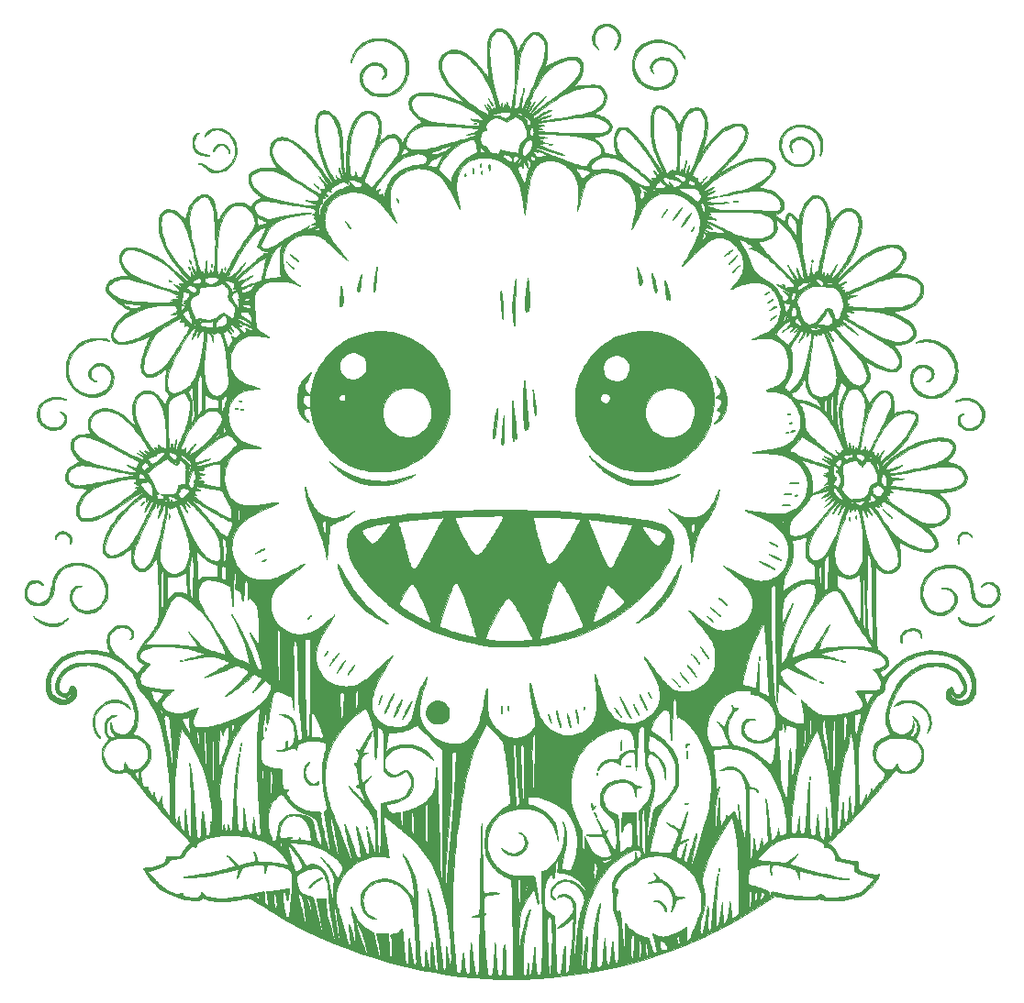
<source format=gbr>
%TF.GenerationSoftware,KiCad,Pcbnew,7.0.1*%
%TF.CreationDate,2023-09-06T22:00:00-07:00*%
%TF.ProjectId,flower_06,666c6f77-6572-45f3-9036-2e6b69636164,rev?*%
%TF.SameCoordinates,Original*%
%TF.FileFunction,Soldermask,Bot*%
%TF.FilePolarity,Negative*%
%FSLAX46Y46*%
G04 Gerber Fmt 4.6, Leading zero omitted, Abs format (unit mm)*
G04 Created by KiCad (PCBNEW 7.0.1) date 2023-09-06 22:00:00*
%MOMM*%
%LPD*%
G01*
G04 APERTURE LIST*
%ADD10C,0.010000*%
G04 APERTURE END LIST*
%TO.C,G\u002A\u002A\u002A*%
D10*
X67670707Y-28282560D02*
X67910614Y-28282560D01*
X67910714Y-28712267D01*
X67932783Y-29167532D01*
X67977029Y-29649811D01*
X68043661Y-30160564D01*
X68132887Y-30701248D01*
X68244914Y-31273321D01*
X68379952Y-31878240D01*
X68485948Y-32312750D01*
X68558848Y-32599853D01*
X68623088Y-32847465D01*
X68679223Y-33057412D01*
X68727808Y-33231521D01*
X68769398Y-33371619D01*
X68804547Y-33479533D01*
X68833811Y-33557090D01*
X68857745Y-33606115D01*
X68876904Y-33628437D01*
X68886109Y-33629849D01*
X68901004Y-33607361D01*
X68922278Y-33552708D01*
X68946696Y-33474949D01*
X68963830Y-33412010D01*
X68987662Y-33320365D01*
X69008615Y-33242145D01*
X69023871Y-33187746D01*
X69029429Y-33170000D01*
X69035447Y-33176377D01*
X69042842Y-33217921D01*
X69050614Y-33287531D01*
X69056833Y-33364402D01*
X69065712Y-33461242D01*
X69077318Y-33544726D01*
X69089952Y-33604263D01*
X69098873Y-33626551D01*
X69119695Y-33648229D01*
X69141138Y-33642600D01*
X69172361Y-33612066D01*
X69201717Y-33566748D01*
X69234320Y-33495313D01*
X69263372Y-33412767D01*
X69264754Y-33408125D01*
X69293225Y-33319440D01*
X69315900Y-33269461D01*
X69333982Y-33258913D01*
X69348675Y-33288518D01*
X69361182Y-33358999D01*
X69372706Y-33471078D01*
X69372878Y-33473087D01*
X69387896Y-33568757D01*
X69412830Y-33631261D01*
X69445948Y-33656502D01*
X69450617Y-33656834D01*
X69475556Y-33636821D01*
X69493926Y-33580608D01*
X69504925Y-33493934D01*
X69507753Y-33382537D01*
X69503494Y-33277984D01*
X69498479Y-33187997D01*
X69496507Y-33117631D01*
X69497673Y-33074915D01*
X69500996Y-33066111D01*
X69512165Y-33090168D01*
X69532992Y-33145987D01*
X69560386Y-33224961D01*
X69587927Y-33308181D01*
X69643079Y-33461390D01*
X69695999Y-33572988D01*
X69747296Y-33643603D01*
X69797576Y-33673861D01*
X69847446Y-33664391D01*
X69892312Y-33622634D01*
X69918621Y-33583741D01*
X69940897Y-33536058D01*
X69942370Y-33531433D01*
X70190500Y-33531433D01*
X70197679Y-33607710D01*
X70224496Y-33655133D01*
X70278872Y-33681834D01*
X70348690Y-33693873D01*
X70410031Y-33697292D01*
X70452854Y-33685362D01*
X70496624Y-33650869D01*
X70516059Y-33631841D01*
X70539828Y-33606391D01*
X70560991Y-33578177D01*
X70581259Y-33542476D01*
X70602346Y-33494565D01*
X70625965Y-33429720D01*
X70653828Y-33343219D01*
X70687649Y-33230337D01*
X70729139Y-33086352D01*
X70780012Y-32906539D01*
X70783309Y-32894834D01*
X70841962Y-32688575D01*
X70890917Y-32520816D01*
X70930013Y-32392077D01*
X70959088Y-32302878D01*
X70977979Y-32253741D01*
X70985826Y-32243771D01*
X70985337Y-32266180D01*
X70979528Y-32324843D01*
X70969085Y-32414105D01*
X70954697Y-32528315D01*
X70937049Y-32661819D01*
X70919401Y-32790534D01*
X70891163Y-33002663D01*
X70867674Y-33198402D01*
X70849205Y-33374135D01*
X70836025Y-33526246D01*
X70828405Y-33651120D01*
X70826616Y-33745139D01*
X70830926Y-33804687D01*
X70841608Y-33826149D01*
X70842016Y-33826167D01*
X70869382Y-33811019D01*
X70906357Y-33773950D01*
X70911264Y-33767959D01*
X70940303Y-33723107D01*
X70984665Y-33643048D01*
X71042677Y-33531347D01*
X71112663Y-33391569D01*
X71192952Y-33227277D01*
X71281867Y-33042036D01*
X71377737Y-32839411D01*
X71478886Y-32622966D01*
X71583642Y-32396265D01*
X71690329Y-32162874D01*
X71797275Y-31926356D01*
X71902805Y-31690277D01*
X72005246Y-31458200D01*
X72102924Y-31233690D01*
X72120564Y-31192746D01*
X72310058Y-30743347D01*
X72477076Y-30328026D01*
X72621965Y-29945207D01*
X72745073Y-29593315D01*
X72846745Y-29270773D01*
X72927329Y-28976005D01*
X72987172Y-28707436D01*
X73026622Y-28463489D01*
X73046025Y-28242589D01*
X73045727Y-28043159D01*
X73026077Y-27863624D01*
X72987421Y-27702408D01*
X72930107Y-27557934D01*
X72923759Y-27545132D01*
X72836179Y-27396151D01*
X72730105Y-27255241D01*
X72611272Y-27127283D01*
X72485417Y-27017156D01*
X72358275Y-26929741D01*
X72235580Y-26869918D01*
X72123069Y-26842565D01*
X72096636Y-26841374D01*
X71970646Y-26862083D01*
X71838816Y-26922286D01*
X71703185Y-27019883D01*
X71565794Y-27152774D01*
X71428682Y-27318860D01*
X71293891Y-27516041D01*
X71163458Y-27742217D01*
X71099423Y-27867750D01*
X71000914Y-28077532D01*
X70918765Y-28273534D01*
X70850181Y-28465202D01*
X70792370Y-28661987D01*
X70742537Y-28873335D01*
X70697888Y-29108695D01*
X70658189Y-29360000D01*
X70629922Y-29558214D01*
X70599638Y-29780633D01*
X70567768Y-30023435D01*
X70534739Y-30282795D01*
X70500981Y-30554891D01*
X70466922Y-30835900D01*
X70432990Y-31121998D01*
X70399615Y-31409362D01*
X70367225Y-31694169D01*
X70336248Y-31972596D01*
X70307114Y-32240819D01*
X70280250Y-32495016D01*
X70256087Y-32731362D01*
X70235051Y-32946035D01*
X70217572Y-33135212D01*
X70204079Y-33295069D01*
X70194999Y-33421783D01*
X70190763Y-33511531D01*
X70190500Y-33531433D01*
X69942370Y-33531433D01*
X69961157Y-33472483D01*
X69981418Y-33385913D01*
X70003697Y-33269247D01*
X70020877Y-33170000D01*
X70091928Y-32700477D01*
X70152334Y-32200997D01*
X70201279Y-31682779D01*
X70237946Y-31157044D01*
X70261516Y-30635011D01*
X70271173Y-30127900D01*
X70268838Y-29766546D01*
X70261373Y-29465107D01*
X70250392Y-29200018D01*
X70235136Y-28965384D01*
X70214847Y-28755313D01*
X70188768Y-28563911D01*
X70156139Y-28385283D01*
X70116205Y-28213537D01*
X70068205Y-28042778D01*
X70032731Y-27930764D01*
X69923519Y-27632487D01*
X69803779Y-27371457D01*
X69671097Y-27143374D01*
X69523060Y-26943938D01*
X69408246Y-26818311D01*
X69282810Y-26702303D01*
X69168220Y-26620050D01*
X69056285Y-26567494D01*
X68938814Y-26540581D01*
X68835834Y-26534783D01*
X68696355Y-26547789D01*
X68574624Y-26588856D01*
X68460580Y-26662591D01*
X68366895Y-26749464D01*
X68254046Y-26880521D01*
X68159780Y-27022156D01*
X68082753Y-27178886D01*
X68021620Y-27355224D01*
X67975038Y-27555687D01*
X67941664Y-27784789D01*
X67920153Y-28047047D01*
X67910614Y-28282560D01*
X67670707Y-28282560D01*
X67695396Y-27959651D01*
X67737600Y-27658117D01*
X67796810Y-27384628D01*
X67873169Y-27137337D01*
X67966818Y-26914396D01*
X67968822Y-26910269D01*
X68077772Y-26717071D01*
X68198056Y-26563592D01*
X68331737Y-26448248D01*
X68480875Y-26369452D01*
X68647533Y-26325618D01*
X68741241Y-26316145D01*
X68947332Y-26323034D01*
X69142784Y-26366433D01*
X69328171Y-26446954D01*
X69504067Y-26565211D01*
X69671044Y-26721815D01*
X69829676Y-26917380D01*
X69980535Y-27152518D01*
X70124196Y-27427842D01*
X70261231Y-27743965D01*
X70381078Y-28068834D01*
X70419667Y-28179927D01*
X70454225Y-28276884D01*
X70482161Y-28352637D01*
X70500887Y-28400118D01*
X70507013Y-28412620D01*
X70519976Y-28399131D01*
X70549214Y-28352826D01*
X70591916Y-28278672D01*
X70645271Y-28181639D01*
X70706467Y-28066697D01*
X70749858Y-27983300D01*
X70864508Y-27765201D01*
X70966752Y-27580614D01*
X71060296Y-27423904D01*
X71148846Y-27289433D01*
X71236104Y-27171566D01*
X71325775Y-27064667D01*
X71418167Y-26966528D01*
X71582367Y-26818421D01*
X71742071Y-26711292D01*
X71899423Y-26644312D01*
X72056570Y-26616649D01*
X72215656Y-26627474D01*
X72265522Y-26638469D01*
X72429634Y-26699213D01*
X72594511Y-26795063D01*
X72752004Y-26919740D01*
X72893967Y-27066966D01*
X72991761Y-27198105D01*
X73060377Y-27310140D01*
X73109763Y-27411636D01*
X73146371Y-27518931D01*
X73176655Y-27648364D01*
X73183527Y-27683631D01*
X73217670Y-27914552D01*
X73233505Y-28155397D01*
X73230781Y-28411672D01*
X73209243Y-28688885D01*
X73168638Y-28992542D01*
X73108715Y-29328151D01*
X73107734Y-29333120D01*
X73082291Y-29465645D01*
X73060989Y-29583985D01*
X73044832Y-29681927D01*
X73034820Y-29753259D01*
X73031956Y-29791768D01*
X73032996Y-29796551D01*
X73049165Y-29800510D01*
X73082381Y-29794133D01*
X73135779Y-29776112D01*
X73212495Y-29745139D01*
X73315664Y-29699907D01*
X73448422Y-29639110D01*
X73613905Y-29561438D01*
X73735917Y-29503471D01*
X73981008Y-29388110D01*
X74194594Y-29291137D01*
X74382247Y-29210509D01*
X74549538Y-29144184D01*
X74702040Y-29090119D01*
X74845323Y-29046271D01*
X74984961Y-29010597D01*
X75126525Y-28981055D01*
X75193898Y-28968950D01*
X75453743Y-28937930D01*
X75687032Y-28938511D01*
X75893321Y-28970515D01*
X76072166Y-29033764D01*
X76223123Y-29128080D01*
X76345749Y-29253285D01*
X76439599Y-29409201D01*
X76469170Y-29480637D01*
X76494746Y-29553807D01*
X76511951Y-29616455D01*
X76522401Y-29680362D01*
X76527714Y-29757309D01*
X76529507Y-29859077D01*
X76529590Y-29920917D01*
X76526527Y-30072625D01*
X76515660Y-30197200D01*
X76493866Y-30309584D01*
X76458022Y-30424718D01*
X76405003Y-30557543D01*
X76388544Y-30595617D01*
X76318379Y-30742358D01*
X76233141Y-30893871D01*
X76128535Y-31057017D01*
X76000267Y-31238656D01*
X75912213Y-31356669D01*
X75840596Y-31452425D01*
X75779800Y-31536260D01*
X75733748Y-31602550D01*
X75706362Y-31645672D01*
X75700647Y-31659869D01*
X75724506Y-31660203D01*
X75780065Y-31652541D01*
X75857763Y-31638358D01*
X75908840Y-31627802D01*
X76044039Y-31602096D01*
X76192684Y-31580707D01*
X76360272Y-31563169D01*
X76552300Y-31549019D01*
X76774265Y-31537794D01*
X77031664Y-31529029D01*
X77101417Y-31527187D01*
X77337031Y-31522922D01*
X77534866Y-31523232D01*
X77699267Y-31528500D01*
X77834582Y-31539109D01*
X77945155Y-31555445D01*
X78035333Y-31577891D01*
X78109463Y-31606829D01*
X78131708Y-31618176D01*
X78213316Y-31675235D01*
X78304815Y-31759530D01*
X78396892Y-31860568D01*
X78480233Y-31967857D01*
X78545526Y-32070905D01*
X78561735Y-32102638D01*
X78635684Y-32306849D01*
X78673735Y-32525646D01*
X78676147Y-32751603D01*
X78643183Y-32977294D01*
X78575104Y-33195294D01*
X78519046Y-33316396D01*
X78397779Y-33513600D01*
X78252801Y-33685389D01*
X78078624Y-33837117D01*
X77869760Y-33974134D01*
X77810531Y-34007232D01*
X77730982Y-34052584D01*
X77667724Y-34092892D01*
X77628680Y-34122851D01*
X77620000Y-34134784D01*
X77640357Y-34158124D01*
X77701280Y-34192705D01*
X77802552Y-34238426D01*
X77943953Y-34295186D01*
X78075084Y-34344527D01*
X78243161Y-34409438D01*
X78380797Y-34470304D01*
X78498746Y-34532822D01*
X78607767Y-34602684D01*
X78717172Y-34684444D01*
X78874009Y-34822396D01*
X79002975Y-34964813D01*
X79101196Y-35107370D01*
X79165796Y-35245739D01*
X79193898Y-35375594D01*
X79194897Y-35403084D01*
X79174644Y-35538089D01*
X79116710Y-35673664D01*
X79025331Y-35804459D01*
X78904743Y-35925125D01*
X78759183Y-36030316D01*
X78652031Y-36088409D01*
X78555339Y-36130196D01*
X78449313Y-36166432D01*
X78323379Y-36200275D01*
X78166961Y-36234882D01*
X78149167Y-36238520D01*
X77990675Y-36271923D01*
X77844036Y-36305099D01*
X77714969Y-36336577D01*
X77609196Y-36364888D01*
X77532438Y-36388561D01*
X77490414Y-36406127D01*
X77486692Y-36408767D01*
X77496839Y-36424361D01*
X77537352Y-36455438D01*
X77601440Y-36497198D01*
X77666609Y-36535926D01*
X77800399Y-36623569D01*
X77939023Y-36733617D01*
X78072901Y-36856940D01*
X78192451Y-36984408D01*
X78288094Y-37106891D01*
X78322663Y-37161169D01*
X78387502Y-37284233D01*
X78439186Y-37404892D01*
X78473878Y-37512858D01*
X78487739Y-37597848D01*
X78487834Y-37603833D01*
X78492431Y-37673422D01*
X78509283Y-37729667D01*
X78542979Y-37775270D01*
X78598109Y-37812931D01*
X78679261Y-37845349D01*
X78791024Y-37875227D01*
X78937989Y-37905264D01*
X79027584Y-37921445D01*
X79149986Y-37943585D01*
X79268165Y-37966113D01*
X79370879Y-37986807D01*
X79446888Y-38003449D01*
X79464555Y-38007765D01*
X79533348Y-38024396D01*
X79586536Y-38035498D01*
X79607430Y-38038334D01*
X79625454Y-38026820D01*
X79628534Y-37989768D01*
X79616117Y-37923412D01*
X79587649Y-37823984D01*
X79566087Y-37757262D01*
X79471750Y-37429639D01*
X79412397Y-37118556D01*
X79387223Y-36817943D01*
X79395420Y-36521732D01*
X79395794Y-36517502D01*
X79590510Y-36517502D01*
X79590878Y-36628496D01*
X79594772Y-36756029D01*
X79603088Y-36906811D01*
X79617334Y-37047328D01*
X79639289Y-37179874D01*
X79670729Y-37306743D01*
X79713433Y-37430229D01*
X79769178Y-37552626D01*
X79839741Y-37676228D01*
X79926901Y-37803330D01*
X80032435Y-37936225D01*
X80158121Y-38077208D01*
X80305736Y-38228573D01*
X80477058Y-38392613D01*
X80673865Y-38571623D01*
X80897934Y-38767898D01*
X81151044Y-38983730D01*
X81434971Y-39221415D01*
X81631084Y-39383917D01*
X81865262Y-39576948D01*
X82069298Y-39744169D01*
X82245264Y-39887237D01*
X82395233Y-40007804D01*
X82521280Y-40107525D01*
X82625476Y-40188054D01*
X82709896Y-40251045D01*
X82776613Y-40298153D01*
X82779030Y-40299789D01*
X82883400Y-40366765D01*
X82956670Y-40405409D01*
X82999257Y-40415656D01*
X83011575Y-40397441D01*
X82994041Y-40350696D01*
X82947070Y-40275358D01*
X82945753Y-40273443D01*
X82907208Y-40215371D01*
X83876215Y-40215371D01*
X83910492Y-40296894D01*
X83918196Y-40309026D01*
X83977129Y-40387535D01*
X84054850Y-40475367D01*
X84145122Y-40567052D01*
X84241707Y-40657122D01*
X84338370Y-40740110D01*
X84428872Y-40810545D01*
X84506977Y-40862961D01*
X84566448Y-40891887D01*
X84587462Y-40895834D01*
X84620097Y-40883323D01*
X84621296Y-40851329D01*
X84591563Y-40808152D01*
X84581581Y-40798572D01*
X84523255Y-40725930D01*
X84478824Y-40633927D01*
X84457510Y-40542701D01*
X84456834Y-40526260D01*
X84461065Y-40476946D01*
X84471484Y-40452060D01*
X84473848Y-40451334D01*
X84504986Y-40468555D01*
X84551786Y-40515759D01*
X84608767Y-40586254D01*
X84670445Y-40673349D01*
X84720887Y-40752802D01*
X84795684Y-40866735D01*
X84859108Y-40941085D01*
X84912033Y-40976790D01*
X84932449Y-40980500D01*
X84960785Y-40974152D01*
X85019330Y-40957080D01*
X85098230Y-40932240D01*
X85151131Y-40914874D01*
X85288589Y-40861180D01*
X85405683Y-40799800D01*
X85494930Y-40735225D01*
X85544914Y-40678641D01*
X85546951Y-40664946D01*
X86201662Y-40664946D01*
X86228835Y-40705951D01*
X86288188Y-40735107D01*
X86382239Y-40753311D01*
X86513507Y-40761462D01*
X86626417Y-40761704D01*
X86859250Y-40758250D01*
X86856858Y-40679125D01*
X86835165Y-40583759D01*
X86781581Y-40496189D01*
X86704511Y-40421777D01*
X86612356Y-40365883D01*
X86513521Y-40333869D01*
X86416408Y-40331095D01*
X86346097Y-40353275D01*
X86298910Y-40390706D01*
X86258903Y-40453672D01*
X86222395Y-40548862D01*
X86204150Y-40611194D01*
X86201662Y-40664946D01*
X85546951Y-40664946D01*
X85552277Y-40629146D01*
X85527385Y-40565894D01*
X85474805Y-40496024D01*
X85399099Y-40426672D01*
X85370105Y-40405316D01*
X85248520Y-40332134D01*
X85121350Y-40281116D01*
X84978312Y-40249460D01*
X84809126Y-40234369D01*
X84734860Y-40232383D01*
X84485322Y-40229084D01*
X84352531Y-40147097D01*
X84268819Y-40099750D01*
X84200797Y-40073783D01*
X84131712Y-40063375D01*
X84108811Y-40062430D01*
X83998300Y-40070690D01*
X83921666Y-40100268D01*
X83880455Y-40149162D01*
X83876215Y-40215371D01*
X82907208Y-40215371D01*
X82906118Y-40213730D01*
X82878495Y-40167981D01*
X82869334Y-40147664D01*
X82888712Y-40142234D01*
X82940112Y-40141103D01*
X83013429Y-40144381D01*
X83033375Y-40145854D01*
X83140540Y-40150245D01*
X83212688Y-40140977D01*
X83255903Y-40114532D01*
X83276268Y-40067392D01*
X83280065Y-40003239D01*
X83272625Y-39939469D01*
X83254516Y-39880697D01*
X84957762Y-39880697D01*
X84965501Y-39902248D01*
X84998102Y-39941558D01*
X85060211Y-39997899D01*
X85145119Y-40066385D01*
X85246116Y-40142133D01*
X85356492Y-40220256D01*
X85469538Y-40295871D01*
X85578542Y-40364091D01*
X85676561Y-40419909D01*
X85750377Y-40455817D01*
X85802220Y-40470056D01*
X85845202Y-40464643D01*
X85876323Y-40450626D01*
X85919859Y-40409412D01*
X85960336Y-40341759D01*
X85990226Y-40263326D01*
X86001999Y-40189770D01*
X86002000Y-40189243D01*
X85981326Y-40117621D01*
X85921182Y-40046417D01*
X85824385Y-39978018D01*
X85725643Y-39930243D01*
X86116595Y-39930243D01*
X86128069Y-39950424D01*
X86157052Y-39985846D01*
X86197174Y-40029321D01*
X86242065Y-40073659D01*
X86285356Y-40111674D01*
X86293356Y-40117959D01*
X86346593Y-40151705D01*
X86397551Y-40173108D01*
X86434608Y-40178423D01*
X86446500Y-40167282D01*
X86430725Y-40152272D01*
X86389486Y-40119614D01*
X86331916Y-40076062D01*
X86267145Y-40028368D01*
X86204304Y-39983284D01*
X86152524Y-39947563D01*
X86129000Y-39932490D01*
X86116595Y-39930243D01*
X85725643Y-39930243D01*
X85693753Y-39914814D01*
X85664962Y-39903446D01*
X85536945Y-39860766D01*
X85498550Y-39851332D01*
X86621196Y-39851332D01*
X86622917Y-39918060D01*
X86650123Y-39960229D01*
X86703501Y-39981409D01*
X86760017Y-39985667D01*
X86819098Y-39998308D01*
X86866736Y-40040833D01*
X86901416Y-40099049D01*
X86930311Y-40131832D01*
X86979368Y-40138623D01*
X86990687Y-40137689D01*
X87049664Y-40145410D01*
X87085957Y-40184832D01*
X87101652Y-40258825D01*
X87102667Y-40291872D01*
X87116069Y-40393771D01*
X87152852Y-40475416D01*
X87207886Y-40530749D01*
X87276039Y-40553713D01*
X87320919Y-40549478D01*
X87366145Y-40530794D01*
X87430075Y-40495740D01*
X87484195Y-40461562D01*
X87543118Y-40424432D01*
X87587225Y-40401333D01*
X87605865Y-40397142D01*
X87599422Y-40417543D01*
X87571280Y-40457631D01*
X87550380Y-40482658D01*
X87490102Y-40562216D01*
X87443892Y-40644291D01*
X87413785Y-40721657D01*
X87401815Y-40787086D01*
X87410020Y-40833353D01*
X87440434Y-40853231D01*
X87445919Y-40853500D01*
X87473664Y-40841323D01*
X87523009Y-40809562D01*
X87576962Y-40769882D01*
X87636861Y-40719750D01*
X87714856Y-40649334D01*
X87799765Y-40568928D01*
X87863132Y-40506372D01*
X87948090Y-40423927D01*
X88012004Y-40368723D01*
X88053198Y-40341780D01*
X88069995Y-40344117D01*
X88060719Y-40376757D01*
X88053851Y-40390292D01*
X88035949Y-40439652D01*
X88046084Y-40459626D01*
X88078950Y-40446911D01*
X88106512Y-40423080D01*
X88147386Y-40368580D01*
X88154983Y-40324777D01*
X88153712Y-40293721D01*
X88166707Y-40255622D01*
X88196705Y-40207153D01*
X88246448Y-40144987D01*
X88318672Y-40065797D01*
X88416118Y-39966257D01*
X88541525Y-39843039D01*
X88591012Y-39795167D01*
X88967089Y-39429862D01*
X89311536Y-39089716D01*
X89625609Y-38773229D01*
X89910562Y-38478900D01*
X90167650Y-38205231D01*
X90398129Y-37950720D01*
X90603254Y-37713868D01*
X90784279Y-37493175D01*
X90942460Y-37287141D01*
X91079051Y-37094265D01*
X91195308Y-36913048D01*
X91292487Y-36741989D01*
X91371841Y-36579589D01*
X91434626Y-36424347D01*
X91451151Y-36376750D01*
X91503310Y-36175213D01*
X91518225Y-35992538D01*
X91495326Y-35826448D01*
X91434045Y-35674661D01*
X91333813Y-35534899D01*
X91212293Y-35419519D01*
X91080746Y-35332191D01*
X90944520Y-35284435D01*
X90795579Y-35274090D01*
X90706328Y-35283408D01*
X90563023Y-35315621D01*
X90395879Y-35369621D01*
X90214498Y-35441233D01*
X90028481Y-35526283D01*
X89847428Y-35620598D01*
X89680940Y-35720003D01*
X89639908Y-35747054D01*
X89405959Y-35919674D01*
X89160875Y-36128251D01*
X88907970Y-36368953D01*
X88650558Y-36637945D01*
X88391955Y-36931394D01*
X88135476Y-37245468D01*
X87884435Y-37576333D01*
X87642148Y-37920156D01*
X87411929Y-38273103D01*
X87305741Y-38446202D01*
X87222853Y-38588223D01*
X87132496Y-38749965D01*
X87039047Y-38922988D01*
X86946885Y-39098856D01*
X86860391Y-39269130D01*
X86783941Y-39425371D01*
X86721916Y-39559143D01*
X86691458Y-39629927D01*
X86644272Y-39756477D01*
X86621196Y-39851332D01*
X85498550Y-39851332D01*
X85409491Y-39829450D01*
X85287976Y-39809507D01*
X85177781Y-39800944D01*
X85084284Y-39803773D01*
X85012862Y-39818002D01*
X84968896Y-39843640D01*
X84957762Y-39880697D01*
X83254516Y-39880697D01*
X83250952Y-39869132D01*
X83211863Y-39785157D01*
X83152175Y-39680473D01*
X83090156Y-39581273D01*
X83048839Y-39514483D01*
X83020306Y-39463761D01*
X83009072Y-39437327D01*
X83010000Y-39435334D01*
X83030795Y-39448523D01*
X83074790Y-39483726D01*
X83133941Y-39534392D01*
X83159507Y-39557042D01*
X83291854Y-39673343D01*
X83396206Y-39760420D01*
X83474055Y-39819423D01*
X83526894Y-39851500D01*
X83550946Y-39858581D01*
X83572332Y-39842192D01*
X83569805Y-39794518D01*
X83544982Y-39718039D01*
X83499485Y-39615235D01*
X83434933Y-39488589D01*
X83352944Y-39340579D01*
X83255140Y-39173687D01*
X83143139Y-38990394D01*
X83018562Y-38793179D01*
X82883027Y-38584524D01*
X82738154Y-38366909D01*
X82585563Y-38142815D01*
X82426874Y-37914723D01*
X82263705Y-37685113D01*
X82097678Y-37456465D01*
X81930410Y-37231261D01*
X81763523Y-37011980D01*
X81598635Y-36801104D01*
X81437366Y-36601114D01*
X81374397Y-36524917D01*
X81190609Y-36310003D01*
X81025255Y-36129602D01*
X80875606Y-35981562D01*
X80738932Y-35863734D01*
X80612501Y-35773966D01*
X80493584Y-35710109D01*
X80379449Y-35670013D01*
X80267367Y-35651527D01*
X80265145Y-35651364D01*
X80139684Y-35650770D01*
X80038082Y-35672499D01*
X79945697Y-35721276D01*
X79874948Y-35777308D01*
X79769746Y-35897562D01*
X79686475Y-36053579D01*
X79625472Y-36244709D01*
X79619836Y-36269196D01*
X79604426Y-36348777D01*
X79594838Y-36427904D01*
X79590510Y-36517502D01*
X79395794Y-36517502D01*
X79398046Y-36492105D01*
X79430598Y-36246799D01*
X79478813Y-36031060D01*
X79541733Y-35847021D01*
X79618400Y-35696817D01*
X79707858Y-35582584D01*
X79809149Y-35506456D01*
X79848016Y-35488906D01*
X79925906Y-35467492D01*
X80029562Y-35449743D01*
X80145178Y-35436891D01*
X80258945Y-35430167D01*
X80357057Y-35430803D01*
X80417916Y-35438070D01*
X80552736Y-35485510D01*
X80704410Y-35570544D01*
X80872181Y-35692272D01*
X81055290Y-35849793D01*
X81252981Y-36042205D01*
X81464496Y-36268607D01*
X81689078Y-36528099D01*
X81925969Y-36819778D01*
X82174411Y-37142744D01*
X82433646Y-37496095D01*
X82702919Y-37878931D01*
X82981470Y-38290350D01*
X83268542Y-38729451D01*
X83526090Y-39135608D01*
X83602164Y-39255655D01*
X83675277Y-39368157D01*
X83740939Y-39466426D01*
X83794661Y-39543770D01*
X83831955Y-39593501D01*
X83838578Y-39601275D01*
X83908240Y-39678750D01*
X83894207Y-39604667D01*
X83880675Y-39551675D01*
X83856371Y-39472691D01*
X83825571Y-39381292D01*
X83810860Y-39340084D01*
X83789298Y-39281330D01*
X83768357Y-39225813D01*
X83746017Y-39168763D01*
X83720261Y-39105408D01*
X83689071Y-39030980D01*
X83650429Y-38940707D01*
X83602317Y-38829819D01*
X83542716Y-38693547D01*
X83469609Y-38527119D01*
X83400587Y-38370298D01*
X83259379Y-38035290D01*
X83139256Y-37716988D01*
X83039011Y-37408847D01*
X82957437Y-37104324D01*
X82893327Y-36796873D01*
X82845474Y-36479951D01*
X82812671Y-36147014D01*
X82793711Y-35791517D01*
X82787386Y-35406916D01*
X82788786Y-35266271D01*
X83002756Y-35266271D01*
X83006666Y-35537264D01*
X83017548Y-35813467D01*
X83035328Y-36090325D01*
X83059934Y-36363283D01*
X83091293Y-36627786D01*
X83129330Y-36879277D01*
X83173974Y-37113202D01*
X83225151Y-37325005D01*
X83232207Y-37350417D01*
X83287994Y-37535917D01*
X83353566Y-37733354D01*
X83427186Y-37938947D01*
X83507116Y-38148918D01*
X83591618Y-38359487D01*
X83678956Y-38566874D01*
X83767392Y-38767302D01*
X83855188Y-38956989D01*
X83940607Y-39132158D01*
X84021912Y-39289028D01*
X84097365Y-39423821D01*
X84165229Y-39532757D01*
X84223767Y-39612057D01*
X84271240Y-39657942D01*
X84297720Y-39668167D01*
X84324635Y-39654333D01*
X84374494Y-39616743D01*
X84440000Y-39561259D01*
X84508467Y-39498834D01*
X84609637Y-39408798D01*
X84686223Y-39352598D01*
X84738747Y-39329984D01*
X84767730Y-39340705D01*
X84774334Y-39371089D01*
X84793570Y-39416865D01*
X84849280Y-39445832D01*
X84938464Y-39456476D01*
X84943667Y-39456500D01*
X85035201Y-39446611D01*
X85097914Y-39413214D01*
X85141340Y-39350712D01*
X85147442Y-39336905D01*
X85162289Y-39288089D01*
X85175358Y-39215752D01*
X85186731Y-39117883D01*
X85196492Y-38992471D01*
X85200321Y-38920377D01*
X85422175Y-38920377D01*
X85423302Y-39090858D01*
X85426145Y-39238875D01*
X85430730Y-39359787D01*
X85437085Y-39448951D01*
X85445240Y-39501726D01*
X85447770Y-39509171D01*
X85475623Y-39572425D01*
X85511395Y-39525000D01*
X85537828Y-39480376D01*
X85570671Y-39411914D01*
X85598121Y-39346171D01*
X85626229Y-39277962D01*
X85645035Y-39245270D01*
X85658128Y-39243291D01*
X85665299Y-39256258D01*
X85676010Y-39303647D01*
X85682428Y-39369743D01*
X85683012Y-39387709D01*
X85686964Y-39445926D01*
X85697017Y-39473186D01*
X85714099Y-39467941D01*
X85739138Y-39428639D01*
X85773063Y-39353732D01*
X85816802Y-39241670D01*
X85871283Y-39090903D01*
X85886136Y-39048567D01*
X85918266Y-38959420D01*
X85945830Y-38888233D01*
X85965773Y-38842554D01*
X85974820Y-38829598D01*
X85975665Y-38852898D01*
X85971135Y-38909357D01*
X85962079Y-38990261D01*
X85950600Y-39077931D01*
X85936263Y-39197444D01*
X85925785Y-39317895D01*
X85919432Y-39431225D01*
X85917474Y-39529377D01*
X85920178Y-39604293D01*
X85927812Y-39647915D01*
X85931445Y-39654056D01*
X85970418Y-39667733D01*
X86018458Y-39657639D01*
X86040100Y-39642767D01*
X86062861Y-39600715D01*
X86065500Y-39582763D01*
X86073319Y-39533257D01*
X86094550Y-39459269D01*
X86125851Y-39368795D01*
X86163885Y-39269828D01*
X86205310Y-39170365D01*
X86246787Y-39078401D01*
X86284976Y-39001931D01*
X86316538Y-38948950D01*
X86338131Y-38927454D01*
X86339294Y-38927334D01*
X86350527Y-38928161D01*
X86357149Y-38934561D01*
X86358259Y-38952408D01*
X86352955Y-38987576D01*
X86340334Y-39045941D01*
X86319494Y-39133376D01*
X86289533Y-39255756D01*
X86287750Y-39263018D01*
X86255323Y-39397147D01*
X86233120Y-39496092D01*
X86220587Y-39565604D01*
X86217166Y-39611438D01*
X86222304Y-39639344D01*
X86235444Y-39655077D01*
X86249210Y-39661968D01*
X86291770Y-39656300D01*
X86344797Y-39612988D01*
X86407096Y-39535083D01*
X86477472Y-39425637D01*
X86554732Y-39287702D01*
X86637682Y-39124329D01*
X86725126Y-38938570D01*
X86815873Y-38733476D01*
X86908726Y-38512100D01*
X87002492Y-38277492D01*
X87095978Y-38032705D01*
X87187989Y-37780790D01*
X87277330Y-37524798D01*
X87362808Y-37267782D01*
X87443229Y-37012793D01*
X87517398Y-36762883D01*
X87584122Y-36521102D01*
X87642207Y-36290504D01*
X87690457Y-36074139D01*
X87725197Y-35889917D01*
X87761828Y-35605031D01*
X87775582Y-35325712D01*
X87767228Y-35056684D01*
X87737537Y-34802669D01*
X87687277Y-34568392D01*
X87617217Y-34358576D01*
X87528127Y-34177944D01*
X87422926Y-34033602D01*
X87326546Y-33939495D01*
X87232156Y-33879284D01*
X87127104Y-33847144D01*
X86998737Y-33837250D01*
X86996388Y-33837241D01*
X86903036Y-33839788D01*
X86831348Y-33851229D01*
X86760865Y-33876237D01*
X86700055Y-33904931D01*
X86528479Y-34007944D01*
X86362129Y-34144822D01*
X86196454Y-34319389D01*
X86171281Y-34349179D01*
X86078802Y-34465724D01*
X85995624Y-34583704D01*
X85921072Y-34706099D01*
X85854471Y-34835888D01*
X85795145Y-34976051D01*
X85742418Y-35129567D01*
X85695617Y-35299416D01*
X85654065Y-35488577D01*
X85617087Y-35700030D01*
X85584009Y-35936755D01*
X85554154Y-36201730D01*
X85526848Y-36497936D01*
X85501415Y-36828352D01*
X85477181Y-37195957D01*
X85459943Y-37488000D01*
X85449851Y-37685738D01*
X85441278Y-37893509D01*
X85434252Y-38106671D01*
X85428800Y-38320581D01*
X85424952Y-38530596D01*
X85422734Y-38732076D01*
X85422175Y-38920377D01*
X85200321Y-38920377D01*
X85204724Y-38837502D01*
X85211509Y-38650966D01*
X85216931Y-38430850D01*
X85221072Y-38175143D01*
X85224015Y-37881832D01*
X85225843Y-37548905D01*
X85226230Y-37424500D01*
X85226784Y-37155001D01*
X85226892Y-36923765D01*
X85226463Y-36726726D01*
X85225406Y-36559817D01*
X85223627Y-36418968D01*
X85221037Y-36300114D01*
X85217543Y-36199186D01*
X85213053Y-36112116D01*
X85207477Y-36034838D01*
X85200721Y-35963283D01*
X85192696Y-35893383D01*
X85191529Y-35884004D01*
X85148605Y-35600519D01*
X85093459Y-35349540D01*
X85022697Y-35122170D01*
X84932925Y-34909513D01*
X84820747Y-34702672D01*
X84682769Y-34492750D01*
X84635997Y-34428059D01*
X84507099Y-34268801D01*
X84362219Y-34116878D01*
X84207487Y-33976992D01*
X84049030Y-33853845D01*
X83892977Y-33752137D01*
X83745457Y-33676572D01*
X83612597Y-33631850D01*
X83592976Y-33627847D01*
X83503693Y-33631514D01*
X83407264Y-33669286D01*
X83311915Y-33735828D01*
X83225872Y-33825801D01*
X83176750Y-33897862D01*
X83129807Y-34004832D01*
X83090349Y-34148899D01*
X83058301Y-34325510D01*
X83033591Y-34530108D01*
X83016146Y-34758137D01*
X83005892Y-35005043D01*
X83002756Y-35266271D01*
X82788786Y-35266271D01*
X82790797Y-35064417D01*
X82799655Y-34774651D01*
X82814426Y-34523480D01*
X82835843Y-34307485D01*
X82864639Y-34123244D01*
X82901546Y-33967337D01*
X82947297Y-33836345D01*
X83002626Y-33726847D01*
X83068264Y-33635423D01*
X83105643Y-33594957D01*
X83221702Y-33508262D01*
X83360948Y-33453579D01*
X83517967Y-33431705D01*
X83687349Y-33443440D01*
X83850666Y-33485022D01*
X84010506Y-33555683D01*
X84181181Y-33659625D01*
X84356168Y-33791516D01*
X84528942Y-33946028D01*
X84692979Y-34117829D01*
X84828653Y-34284027D01*
X84898929Y-34383910D01*
X84986666Y-34519753D01*
X85090626Y-34689534D01*
X85209577Y-34891230D01*
X85342281Y-35122820D01*
X85358928Y-35152269D01*
X85403773Y-35231711D01*
X85588653Y-34865729D01*
X85726404Y-34604829D01*
X85857471Y-34382008D01*
X85984448Y-34194041D01*
X86109930Y-34037703D01*
X86236510Y-33909769D01*
X86366784Y-33807013D01*
X86503345Y-33726212D01*
X86506640Y-33724556D01*
X86707397Y-33643920D01*
X86902245Y-33604332D01*
X87088681Y-33604646D01*
X87264203Y-33643714D01*
X87426307Y-33720389D01*
X87572491Y-33833524D01*
X87700252Y-33981971D01*
X87807088Y-34164584D01*
X87882680Y-34355334D01*
X87930468Y-34542061D01*
X87965202Y-34760780D01*
X87986451Y-35003077D01*
X87993785Y-35260535D01*
X87986774Y-35524740D01*
X87964987Y-35787276D01*
X87958628Y-35840350D01*
X87914379Y-36124212D01*
X87851188Y-36433270D01*
X87771875Y-36756409D01*
X87679261Y-37082514D01*
X87576164Y-37400469D01*
X87529893Y-37530334D01*
X87463902Y-37710250D01*
X87548660Y-37615000D01*
X87587824Y-37568625D01*
X87647073Y-37495458D01*
X87720908Y-37402433D01*
X87803831Y-37296485D01*
X87890341Y-37184550D01*
X87901120Y-37170500D01*
X88186783Y-36809172D01*
X88460657Y-36486486D01*
X88724501Y-36200977D01*
X88980076Y-35951181D01*
X89229143Y-35735633D01*
X89473460Y-35552869D01*
X89714790Y-35401423D01*
X89954891Y-35279833D01*
X90195524Y-35186632D01*
X90335296Y-35145200D01*
X90525039Y-35106324D01*
X90719599Y-35086770D01*
X90907911Y-35086648D01*
X91078910Y-35106068D01*
X91198417Y-35136640D01*
X91341260Y-35206050D01*
X91470641Y-35307311D01*
X91577086Y-35431332D01*
X91651122Y-35569019D01*
X91652423Y-35572417D01*
X91701709Y-35759495D01*
X91716832Y-35967076D01*
X91698319Y-36191404D01*
X91646698Y-36428721D01*
X91562497Y-36675269D01*
X91468143Y-36884427D01*
X91402484Y-37008605D01*
X91329403Y-37132262D01*
X91245537Y-37259945D01*
X91147523Y-37396203D01*
X91031999Y-37545586D01*
X90895602Y-37712642D01*
X90734969Y-37901920D01*
X90607250Y-38048992D01*
X90306299Y-38385572D01*
X89998489Y-38715635D01*
X89689109Y-39033918D01*
X89383448Y-39335158D01*
X89086796Y-39614092D01*
X88804444Y-39865456D01*
X88653125Y-39993389D01*
X88527915Y-40097963D01*
X88436081Y-40176788D01*
X88377452Y-40229939D01*
X88351859Y-40257493D01*
X88359134Y-40259523D01*
X88399107Y-40236107D01*
X88471608Y-40187318D01*
X88576468Y-40113233D01*
X88713519Y-40013927D01*
X88876606Y-39893905D01*
X89118520Y-39718078D01*
X89340902Y-39563854D01*
X89555085Y-39423865D01*
X89772404Y-39290742D01*
X90004193Y-39157116D01*
X90044834Y-39134387D01*
X90462911Y-38911599D01*
X90856479Y-38722719D01*
X91225417Y-38567794D01*
X91569603Y-38446873D01*
X91888918Y-38360005D01*
X92036016Y-38329931D01*
X92132232Y-38313676D01*
X92221644Y-38301545D01*
X92313111Y-38292986D01*
X92415491Y-38287448D01*
X92537643Y-38284378D01*
X92688423Y-38283225D01*
X92785917Y-38283206D01*
X93029032Y-38286853D01*
X93235601Y-38297747D01*
X93410962Y-38316996D01*
X93560456Y-38345707D01*
X93689421Y-38384988D01*
X93803197Y-38435947D01*
X93907123Y-38499690D01*
X93938187Y-38522229D01*
X94077309Y-38646587D01*
X94176811Y-38782441D01*
X94238731Y-38933755D01*
X94265108Y-39104487D01*
X94266395Y-39160167D01*
X94258778Y-39272035D01*
X94234179Y-39376279D01*
X94188672Y-39482999D01*
X94118328Y-39602299D01*
X94062864Y-39683698D01*
X93853388Y-39954696D01*
X93620257Y-40206569D01*
X93358683Y-40443694D01*
X93063883Y-40670451D01*
X92769045Y-40867497D01*
X92667506Y-40931373D01*
X93054795Y-41032990D01*
X93332967Y-41109153D01*
X93574199Y-41182775D01*
X93783578Y-41256389D01*
X93966192Y-41332528D01*
X94127127Y-41413726D01*
X94271473Y-41502517D01*
X94404316Y-41601432D01*
X94530743Y-41713006D01*
X94638967Y-41821806D01*
X94767153Y-41966027D01*
X94867626Y-42100815D01*
X94948829Y-42238756D01*
X95014989Y-42382182D01*
X95056412Y-42521698D01*
X95073177Y-42671795D01*
X95065199Y-42818820D01*
X95032393Y-42949116D01*
X95018742Y-42980750D01*
X94954637Y-43088429D01*
X94868836Y-43186136D01*
X94755922Y-43278513D01*
X94610476Y-43370201D01*
X94487233Y-43436040D01*
X94220049Y-43571237D01*
X94434316Y-43708271D01*
X94627139Y-43830472D01*
X94790477Y-43931617D01*
X94923260Y-44011080D01*
X95024421Y-44068237D01*
X95092891Y-44102462D01*
X95126596Y-44113167D01*
X95147939Y-44107440D01*
X95163716Y-44085956D01*
X95175599Y-44042264D01*
X95185262Y-43969910D01*
X95194377Y-43862441D01*
X95195471Y-43847471D01*
X95219712Y-43705094D01*
X95268183Y-43577280D01*
X95336492Y-43470269D01*
X95420249Y-43390297D01*
X95515064Y-43343604D01*
X95555726Y-43335572D01*
X95616207Y-43334783D01*
X95677175Y-43348372D01*
X95743166Y-43379389D01*
X95818719Y-43430886D01*
X95908371Y-43505914D01*
X96016660Y-43607525D01*
X96134013Y-43724436D01*
X96223591Y-43813582D01*
X96304794Y-43891194D01*
X96372386Y-43952523D01*
X96421134Y-43992819D01*
X96445803Y-44007333D01*
X96445818Y-44007334D01*
X96466147Y-44001144D01*
X96481066Y-43978034D01*
X96492424Y-43931191D01*
X96502072Y-43853804D01*
X96509067Y-43774500D01*
X96530937Y-43625002D01*
X96573069Y-43448805D01*
X96632512Y-43254614D01*
X96706318Y-43051136D01*
X96791536Y-42847073D01*
X96885217Y-42651133D01*
X96898152Y-42626159D01*
X97023278Y-42417177D01*
X97169617Y-42224570D01*
X97330746Y-42055316D01*
X97500240Y-41916391D01*
X97621964Y-41840085D01*
X97800854Y-41764588D01*
X97981246Y-41730358D01*
X98160103Y-41736573D01*
X98334390Y-41782410D01*
X98501071Y-41867046D01*
X98657109Y-41989661D01*
X98799468Y-42149430D01*
X98808465Y-42161473D01*
X98930801Y-42348854D01*
X99036324Y-42558446D01*
X99126124Y-42793737D01*
X99201295Y-43058212D01*
X99262927Y-43355360D01*
X99312113Y-43688666D01*
X99326839Y-43816834D01*
X99339501Y-43931711D01*
X99351275Y-44032721D01*
X99361182Y-44111893D01*
X99368245Y-44161256D01*
X99370540Y-44172743D01*
X99385632Y-44166298D01*
X99422159Y-44131073D01*
X99475758Y-44071850D01*
X99542062Y-43993414D01*
X99602352Y-43918743D01*
X99798458Y-43681409D01*
X99982301Y-43480920D01*
X100157116Y-43314729D01*
X100326139Y-43180287D01*
X100492605Y-43075047D01*
X100659749Y-42996458D01*
X100830807Y-42941974D01*
X100847578Y-42937912D01*
X101053359Y-42909242D01*
X101250503Y-42921286D01*
X101437031Y-42972952D01*
X101610964Y-43063147D01*
X101770322Y-43190777D01*
X101913127Y-43354752D01*
X102037398Y-43553978D01*
X102065964Y-43610455D01*
X102139716Y-43774489D01*
X102191430Y-43920726D01*
X102225422Y-44064502D01*
X102246005Y-44221153D01*
X102249459Y-44262768D01*
X102252048Y-44461144D01*
X102231912Y-44688752D01*
X102188847Y-44946389D01*
X102122651Y-45234851D01*
X102033121Y-45554934D01*
X101920052Y-45907437D01*
X101783243Y-46293154D01*
X101629356Y-46695500D01*
X101446355Y-47131341D01*
X101254608Y-47531081D01*
X101050552Y-47900632D01*
X100830620Y-48245908D01*
X100591249Y-48572822D01*
X100328873Y-48887289D01*
X100265455Y-48957864D01*
X100123220Y-49114735D01*
X100007634Y-49243734D01*
X99916237Y-49347723D01*
X99846567Y-49429566D01*
X99796164Y-49492127D01*
X99762566Y-49538268D01*
X99751387Y-49555929D01*
X99727488Y-49598051D01*
X99725729Y-49611226D01*
X99746402Y-49602766D01*
X99753117Y-49599196D01*
X99844808Y-49541900D01*
X99961733Y-49454556D01*
X100104312Y-49336798D01*
X100272965Y-49188260D01*
X100468113Y-49008575D01*
X100690177Y-48797377D01*
X100839834Y-48652132D01*
X101071389Y-48427953D01*
X101279357Y-48231138D01*
X101468371Y-48057493D01*
X101643062Y-47902824D01*
X101808061Y-47762939D01*
X101941972Y-47654259D01*
X102351854Y-47344582D01*
X102752843Y-47074401D01*
X103144455Y-46843982D01*
X103526208Y-46653588D01*
X103897617Y-46503484D01*
X104237084Y-46399306D01*
X104422194Y-46354852D01*
X104589456Y-46322697D01*
X104752607Y-46301183D01*
X104925387Y-46288650D01*
X105121532Y-46283441D01*
X105200167Y-46283039D01*
X105570584Y-46282750D01*
X105687000Y-46346250D01*
X105779723Y-46407036D01*
X105882763Y-46491114D01*
X105987326Y-46589557D01*
X106084615Y-46693435D01*
X106165837Y-46793820D01*
X106222195Y-46881784D01*
X106229791Y-46897278D01*
X106279403Y-47050909D01*
X106298978Y-47221913D01*
X106287571Y-47396911D01*
X106270806Y-47478431D01*
X106203448Y-47693077D01*
X106113431Y-47906516D01*
X106005239Y-48111585D01*
X105883356Y-48301123D01*
X105752267Y-48467970D01*
X105616458Y-48604963D01*
X105517247Y-48681778D01*
X105404373Y-48758716D01*
X105324748Y-48816355D01*
X105275314Y-48857161D01*
X105253011Y-48883599D01*
X105252218Y-48895433D01*
X105270606Y-48907767D01*
X105312101Y-48918859D01*
X105380503Y-48929162D01*
X105479614Y-48939132D01*
X105613232Y-48949223D01*
X105785159Y-48959891D01*
X105795932Y-48960511D01*
X105933704Y-48969659D01*
X106073703Y-48981125D01*
X106203274Y-48993727D01*
X106309761Y-49006284D01*
X106351661Y-49012380D01*
X106652725Y-49076068D01*
X106925946Y-49164878D01*
X107169970Y-49277269D01*
X107383443Y-49411700D01*
X107565012Y-49566630D01*
X107713324Y-49740518D01*
X107827024Y-49931823D01*
X107904760Y-50139004D01*
X107945177Y-50360520D01*
X107946923Y-50594831D01*
X107918423Y-50796036D01*
X107855379Y-51001860D01*
X107753865Y-51205174D01*
X107617730Y-51402380D01*
X107450824Y-51589881D01*
X107256996Y-51764079D01*
X107040095Y-51921377D01*
X106803971Y-52058178D01*
X106552472Y-52170885D01*
X106385500Y-52228626D01*
X106315596Y-52246819D01*
X106211555Y-52269615D01*
X106081131Y-52295527D01*
X105932079Y-52323065D01*
X105772154Y-52350743D01*
X105624078Y-52374738D01*
X105042573Y-52465727D01*
X105581745Y-52732967D01*
X105854353Y-52871787D01*
X106090814Y-53000660D01*
X106295313Y-53122506D01*
X106472035Y-53240243D01*
X106625162Y-53356793D01*
X106758879Y-53475074D01*
X106877371Y-53598007D01*
X106956703Y-53692417D01*
X107092856Y-53889525D01*
X107187269Y-54084111D01*
X107240342Y-54274361D01*
X107252474Y-54458461D01*
X107224063Y-54634595D01*
X107155510Y-54800949D01*
X107047213Y-54955709D01*
X106899572Y-55097061D01*
X106712985Y-55223188D01*
X106607750Y-55278743D01*
X106362897Y-55376943D01*
X106091101Y-55447464D01*
X105798507Y-55489035D01*
X105536188Y-55500660D01*
X105406921Y-55504218D01*
X105313527Y-55514340D01*
X105258132Y-55530673D01*
X105242500Y-55549646D01*
X105253787Y-55573475D01*
X105285206Y-55626490D01*
X105333099Y-55702862D01*
X105393807Y-55796761D01*
X105463669Y-55902359D01*
X105467847Y-55908604D01*
X105545296Y-56027563D01*
X105619807Y-56147937D01*
X105685807Y-56260287D01*
X105737724Y-56355172D01*
X105766007Y-56413623D01*
X105848141Y-56650846D01*
X105900978Y-56911783D01*
X105922864Y-57188092D01*
X105923189Y-57207346D01*
X105921087Y-57345252D01*
X105907627Y-57452909D01*
X105878137Y-57541867D01*
X105827943Y-57623680D01*
X105752372Y-57709900D01*
X105698261Y-57763421D01*
X105573405Y-57870912D01*
X105453361Y-57944801D01*
X105326135Y-57990339D01*
X105179730Y-58012779D01*
X105120939Y-58016179D01*
X104931765Y-58009562D01*
X104714500Y-57977265D01*
X104473530Y-57920761D01*
X104213242Y-57841524D01*
X103938021Y-57741028D01*
X103652255Y-57620746D01*
X103360328Y-57482152D01*
X103066629Y-57326720D01*
X103063411Y-57324926D01*
X102952315Y-57263774D01*
X102852721Y-57210522D01*
X102770942Y-57168420D01*
X102713292Y-57140718D01*
X102686087Y-57130667D01*
X102686020Y-57130667D01*
X102673790Y-57133908D01*
X102667531Y-57146585D01*
X102668289Y-57173129D01*
X102677110Y-57217972D01*
X102695042Y-57285545D01*
X102723129Y-57380278D01*
X102762420Y-57506605D01*
X102810776Y-57658974D01*
X102878712Y-57879354D01*
X102930603Y-58066114D01*
X102967181Y-58224504D01*
X102989177Y-58359770D01*
X102997321Y-58477162D01*
X102992346Y-58581927D01*
X102974981Y-58679315D01*
X102960252Y-58732156D01*
X102929758Y-58817198D01*
X102891380Y-58896465D01*
X102840324Y-58976705D01*
X102771794Y-59064670D01*
X102680995Y-59167110D01*
X102564211Y-59289667D01*
X102459146Y-59399055D01*
X102381631Y-59483651D01*
X102328335Y-59547616D01*
X102295923Y-59595112D01*
X102281065Y-59630300D01*
X102279167Y-59645648D01*
X102290406Y-59671637D01*
X102320154Y-59722180D01*
X102362454Y-59787283D01*
X102371630Y-59800783D01*
X102486443Y-59986941D01*
X102588185Y-60192963D01*
X102681773Y-60429035D01*
X102699963Y-60480804D01*
X102755572Y-60637846D01*
X102803664Y-60764997D01*
X102843131Y-60859609D01*
X102872865Y-60919035D01*
X102891758Y-60940627D01*
X102892326Y-60940667D01*
X102907942Y-60934465D01*
X102930605Y-60913073D01*
X102963475Y-60872314D01*
X103009710Y-60808007D01*
X103072469Y-60715975D01*
X103148326Y-60602000D01*
X103326834Y-60356489D01*
X103509893Y-60153066D01*
X103697504Y-59991727D01*
X103889670Y-59872474D01*
X104086392Y-59795303D01*
X104287672Y-59760215D01*
X104401445Y-59758903D01*
X104568286Y-59780177D01*
X104711366Y-59830687D01*
X104841479Y-59915215D01*
X104923900Y-59990350D01*
X104982468Y-60052959D01*
X105031402Y-60115211D01*
X105071550Y-60181500D01*
X105103766Y-60256220D01*
X105128899Y-60343765D01*
X105147801Y-60448529D01*
X105161322Y-60574906D01*
X105170314Y-60727291D01*
X105175626Y-60910077D01*
X105178110Y-61127658D01*
X105178624Y-61305792D01*
X105179089Y-61461378D01*
X105180217Y-61602273D01*
X105181910Y-61723189D01*
X105184069Y-61818844D01*
X105186593Y-61883950D01*
X105189384Y-61913225D01*
X105190053Y-61914334D01*
X105212611Y-61905429D01*
X105263844Y-61881563D01*
X105334716Y-61847008D01*
X105374837Y-61826984D01*
X105566526Y-61746067D01*
X105788463Y-61678698D01*
X106030165Y-61626893D01*
X106281147Y-61592668D01*
X106530925Y-61578040D01*
X106663871Y-61579073D01*
X106772219Y-61583663D01*
X106849622Y-61590328D01*
X106907469Y-61601336D01*
X106957146Y-61618957D01*
X107010044Y-61645458D01*
X107017414Y-61649488D01*
X107182492Y-61758420D01*
X107309243Y-61882094D01*
X107397012Y-62019355D01*
X107445146Y-62169044D01*
X107452991Y-62330004D01*
X107443461Y-62404380D01*
X107398071Y-62582738D01*
X107322881Y-62785037D01*
X107220269Y-63007716D01*
X107092614Y-63247208D01*
X106942295Y-63499950D01*
X106771691Y-63762377D01*
X106583180Y-64030926D01*
X106379141Y-64302032D01*
X106161952Y-64572130D01*
X105933992Y-64837657D01*
X105697640Y-65095047D01*
X105539289Y-65257652D01*
X105439121Y-65354826D01*
X105315932Y-65469338D01*
X105179791Y-65592126D01*
X105040767Y-65714122D01*
X104908928Y-65826262D01*
X104893250Y-65839305D01*
X104695898Y-66005200D01*
X104531608Y-66148202D01*
X104398855Y-66269826D01*
X104296113Y-66371587D01*
X104221858Y-66455003D01*
X104174562Y-66521588D01*
X104152702Y-66572858D01*
X104152128Y-66575680D01*
X104146720Y-66649864D01*
X104164180Y-66690394D01*
X104187691Y-66698000D01*
X104210698Y-66683560D01*
X104255428Y-66644542D01*
X104314804Y-66587397D01*
X104364082Y-66537159D01*
X104518281Y-66376318D01*
X104635527Y-66383701D01*
X104700918Y-66386716D01*
X104731312Y-66383594D01*
X104733861Y-66372196D01*
X104722470Y-66357667D01*
X104697846Y-66314315D01*
X104699384Y-66264482D01*
X104728997Y-66205877D01*
X104788598Y-66136205D01*
X104880099Y-66053173D01*
X105005412Y-65954487D01*
X105140827Y-65855956D01*
X105257939Y-65774757D01*
X105399850Y-65679309D01*
X105558766Y-65574602D01*
X105726893Y-65465625D01*
X105896438Y-65357367D01*
X106059606Y-65254819D01*
X106208603Y-65162968D01*
X106335635Y-65086805D01*
X106403579Y-65047599D01*
X106840175Y-64817367D01*
X107276840Y-64618305D01*
X107710527Y-64451285D01*
X108138193Y-64317180D01*
X108556790Y-64216861D01*
X108963275Y-64151201D01*
X109354601Y-64121071D01*
X109634584Y-64122244D01*
X109912548Y-64146178D01*
X110159506Y-64193303D01*
X110374326Y-64263125D01*
X110555878Y-64355153D01*
X110703032Y-64468893D01*
X110814659Y-64603852D01*
X110840772Y-64647894D01*
X110874075Y-64716612D01*
X110894520Y-64783001D01*
X110906010Y-64863352D01*
X110911031Y-64941167D01*
X110908265Y-65080990D01*
X110884728Y-65216336D01*
X110837940Y-65352471D01*
X110765418Y-65494658D01*
X110664681Y-65648163D01*
X110533248Y-65818249D01*
X110452087Y-65914834D01*
X110364365Y-66020656D01*
X110287665Y-66120383D01*
X110225516Y-66208748D01*
X110181444Y-66280487D01*
X110158977Y-66330334D01*
X110159504Y-66351560D01*
X110182944Y-66360058D01*
X110239648Y-66375870D01*
X110321608Y-66396886D01*
X110420819Y-66420996D01*
X110442061Y-66426012D01*
X110632355Y-66473352D01*
X110790285Y-66519184D01*
X110925516Y-66567046D01*
X111047718Y-66620476D01*
X111166555Y-66683013D01*
X111204880Y-66705189D01*
X111351167Y-66803074D01*
X111495239Y-66920640D01*
X111628643Y-67049489D01*
X111742929Y-67181225D01*
X111829645Y-67307449D01*
X111851238Y-67347398D01*
X111927545Y-67542382D01*
X111962707Y-67734947D01*
X111957911Y-67923131D01*
X111914343Y-68104972D01*
X111833189Y-68278507D01*
X111715636Y-68441776D01*
X111562870Y-68592815D01*
X111376076Y-68729662D01*
X111156442Y-68850355D01*
X110905154Y-68952933D01*
X110874166Y-68963518D01*
X110679506Y-69021582D01*
X110469959Y-69069500D01*
X110236568Y-69109033D01*
X109970373Y-69141939D01*
X109960834Y-69142942D01*
X109801271Y-69161004D01*
X109653556Y-69180333D01*
X109523812Y-69199931D01*
X109418163Y-69218803D01*
X109342731Y-69235950D01*
X109304584Y-69249768D01*
X109298321Y-69273546D01*
X109329338Y-69312396D01*
X109395970Y-69364792D01*
X109496553Y-69429210D01*
X109507537Y-69435736D01*
X109664056Y-69547353D01*
X109818912Y-69693362D01*
X109966409Y-69866015D01*
X110100850Y-70057564D01*
X110216540Y-70260259D01*
X110307783Y-70466353D01*
X110344124Y-70573782D01*
X110384296Y-70779560D01*
X110385964Y-70991184D01*
X110351238Y-71202558D01*
X110282228Y-71407587D01*
X110181044Y-71600173D01*
X110049796Y-71774221D01*
X109890595Y-71923634D01*
X109871986Y-71937913D01*
X109737156Y-72030875D01*
X109594546Y-72111273D01*
X109437593Y-72181640D01*
X109259732Y-72244506D01*
X109054400Y-72302404D01*
X108815032Y-72357865D01*
X108745584Y-72372368D01*
X108631574Y-72395966D01*
X108532958Y-72416841D01*
X108456824Y-72433455D01*
X108410260Y-72444272D01*
X108399098Y-72447536D01*
X108409772Y-72464222D01*
X108444456Y-72506022D01*
X108498177Y-72567191D01*
X108565964Y-72641986D01*
X108589598Y-72667626D01*
X108677237Y-72765457D01*
X108767542Y-72871558D01*
X108849644Y-72972864D01*
X108910535Y-73053316D01*
X109009934Y-73203950D01*
X109097960Y-73360118D01*
X109171830Y-73514979D01*
X109228756Y-73661694D01*
X109265955Y-73793426D01*
X109280641Y-73903334D01*
X109277679Y-73954804D01*
X109239851Y-74079156D01*
X109170186Y-74208439D01*
X109076623Y-74333092D01*
X108967102Y-74443559D01*
X108849563Y-74530279D01*
X108764515Y-74572613D01*
X108642913Y-74606074D01*
X108490035Y-74626646D01*
X108315008Y-74634092D01*
X108126955Y-74628169D01*
X107935001Y-74608638D01*
X107856584Y-74596520D01*
X107648014Y-74556493D01*
X107445929Y-74508131D01*
X107244733Y-74449292D01*
X107038833Y-74377830D01*
X106822634Y-74291603D01*
X106590541Y-74188468D01*
X106336961Y-74066279D01*
X106056300Y-73922894D01*
X105942962Y-73863240D01*
X105855186Y-73817485D01*
X105780825Y-73780146D01*
X105727933Y-73755174D01*
X105704837Y-73746500D01*
X105690746Y-73766571D01*
X105688281Y-73825726D01*
X105697312Y-73922382D01*
X105717711Y-74054957D01*
X105739697Y-74173464D01*
X105801537Y-74569979D01*
X105829814Y-74963577D01*
X105828707Y-75302250D01*
X105815915Y-75530288D01*
X105794689Y-75728936D01*
X105765580Y-75894730D01*
X105729143Y-76024205D01*
X105704276Y-76082459D01*
X105648678Y-76168445D01*
X105567972Y-76264494D01*
X105473360Y-76358903D01*
X105376045Y-76439971D01*
X105334106Y-76469142D01*
X105152018Y-76562683D01*
X104952499Y-76622854D01*
X104748372Y-76645895D01*
X104730768Y-76646021D01*
X104520500Y-76631398D01*
X104322200Y-76586708D01*
X104130405Y-76509557D01*
X103939655Y-76397548D01*
X103744487Y-76248287D01*
X103665335Y-76178863D01*
X103517417Y-76044788D01*
X103510987Y-76467269D01*
X103510032Y-76571080D01*
X103509675Y-76713531D01*
X103509876Y-76890931D01*
X103510598Y-77099591D01*
X103511799Y-77335821D01*
X103513442Y-77595933D01*
X103515487Y-77876235D01*
X103517895Y-78173040D01*
X103520627Y-78482657D01*
X103523643Y-78801396D01*
X103526905Y-79125569D01*
X103530373Y-79451485D01*
X103534008Y-79775456D01*
X103537771Y-80093791D01*
X103541622Y-80402802D01*
X103545524Y-80698798D01*
X103549435Y-80978090D01*
X103553318Y-81236988D01*
X103557133Y-81471804D01*
X103560841Y-81678847D01*
X103564403Y-81854428D01*
X103567779Y-81994858D01*
X103570674Y-82089462D01*
X103577917Y-82270453D01*
X103586948Y-82465374D01*
X103597103Y-82661673D01*
X103607716Y-82846798D01*
X103618122Y-83008198D01*
X103622859Y-83073712D01*
X103632706Y-83206353D01*
X103641331Y-83327716D01*
X103648229Y-83430265D01*
X103652895Y-83506468D01*
X103654824Y-83548788D01*
X103654847Y-83550954D01*
X103659277Y-83575188D01*
X103675414Y-83602635D01*
X103707721Y-83637526D01*
X103760661Y-83684095D01*
X103838696Y-83746572D01*
X103946291Y-83829190D01*
X103956187Y-83836704D01*
X104142460Y-83982389D01*
X104295317Y-84112065D01*
X104418661Y-84229705D01*
X104516399Y-84339280D01*
X104592435Y-84444763D01*
X104644015Y-84536385D01*
X104684852Y-84623426D01*
X104708901Y-84691068D01*
X104720465Y-84756617D01*
X104723844Y-84837382D01*
X104723917Y-84857902D01*
X104720044Y-84959749D01*
X104706164Y-85037533D01*
X104678887Y-85109004D01*
X104674033Y-85119058D01*
X104582864Y-85260870D01*
X104449846Y-85401354D01*
X104275453Y-85540087D01*
X104060159Y-85676645D01*
X104030709Y-85693365D01*
X103975019Y-85727497D01*
X103938508Y-85755402D01*
X103930167Y-85766882D01*
X103940848Y-85789357D01*
X103969609Y-85839389D01*
X104011530Y-85908998D01*
X104061690Y-85990202D01*
X104115167Y-86075021D01*
X104167039Y-86155473D01*
X104205656Y-86213667D01*
X104216668Y-86217338D01*
X104238349Y-86207285D01*
X104273378Y-86181060D01*
X104324432Y-86136215D01*
X104394191Y-86070301D01*
X104485333Y-85980871D01*
X104600536Y-85865476D01*
X104729521Y-85734841D01*
X104925587Y-85536873D01*
X105097715Y-85366265D01*
X105250459Y-85219066D01*
X105388373Y-85091326D01*
X105516010Y-84979093D01*
X105637923Y-84878418D01*
X105758667Y-84785348D01*
X105882795Y-84695935D01*
X106014860Y-84606226D01*
X106078584Y-84564388D01*
X106469339Y-84334321D01*
X106875386Y-84142013D01*
X107293900Y-83988200D01*
X107722056Y-83873616D01*
X108157030Y-83798994D01*
X108595998Y-83765069D01*
X109036133Y-83772575D01*
X109105417Y-83777585D01*
X109558499Y-83829807D01*
X109986526Y-83911673D01*
X110388487Y-84022523D01*
X110763370Y-84161699D01*
X111110163Y-84328542D01*
X111427855Y-84522394D01*
X111715434Y-84742596D01*
X111971889Y-84988490D01*
X112196207Y-85259417D01*
X112387379Y-85554719D01*
X112544391Y-85873736D01*
X112617537Y-86063985D01*
X112679804Y-86254901D01*
X112725548Y-86427042D01*
X112756950Y-86593625D01*
X112776189Y-86767867D01*
X112785445Y-86962987D01*
X112787103Y-87092084D01*
X112785930Y-87267449D01*
X112779702Y-87410669D01*
X112766369Y-87531824D01*
X112743881Y-87640996D01*
X112710190Y-87748266D01*
X112663246Y-87863715D01*
X112604547Y-87990065D01*
X112549537Y-88099135D01*
X112499162Y-88183507D01*
X112442887Y-88258004D01*
X112370176Y-88337449D01*
X112325864Y-88382170D01*
X112143364Y-88539862D01*
X111949234Y-88659725D01*
X111738461Y-88743931D01*
X111506031Y-88794655D01*
X111337010Y-88810920D01*
X111200923Y-88814986D01*
X111088305Y-88809672D01*
X110981107Y-88793853D01*
X110945427Y-88786481D01*
X110743777Y-88726323D01*
X110560238Y-88639927D01*
X110397821Y-88531125D01*
X110259538Y-88403748D01*
X110148401Y-88261626D01*
X110067421Y-88108593D01*
X110019611Y-87948478D01*
X110007981Y-87785114D01*
X110034124Y-87627150D01*
X110076202Y-87522372D01*
X110138386Y-87417828D01*
X110213970Y-87320794D01*
X110296249Y-87238548D01*
X110378517Y-87178365D01*
X110454067Y-87147521D01*
X110478488Y-87145000D01*
X110533103Y-87150380D01*
X110577191Y-87170174D01*
X110614573Y-87209861D01*
X110649069Y-87274920D01*
X110684501Y-87370831D01*
X110722214Y-87494494D01*
X110776578Y-87628309D01*
X110851440Y-87728808D01*
X110944428Y-87793807D01*
X111053171Y-87821124D01*
X111077817Y-87821869D01*
X111187384Y-87802248D01*
X111301903Y-87748708D01*
X111412770Y-87667433D01*
X111511379Y-87564608D01*
X111582155Y-87459440D01*
X111630776Y-87334791D01*
X111647516Y-87193980D01*
X111632031Y-87034986D01*
X111583978Y-86855787D01*
X111503014Y-86654363D01*
X111415344Y-86477796D01*
X111320093Y-86307328D01*
X111229470Y-86165209D01*
X111135146Y-86039487D01*
X111028787Y-85918211D01*
X111015185Y-85903774D01*
X110802885Y-85710541D01*
X110560558Y-85546428D01*
X110289478Y-85412049D01*
X109990917Y-85308019D01*
X109666146Y-85234953D01*
X109613417Y-85226419D01*
X109480084Y-85211905D01*
X109316483Y-85203419D01*
X109133395Y-85200701D01*
X108941602Y-85203486D01*
X108751885Y-85211512D01*
X108575025Y-85224516D01*
X108421804Y-85242236D01*
X108332834Y-85257628D01*
X107946551Y-85359599D01*
X107577013Y-85500371D01*
X107224498Y-85679744D01*
X106889289Y-85897518D01*
X106571664Y-86153493D01*
X106271905Y-86447469D01*
X105990292Y-86779245D01*
X105768381Y-87086387D01*
X105613899Y-87331501D01*
X105460351Y-87603971D01*
X105311966Y-87894515D01*
X105172976Y-88193852D01*
X105047612Y-88492702D01*
X104940106Y-88781784D01*
X104854687Y-89051817D01*
X104829099Y-89146720D01*
X104772211Y-89422337D01*
X104740872Y-89697648D01*
X104734292Y-89968052D01*
X104751682Y-90228943D01*
X104792252Y-90475720D01*
X104855211Y-90703778D01*
X104939769Y-90908515D01*
X105045138Y-91085328D01*
X105170527Y-91229614D01*
X105189457Y-91246800D01*
X105354201Y-91364889D01*
X105535430Y-91446990D01*
X105727668Y-91493304D01*
X105925437Y-91504033D01*
X106123260Y-91479380D01*
X106315659Y-91419547D01*
X106497158Y-91324735D01*
X106662279Y-91195146D01*
X106665173Y-91192395D01*
X106755285Y-91096106D01*
X106825605Y-90994668D01*
X106880200Y-90879182D01*
X106923135Y-90740746D01*
X106958475Y-90570461D01*
X106963923Y-90538294D01*
X107008683Y-90267084D01*
X107026478Y-90394084D01*
X107032979Y-90469169D01*
X107036429Y-90571249D01*
X107036507Y-90685073D01*
X107034343Y-90764500D01*
X107023307Y-90924289D01*
X107001683Y-91055893D01*
X106964903Y-91171851D01*
X106908397Y-91284700D01*
X106827597Y-91406979D01*
X106773945Y-91479133D01*
X106707836Y-91575370D01*
X106675719Y-91647140D01*
X106677762Y-91695432D01*
X106714133Y-91721235D01*
X106784998Y-91725538D01*
X106815216Y-91722507D01*
X106905010Y-91703839D01*
X106979919Y-91668639D01*
X107053139Y-91609213D01*
X107108082Y-91551724D01*
X107217142Y-91403636D01*
X107304095Y-91231342D01*
X107364770Y-91046655D01*
X107394995Y-90861387D01*
X107395763Y-90737113D01*
X107365322Y-90579689D01*
X107295200Y-90410330D01*
X107185965Y-90230219D01*
X107090684Y-90103504D01*
X107006192Y-89995166D01*
X106950183Y-89914304D01*
X106921200Y-89858467D01*
X106917789Y-89825198D01*
X106921844Y-89818934D01*
X106953324Y-89816607D01*
X107008042Y-89847939D01*
X107084787Y-89912030D01*
X107182346Y-90007981D01*
X107196371Y-90022619D01*
X107338619Y-90192154D01*
X107441989Y-90364225D01*
X107509616Y-90546553D01*
X107544635Y-90746862D01*
X107551422Y-90897203D01*
X107544776Y-91067864D01*
X107521864Y-91221008D01*
X107479298Y-91367469D01*
X107413691Y-91518082D01*
X107321658Y-91683682D01*
X107288872Y-91737128D01*
X107242162Y-91813079D01*
X107215475Y-91862249D01*
X107206121Y-91893582D01*
X107211410Y-91916021D01*
X107228392Y-91938211D01*
X107257616Y-91971430D01*
X107307416Y-92027851D01*
X107370298Y-92098991D01*
X107425608Y-92161500D01*
X107564908Y-92327380D01*
X107674726Y-92479321D01*
X107760644Y-92627106D01*
X107828243Y-92780517D01*
X107883104Y-92949336D01*
X107890532Y-92976417D01*
X107921634Y-93138757D01*
X107936798Y-93324367D01*
X107936012Y-93517293D01*
X107919262Y-93701583D01*
X107891226Y-93844250D01*
X107830457Y-94026648D01*
X107746044Y-94213456D01*
X107645883Y-94389204D01*
X107537867Y-94538425D01*
X107535483Y-94541269D01*
X107364096Y-94718842D01*
X107177899Y-94860251D01*
X106973685Y-94966879D01*
X106748243Y-95040112D01*
X106498366Y-95081333D01*
X106258500Y-95092232D01*
X106085705Y-95087333D01*
X105945472Y-95071981D01*
X105828904Y-95044284D01*
X105727103Y-95002353D01*
X105663368Y-94965760D01*
X105549916Y-94897356D01*
X105463731Y-94854693D01*
X105400100Y-94835773D01*
X105360035Y-94836911D01*
X105336736Y-94850586D01*
X105297972Y-94884472D01*
X105242603Y-94939868D01*
X105169483Y-95018076D01*
X105077471Y-95120394D01*
X104965422Y-95248123D01*
X104832193Y-95402563D01*
X104676642Y-95585015D01*
X104497625Y-95796777D01*
X104293999Y-96039151D01*
X104120378Y-96246667D01*
X103838458Y-96583484D01*
X103577188Y-96894083D01*
X103333217Y-97182155D01*
X103103194Y-97451391D01*
X102883765Y-97705483D01*
X102671581Y-97948123D01*
X102463287Y-98183002D01*
X102255534Y-98413811D01*
X102044969Y-98644242D01*
X101828239Y-98877986D01*
X101601994Y-99118735D01*
X101362882Y-99370181D01*
X101107550Y-99636014D01*
X100832646Y-99919926D01*
X100534819Y-100225609D01*
X100210718Y-100556754D01*
X100158172Y-100610336D01*
X99230982Y-101555588D01*
X99434001Y-101729240D01*
X99525071Y-101811575D01*
X99615482Y-101900928D01*
X99693719Y-101985518D01*
X99740968Y-102043405D01*
X99824229Y-102167630D01*
X99911390Y-102317828D01*
X99994533Y-102479321D01*
X100065739Y-102637434D01*
X100078605Y-102669265D01*
X100150924Y-102806173D01*
X100246275Y-102913570D01*
X100360134Y-102986907D01*
X100414355Y-103007043D01*
X100600563Y-103054839D01*
X100816339Y-103098242D01*
X101048984Y-103135244D01*
X101285800Y-103163835D01*
X101514090Y-103182006D01*
X101523257Y-103182509D01*
X101633797Y-103189193D01*
X101710466Y-103196380D01*
X101761711Y-103205794D01*
X101795976Y-103219158D01*
X101821707Y-103238194D01*
X101828538Y-103244780D01*
X101869720Y-103313353D01*
X101878222Y-103362996D01*
X101880236Y-103412623D01*
X101884732Y-103492412D01*
X101890991Y-103590313D01*
X101896558Y-103670458D01*
X101909156Y-103801531D01*
X101929170Y-103899390D01*
X101962487Y-103973126D01*
X102014993Y-104031829D01*
X102092573Y-104084592D01*
X102200768Y-104140340D01*
X102334588Y-104197369D01*
X102491239Y-104252144D01*
X102663657Y-104303250D01*
X102844782Y-104349273D01*
X103027552Y-104388797D01*
X103204904Y-104420407D01*
X103369778Y-104442689D01*
X103515111Y-104454227D01*
X103633841Y-104453607D01*
X103708608Y-104442453D01*
X103798245Y-104422254D01*
X103855647Y-104419490D01*
X103887234Y-104434338D01*
X103895043Y-104447590D01*
X103891968Y-104490336D01*
X103863016Y-104562102D01*
X103809919Y-104659816D01*
X103734412Y-104780410D01*
X103638229Y-104920814D01*
X103589496Y-104988500D01*
X103368162Y-105281309D01*
X103158281Y-105536829D01*
X102957115Y-105757656D01*
X102761924Y-105946384D01*
X102569970Y-106105609D01*
X102378513Y-106237926D01*
X102184815Y-106345930D01*
X102128534Y-106372751D01*
X102039206Y-106412687D01*
X101957598Y-106446102D01*
X101874222Y-106476157D01*
X101779590Y-106506013D01*
X101664215Y-106538830D01*
X101518609Y-106577769D01*
X101492711Y-106584559D01*
X101365172Y-106618721D01*
X101229694Y-106656310D01*
X101102890Y-106692646D01*
X101005715Y-106721706D01*
X100888566Y-106753397D01*
X100757190Y-106781983D01*
X100635052Y-106802524D01*
X100603548Y-106806397D01*
X100438393Y-106821072D01*
X100252317Y-106832011D01*
X100051568Y-106839311D01*
X99842397Y-106843069D01*
X99631053Y-106843382D01*
X99423785Y-106840347D01*
X99226842Y-106834061D01*
X99046474Y-106824621D01*
X98888930Y-106812124D01*
X98760459Y-106796667D01*
X98667311Y-106778347D01*
X98659667Y-106776213D01*
X98562865Y-106748967D01*
X98480777Y-106729066D01*
X98404882Y-106716022D01*
X98326657Y-106709345D01*
X98237582Y-106708546D01*
X98129136Y-106713134D01*
X97992797Y-106722619D01*
X97881330Y-106731494D01*
X97651744Y-106748485D01*
X97446370Y-106759467D01*
X97252179Y-106764570D01*
X97056141Y-106763930D01*
X96845227Y-106757679D01*
X96606408Y-106745951D01*
X96585334Y-106744759D01*
X96162655Y-106716471D01*
X95771749Y-106681167D01*
X95402445Y-106637574D01*
X95044572Y-106584417D01*
X94687961Y-106520423D01*
X94511000Y-106484805D01*
X94182917Y-106416559D01*
X93336250Y-106978416D01*
X92650523Y-107427780D01*
X91989547Y-107848963D01*
X91348823Y-108244390D01*
X90723856Y-108616487D01*
X90110148Y-108967677D01*
X89503201Y-109300387D01*
X88898520Y-109617041D01*
X88291607Y-109920064D01*
X87677965Y-110211881D01*
X87053097Y-110494918D01*
X86412506Y-110771598D01*
X85932096Y-110971064D01*
X84766424Y-111425475D01*
X83577200Y-111846178D01*
X82367119Y-112232680D01*
X81138874Y-112584489D01*
X79895159Y-112901112D01*
X78638669Y-113182056D01*
X77372097Y-113426830D01*
X76098138Y-113634940D01*
X74819485Y-113805893D01*
X73538833Y-113939198D01*
X72258875Y-114034361D01*
X70982307Y-114090890D01*
X69711821Y-114108293D01*
X68835834Y-114097128D01*
X67620625Y-114049674D01*
X66408193Y-113964887D01*
X65195834Y-113842391D01*
X63980844Y-113681812D01*
X62760521Y-113482774D01*
X61532161Y-113244902D01*
X60293062Y-112967822D01*
X59765917Y-112838946D01*
X58491712Y-112500188D01*
X57233729Y-112126762D01*
X55993740Y-111719379D01*
X54773517Y-111278753D01*
X53574831Y-110805594D01*
X52399452Y-110300616D01*
X51249153Y-109764531D01*
X50125705Y-109198051D01*
X49030879Y-108601887D01*
X48572111Y-108338204D01*
X48461777Y-108273388D01*
X48346379Y-108204801D01*
X48222865Y-108130562D01*
X48088180Y-108048786D01*
X47939272Y-107957590D01*
X47773087Y-107855091D01*
X47586572Y-107739405D01*
X47376674Y-107608649D01*
X47140341Y-107460939D01*
X46874517Y-107294392D01*
X46576151Y-107107125D01*
X46561419Y-107097871D01*
X46403513Y-106999490D01*
X46253610Y-106907617D01*
X46116211Y-106824898D01*
X45995817Y-106753981D01*
X45896929Y-106697511D01*
X45824049Y-106658135D01*
X45781678Y-106638499D01*
X45778252Y-106637425D01*
X45728807Y-106627297D01*
X45671269Y-106622805D01*
X45600697Y-106624517D01*
X45512150Y-106632999D01*
X45400685Y-106648819D01*
X45261362Y-106672544D01*
X45089240Y-106704741D01*
X44943639Y-106733207D01*
X44716832Y-106777406D01*
X44522457Y-106813221D01*
X44351636Y-106841528D01*
X44195493Y-106863206D01*
X44045150Y-106879131D01*
X43891732Y-106890180D01*
X43726362Y-106897230D01*
X43540162Y-106901158D01*
X43324256Y-106902842D01*
X43224167Y-106903088D01*
X42994257Y-106902706D01*
X42800690Y-106900491D01*
X42637495Y-106895927D01*
X42498704Y-106888499D01*
X42378345Y-106877688D01*
X42270449Y-106862981D01*
X42169046Y-106843860D01*
X42068166Y-106819808D01*
X41979639Y-106795468D01*
X41879093Y-106763257D01*
X41776339Y-106725028D01*
X41691729Y-106688418D01*
X41683306Y-106684267D01*
X41582864Y-106636745D01*
X41508906Y-106611277D01*
X41452075Y-106607384D01*
X41403017Y-106624585D01*
X41352377Y-106662401D01*
X41347172Y-106667024D01*
X41273505Y-106727404D01*
X41201342Y-106771563D01*
X41122140Y-106801825D01*
X41027355Y-106820510D01*
X40908445Y-106829942D01*
X40756865Y-106832441D01*
X40738736Y-106832395D01*
X40481163Y-106820151D01*
X40193401Y-106785851D01*
X39880817Y-106730411D01*
X39548782Y-106654745D01*
X39293394Y-106586178D01*
X38839748Y-106441522D01*
X38420769Y-106275399D01*
X38033474Y-106085696D01*
X37674878Y-105870300D01*
X37341998Y-105627099D01*
X37031851Y-105353978D01*
X36741453Y-105048824D01*
X36467819Y-104709524D01*
X36290491Y-104459239D01*
X36182473Y-104296864D01*
X36103186Y-104173737D01*
X36369656Y-104173737D01*
X36380890Y-104191064D01*
X36417759Y-104234677D01*
X36476411Y-104300489D01*
X36552991Y-104384413D01*
X36643646Y-104482363D01*
X36744522Y-104590250D01*
X36851766Y-104703989D01*
X36961524Y-104819492D01*
X37069943Y-104932673D01*
X37173169Y-105039445D01*
X37267349Y-105135721D01*
X37348629Y-105217413D01*
X37413155Y-105280436D01*
X37413287Y-105280562D01*
X37621328Y-105472673D01*
X37810844Y-105633867D01*
X37987185Y-105768183D01*
X38155701Y-105879660D01*
X38321745Y-105972338D01*
X38345243Y-105984114D01*
X38557583Y-106081461D01*
X38759889Y-106159322D01*
X38945171Y-106215348D01*
X39106441Y-106247190D01*
X39138384Y-106250751D01*
X39215101Y-106256913D01*
X39262989Y-106255319D01*
X39295333Y-106242496D01*
X39325420Y-106214969D01*
X39340930Y-106197793D01*
X39398891Y-106148235D01*
X39460417Y-106131647D01*
X39467991Y-106131500D01*
X39517269Y-106135821D01*
X39551577Y-106153932D01*
X39576700Y-106193553D01*
X39598420Y-106262407D01*
X39613202Y-106325365D01*
X39639378Y-106373800D01*
X39698950Y-106416624D01*
X39718618Y-106426640D01*
X39811819Y-106462182D01*
X39935897Y-106495623D01*
X40082141Y-106525900D01*
X40241842Y-106551952D01*
X40406288Y-106572716D01*
X40566770Y-106587130D01*
X40714577Y-106594132D01*
X40840998Y-106592660D01*
X40937323Y-106581651D01*
X40955158Y-106577428D01*
X41059839Y-106529893D01*
X41145973Y-106448263D01*
X41215492Y-106330276D01*
X41254697Y-106226750D01*
X41288244Y-106132959D01*
X41317260Y-106075635D01*
X41339281Y-106057417D01*
X41366346Y-106073272D01*
X41409041Y-106115054D01*
X41458609Y-106174083D01*
X41463678Y-106180694D01*
X41529839Y-106256807D01*
X41607397Y-106330428D01*
X41668336Y-106377644D01*
X41826743Y-106462588D01*
X42021628Y-106532392D01*
X42249748Y-106586558D01*
X42507860Y-106624588D01*
X42792722Y-106645984D01*
X43101091Y-106650249D01*
X43378252Y-106640092D01*
X43589529Y-106626432D01*
X43789356Y-106610447D01*
X43983351Y-106591266D01*
X44177131Y-106568016D01*
X44376312Y-106539823D01*
X44586513Y-106505816D01*
X44755371Y-106475523D01*
X46343526Y-106475523D01*
X46355107Y-106521594D01*
X46401886Y-106583234D01*
X46436687Y-106619568D01*
X46497667Y-106678354D01*
X46539858Y-106710751D01*
X46572983Y-106721660D01*
X46606766Y-106715984D01*
X46619110Y-106711540D01*
X46650174Y-106679085D01*
X46665387Y-106620168D01*
X46663178Y-106548179D01*
X46645692Y-106484925D01*
X46601728Y-106419497D01*
X46539140Y-106391280D01*
X46456326Y-106399733D01*
X46424841Y-106410265D01*
X46366864Y-106440064D01*
X46343526Y-106475523D01*
X44755371Y-106475523D01*
X44813349Y-106465122D01*
X45062440Y-106416868D01*
X45339400Y-106360181D01*
X45649849Y-106294190D01*
X45764167Y-106269448D01*
X46029463Y-106212027D01*
X46256178Y-106163448D01*
X46447013Y-106123171D01*
X46604667Y-106090657D01*
X46731841Y-106065370D01*
X46831235Y-106046769D01*
X46905549Y-106034317D01*
X46957484Y-106027475D01*
X46986610Y-106025667D01*
X47026005Y-106028040D01*
X47055860Y-106038577D01*
X47077489Y-106062401D01*
X47092206Y-106104636D01*
X47101327Y-106170405D01*
X47106165Y-106264834D01*
X47108035Y-106393045D01*
X47108282Y-106499939D01*
X47108581Y-106641778D01*
X47109920Y-106748399D01*
X47112995Y-106826917D01*
X47118506Y-106884446D01*
X47127149Y-106928100D01*
X47139622Y-106964993D01*
X47156624Y-107002240D01*
X47157786Y-107004607D01*
X47191395Y-107058170D01*
X47241129Y-107120349D01*
X47299362Y-107183604D01*
X47358468Y-107240397D01*
X47410822Y-107283189D01*
X47448798Y-107304440D01*
X47460823Y-107304197D01*
X47472802Y-107274164D01*
X47476503Y-107207105D01*
X47472379Y-107107419D01*
X47460882Y-106979502D01*
X47442464Y-106827754D01*
X47417578Y-106656572D01*
X47386676Y-106470353D01*
X47377428Y-106419743D01*
X47966045Y-106419743D01*
X47967426Y-106510044D01*
X47971483Y-106635270D01*
X47971994Y-106649287D01*
X47984529Y-106870218D01*
X48004954Y-107079648D01*
X48032252Y-107271836D01*
X48065408Y-107441042D01*
X48103403Y-107581523D01*
X48145221Y-107687539D01*
X48160930Y-107716021D01*
X48190346Y-107759337D01*
X48208742Y-107769666D01*
X48224499Y-107751649D01*
X48224690Y-107751308D01*
X48233343Y-107718093D01*
X48243455Y-107651242D01*
X48253962Y-107559376D01*
X48263796Y-107451116D01*
X48267056Y-107408576D01*
X48275223Y-107237514D01*
X48276066Y-107060656D01*
X48270131Y-106886968D01*
X48257968Y-106725412D01*
X48240124Y-106584954D01*
X48217147Y-106474558D01*
X48208172Y-106445201D01*
X48176047Y-106372748D01*
X48134500Y-106306846D01*
X48091527Y-106258187D01*
X48055127Y-106237464D01*
X48052689Y-106237334D01*
X48023007Y-106250917D01*
X47995779Y-106273579D01*
X47982207Y-106291285D01*
X47973010Y-106317074D01*
X47967765Y-106357656D01*
X47966045Y-106419743D01*
X47377428Y-106419743D01*
X47360147Y-106325174D01*
X47341144Y-106221353D01*
X47326378Y-106133407D01*
X47317065Y-106069175D01*
X47314420Y-106036500D01*
X47315013Y-106034098D01*
X47337659Y-106028871D01*
X47395772Y-106019303D01*
X47482821Y-106006360D01*
X47592274Y-105991011D01*
X47717598Y-105974220D01*
X47734465Y-105972015D01*
X47880945Y-105952169D01*
X48055992Y-105927260D01*
X48246421Y-105899236D01*
X48439051Y-105870047D01*
X48620698Y-105841641D01*
X48671992Y-105833416D01*
X48822047Y-105810063D01*
X48963493Y-105789681D01*
X49089308Y-105773154D01*
X49192468Y-105761368D01*
X49265950Y-105755207D01*
X49296409Y-105754742D01*
X49394250Y-105761084D01*
X49388851Y-105972750D01*
X49383407Y-106087641D01*
X49373100Y-106221162D01*
X49359166Y-106362514D01*
X49342841Y-106500900D01*
X49325361Y-106625521D01*
X49307960Y-106725579D01*
X49297422Y-106771792D01*
X49274127Y-106832125D01*
X49248310Y-106852806D01*
X49221106Y-106836359D01*
X49193652Y-106785306D01*
X49167084Y-106702170D01*
X49142540Y-106589475D01*
X49121155Y-106449743D01*
X49110626Y-106357095D01*
X49094526Y-106230859D01*
X49074060Y-106141988D01*
X49046704Y-106085557D01*
X49009937Y-106056637D01*
X48961237Y-106050302D01*
X48953886Y-106050881D01*
X48908884Y-106060802D01*
X48875261Y-106084094D01*
X48851532Y-106125957D01*
X48836212Y-106191589D01*
X48827814Y-106286190D01*
X48824853Y-106414959D01*
X48825002Y-106501917D01*
X48831003Y-106699231D01*
X48845589Y-106915585D01*
X48867567Y-107142292D01*
X48895743Y-107370660D01*
X48928926Y-107592001D01*
X48965921Y-107797624D01*
X49005537Y-107978841D01*
X49046580Y-108126963D01*
X49049187Y-108134987D01*
X49093834Y-108240762D01*
X49150654Y-108330784D01*
X49213475Y-108397698D01*
X49276125Y-108434149D01*
X49304008Y-108438667D01*
X49342745Y-108430210D01*
X49371370Y-108398034D01*
X49392370Y-108352528D01*
X49417604Y-108270965D01*
X49438568Y-108161385D01*
X49455729Y-108020072D01*
X49469557Y-107843312D01*
X49478880Y-107666084D01*
X49503958Y-107255912D01*
X49544297Y-106826728D01*
X49600704Y-106370522D01*
X49608647Y-106314843D01*
X50255726Y-106314843D01*
X50262976Y-106397974D01*
X50284785Y-106516124D01*
X50302646Y-106597167D01*
X50323260Y-106685881D01*
X50351498Y-106805111D01*
X50386236Y-106950278D01*
X50426354Y-107116803D01*
X50470728Y-107300109D01*
X50518237Y-107495617D01*
X50567758Y-107698749D01*
X50618170Y-107904926D01*
X50668351Y-108109569D01*
X50717177Y-108308101D01*
X50763528Y-108495944D01*
X50806281Y-108668518D01*
X50844314Y-108821245D01*
X50876505Y-108949548D01*
X50901732Y-109048847D01*
X50918872Y-109114564D01*
X50925165Y-109137167D01*
X50960193Y-109253584D01*
X50967278Y-109137167D01*
X50968167Y-109070202D01*
X50965347Y-108973989D01*
X50959362Y-108861402D01*
X50950776Y-108745584D01*
X50935434Y-108581900D01*
X50915550Y-108392855D01*
X50892381Y-108188712D01*
X50867185Y-107979736D01*
X50841220Y-107776190D01*
X50815744Y-107588339D01*
X50792015Y-107426448D01*
X50779564Y-107348584D01*
X50732797Y-107097163D01*
X50681387Y-106873847D01*
X50643065Y-106739969D01*
X51059074Y-106739969D01*
X51068036Y-106816501D01*
X51088098Y-106915542D01*
X51117075Y-107030390D01*
X51152781Y-107154340D01*
X51193031Y-107280691D01*
X51235638Y-107402739D01*
X51278418Y-107513783D01*
X51319183Y-107607118D01*
X51355749Y-107676043D01*
X51385930Y-107713855D01*
X51398088Y-107719000D01*
X51408539Y-107704961D01*
X51413716Y-107660267D01*
X51413795Y-107581049D01*
X51409307Y-107470292D01*
X51395589Y-107309818D01*
X51372161Y-107151941D01*
X51341027Y-107005161D01*
X51304193Y-106877979D01*
X51263663Y-106778895D01*
X51235248Y-106732210D01*
X51184903Y-106684174D01*
X51132025Y-106661097D01*
X51087237Y-106665426D01*
X51063399Y-106692648D01*
X51059074Y-106739969D01*
X50643065Y-106739969D01*
X50626197Y-106681041D01*
X50568092Y-106521147D01*
X50507937Y-106396570D01*
X50446595Y-106309715D01*
X50390005Y-106265260D01*
X50330174Y-106241938D01*
X50288439Y-106240186D01*
X50263918Y-106263367D01*
X50255726Y-106314843D01*
X49608647Y-106314843D01*
X49631784Y-106152667D01*
X49656639Y-105981959D01*
X49675533Y-105842230D01*
X49689299Y-105722673D01*
X49698771Y-105612485D01*
X49704784Y-105500857D01*
X49708170Y-105376986D01*
X49709763Y-105230064D01*
X49710174Y-105136667D01*
X49708039Y-104889118D01*
X49704067Y-104803238D01*
X50083513Y-104803238D01*
X50084225Y-104874544D01*
X50088703Y-104952599D01*
X50109149Y-105131182D01*
X50146210Y-105321569D01*
X50196056Y-105508383D01*
X50254859Y-105676248D01*
X50287263Y-105750025D01*
X50351127Y-105864729D01*
X50430920Y-105970148D01*
X50513965Y-106058429D01*
X50608291Y-106144481D01*
X50707031Y-106217308D01*
X50817657Y-106280654D01*
X50947642Y-106338262D01*
X51104456Y-106393877D01*
X51295572Y-106451243D01*
X51300910Y-106452748D01*
X51619473Y-106542428D01*
X51697086Y-106871422D01*
X51721474Y-106974753D01*
X51753691Y-107111179D01*
X51791823Y-107272600D01*
X51833956Y-107450915D01*
X51878176Y-107638022D01*
X51922568Y-107825821D01*
X51942352Y-107909500D01*
X51987913Y-108103250D01*
X52035486Y-108307436D01*
X52082840Y-108512348D01*
X52127742Y-108708273D01*
X52167960Y-108885500D01*
X52201262Y-109034319D01*
X52209942Y-109073667D01*
X52259551Y-109292088D01*
X52305018Y-109477027D01*
X52345840Y-109626736D01*
X52381518Y-109739468D01*
X52411550Y-109813478D01*
X52430654Y-109843121D01*
X52460355Y-109852729D01*
X52477235Y-109840899D01*
X52478570Y-109815725D01*
X52472992Y-109752909D01*
X52461173Y-109656455D01*
X52443788Y-109530369D01*
X52421511Y-109378656D01*
X52395016Y-109205322D01*
X52364977Y-109014371D01*
X52332069Y-108809809D01*
X52296966Y-108595640D01*
X52260341Y-108375870D01*
X52222869Y-108154505D01*
X52185225Y-107935549D01*
X52148081Y-107723007D01*
X52112113Y-107520886D01*
X52077994Y-107333189D01*
X52046399Y-107163922D01*
X52018001Y-107017090D01*
X51993476Y-106896699D01*
X51973497Y-106806753D01*
X51958737Y-106751259D01*
X51955762Y-106742771D01*
X51959241Y-106701299D01*
X51979972Y-106670886D01*
X51997336Y-106657022D01*
X52021474Y-106647560D01*
X52059045Y-106642099D01*
X52116712Y-106640236D01*
X52201134Y-106641570D01*
X52318974Y-106645701D01*
X52366248Y-106647606D01*
X52486978Y-106653161D01*
X52595782Y-106659296D01*
X52684321Y-106665456D01*
X52744256Y-106671082D01*
X52763810Y-106674160D01*
X52782705Y-106680225D01*
X52795967Y-106691768D01*
X52804593Y-106715405D01*
X52809580Y-106757755D01*
X52811924Y-106825436D01*
X52812623Y-106925067D01*
X52812667Y-106998554D01*
X52816328Y-107255247D01*
X52828194Y-107494500D01*
X52849588Y-107724383D01*
X52881831Y-107952968D01*
X52926247Y-108188325D01*
X52984159Y-108438527D01*
X53056888Y-108711643D01*
X53140244Y-108997464D01*
X53186305Y-109152234D01*
X53230800Y-109305085D01*
X53271406Y-109447787D01*
X53305803Y-109572113D01*
X53331669Y-109669834D01*
X53343256Y-109717131D01*
X53379314Y-109871253D01*
X53409308Y-109992130D01*
X53435659Y-110087992D01*
X53460784Y-110167067D01*
X53487103Y-110237587D01*
X53516519Y-110306625D01*
X53550073Y-110375737D01*
X53579820Y-110426466D01*
X53599980Y-110449120D01*
X53601711Y-110449500D01*
X53611894Y-110429146D01*
X53614189Y-110369893D01*
X53609126Y-110282099D01*
X53597344Y-110172547D01*
X53577537Y-110026791D01*
X53550561Y-109850018D01*
X53517278Y-109647414D01*
X53478544Y-109424167D01*
X53435218Y-109185463D01*
X53388160Y-108936489D01*
X53375784Y-108872584D01*
X53311191Y-108535445D01*
X53255734Y-108233401D01*
X53208627Y-107960395D01*
X53169084Y-107710367D01*
X53136318Y-107477259D01*
X53119923Y-107341165D01*
X53535533Y-107341165D01*
X53541365Y-107467233D01*
X53553549Y-107628044D01*
X53571702Y-107820104D01*
X53595443Y-108039917D01*
X53624392Y-108283989D01*
X53658168Y-108548825D01*
X53696389Y-108830932D01*
X53738674Y-109126815D01*
X53746427Y-109179500D01*
X53776130Y-109372484D01*
X53807882Y-109564494D01*
X53840781Y-109751221D01*
X53873927Y-109928358D01*
X53906416Y-110091596D01*
X53937348Y-110236627D01*
X53965821Y-110359144D01*
X53990934Y-110454838D01*
X54011785Y-110519401D01*
X54027472Y-110548525D01*
X54032941Y-110548615D01*
X54037152Y-110524299D01*
X54040258Y-110466667D01*
X54041930Y-110384729D01*
X54041968Y-110301500D01*
X54037358Y-110151964D01*
X54026120Y-109974321D01*
X54008967Y-109773325D01*
X53986612Y-109553731D01*
X53959768Y-109320293D01*
X53929148Y-109077765D01*
X53895467Y-108830902D01*
X53859436Y-108584459D01*
X53821770Y-108343190D01*
X53783181Y-108111850D01*
X53744382Y-107895193D01*
X53706087Y-107697974D01*
X53669010Y-107524947D01*
X53633862Y-107380867D01*
X53601358Y-107270488D01*
X53578370Y-107211000D01*
X53543999Y-107136917D01*
X53536431Y-107253334D01*
X53535533Y-107341165D01*
X53119923Y-107341165D01*
X53109544Y-107255012D01*
X53087976Y-107037568D01*
X53070826Y-106818868D01*
X53057310Y-106592853D01*
X53046640Y-106353466D01*
X53045715Y-106328989D01*
X53030160Y-106012865D01*
X53007831Y-105733306D01*
X52977680Y-105484935D01*
X52938657Y-105262373D01*
X52889714Y-105060241D01*
X52829801Y-104873161D01*
X52757869Y-104695753D01*
X52705809Y-104586334D01*
X52630551Y-104445038D01*
X52557958Y-104329894D01*
X52478057Y-104226649D01*
X52380872Y-104121052D01*
X52378415Y-104118544D01*
X52284326Y-104027796D01*
X52204313Y-103964973D01*
X52127478Y-103923817D01*
X52042927Y-103898068D01*
X51973291Y-103885857D01*
X51793270Y-103874462D01*
X51597798Y-103886896D01*
X51392797Y-103920728D01*
X51184190Y-103973526D01*
X50977898Y-104042860D01*
X50779843Y-104126297D01*
X50595947Y-104221406D01*
X50432134Y-104325756D01*
X50294323Y-104436916D01*
X50188438Y-104552453D01*
X50133108Y-104641394D01*
X50106012Y-104700280D01*
X50090128Y-104749689D01*
X50083513Y-104803238D01*
X49704067Y-104803238D01*
X49698332Y-104679250D01*
X49678647Y-104502724D01*
X49646578Y-104355205D01*
X49599719Y-104232355D01*
X49535665Y-104129837D01*
X49452008Y-104043315D01*
X49346344Y-103968452D01*
X49216266Y-103900909D01*
X49059368Y-103836352D01*
X48970917Y-103804122D01*
X48760907Y-103737419D01*
X48522069Y-103674569D01*
X48267905Y-103618804D01*
X48011915Y-103573354D01*
X47996733Y-103571017D01*
X47822528Y-103546040D01*
X47685008Y-103530725D01*
X47579508Y-103525665D01*
X47501364Y-103531454D01*
X47445910Y-103548684D01*
X47408481Y-103577949D01*
X47384413Y-103619840D01*
X47374760Y-103650068D01*
X47359713Y-103708346D01*
X47338428Y-103791752D01*
X47314967Y-103884354D01*
X47309760Y-103905001D01*
X47277558Y-104023965D01*
X47244493Y-104130706D01*
X47213054Y-104218436D01*
X47185728Y-104280368D01*
X47165005Y-104309712D01*
X47160895Y-104311167D01*
X47142143Y-104304752D01*
X47131100Y-104281470D01*
X47127356Y-104235264D01*
X47130496Y-104160081D01*
X47140110Y-104049863D01*
X47141876Y-104032015D01*
X47152551Y-103875938D01*
X47147502Y-103755655D01*
X47123733Y-103666586D01*
X47078246Y-103604151D01*
X47008044Y-103563768D01*
X46910130Y-103540858D01*
X46814895Y-103532291D01*
X46699398Y-103531388D01*
X46557327Y-103538476D01*
X46395233Y-103552500D01*
X46219669Y-103572406D01*
X46037188Y-103597138D01*
X45854343Y-103625643D01*
X45677687Y-103656865D01*
X45513771Y-103689749D01*
X45369149Y-103723241D01*
X45250374Y-103756287D01*
X45163998Y-103787831D01*
X45135059Y-103802678D01*
X45093653Y-103843109D01*
X45041160Y-103918531D01*
X44980300Y-104023915D01*
X44913789Y-104154232D01*
X44844345Y-104304452D01*
X44774685Y-104469547D01*
X44774536Y-104469917D01*
X44720712Y-104595410D01*
X44672976Y-104690532D01*
X44633193Y-104751999D01*
X44603225Y-104776528D01*
X44600311Y-104776834D01*
X44584871Y-104766924D01*
X44580571Y-104734326D01*
X44587965Y-104674729D01*
X44607603Y-104583828D01*
X44640037Y-104457313D01*
X44642262Y-104449016D01*
X44685839Y-104280931D01*
X44715893Y-104151060D01*
X44732771Y-104057619D01*
X44736820Y-103998827D01*
X44733613Y-103980370D01*
X44704845Y-103962247D01*
X44656294Y-103964294D01*
X44532845Y-103986671D01*
X44377187Y-104017765D01*
X44198091Y-104055680D01*
X44004330Y-104098519D01*
X43804676Y-104144388D01*
X43626334Y-104186902D01*
X43065048Y-104317892D01*
X42538752Y-104429556D01*
X42044985Y-104522304D01*
X41581286Y-104596550D01*
X41145194Y-104652705D01*
X40734250Y-104691183D01*
X40542325Y-104703653D01*
X40445831Y-104707338D01*
X40335892Y-104708874D01*
X40218391Y-104708499D01*
X40099212Y-104706452D01*
X39984238Y-104702972D01*
X39879354Y-104698297D01*
X39790444Y-104692667D01*
X39723390Y-104686321D01*
X39684077Y-104679496D01*
X39678388Y-104672433D01*
X39689334Y-104669027D01*
X39724792Y-104662513D01*
X39797616Y-104650071D01*
X39903364Y-104632428D01*
X40037595Y-104610314D01*
X40195868Y-104584456D01*
X40373741Y-104555582D01*
X40566774Y-104524422D01*
X40768834Y-104491975D01*
X40983485Y-104457314D01*
X41196421Y-104422405D01*
X41401715Y-104388257D01*
X41593443Y-104355876D01*
X41765681Y-104326268D01*
X41912503Y-104300442D01*
X42027986Y-104279404D01*
X42091750Y-104267115D01*
X42263753Y-104231086D01*
X42453949Y-104188697D01*
X42657481Y-104141233D01*
X42869491Y-104089979D01*
X43085123Y-104036220D01*
X43299517Y-103981241D01*
X43507818Y-103926327D01*
X43705166Y-103872764D01*
X43886705Y-103821835D01*
X44047576Y-103774827D01*
X44182923Y-103733023D01*
X44287887Y-103697710D01*
X44357612Y-103670171D01*
X44368722Y-103664779D01*
X44409864Y-103640084D01*
X44418726Y-103615963D01*
X44401485Y-103575300D01*
X44401216Y-103574779D01*
X44377060Y-103540030D01*
X44329473Y-103481077D01*
X44264058Y-103404526D01*
X44186416Y-103316983D01*
X44131134Y-103256323D01*
X43991591Y-103103992D01*
X43879650Y-102979572D01*
X43793417Y-102880609D01*
X43730999Y-102804646D01*
X43690501Y-102749229D01*
X43670030Y-102711901D01*
X43667694Y-102690207D01*
X43681597Y-102681692D01*
X43687736Y-102681334D01*
X43720252Y-102695502D01*
X43779210Y-102735836D01*
X43860611Y-102799083D01*
X43960460Y-102881986D01*
X44074759Y-102981291D01*
X44199511Y-103093742D01*
X44240006Y-103131063D01*
X44339417Y-103222966D01*
X44436710Y-103312561D01*
X44524117Y-103392719D01*
X44593870Y-103456312D01*
X44628766Y-103487809D01*
X44737584Y-103585202D01*
X45277334Y-103463728D01*
X45541368Y-103403213D01*
X45764271Y-103349755D01*
X45946625Y-103303197D01*
X46089011Y-103263382D01*
X46192012Y-103230153D01*
X46256211Y-103203353D01*
X46266875Y-103197257D01*
X46294347Y-103171734D01*
X46310259Y-103133914D01*
X46314066Y-103079284D01*
X46305227Y-103003330D01*
X46283197Y-102901539D01*
X46247436Y-102769399D01*
X46197398Y-102602396D01*
X46193979Y-102591328D01*
X46165578Y-102494979D01*
X46144239Y-102413651D01*
X46131940Y-102355591D01*
X46130660Y-102329045D01*
X46130973Y-102328638D01*
X46156992Y-102328742D01*
X46195026Y-102363323D01*
X46241208Y-102427616D01*
X46291673Y-102516855D01*
X46304504Y-102542501D01*
X46370912Y-102704959D01*
X46430830Y-102906357D01*
X46483363Y-103143672D01*
X46485001Y-103152292D01*
X46508002Y-103274000D01*
X46670543Y-103274969D01*
X46827564Y-103277071D01*
X47003452Y-103281405D01*
X47190790Y-103287615D01*
X47382164Y-103295344D01*
X47570157Y-103304235D01*
X47747354Y-103313930D01*
X47906341Y-103324072D01*
X48039700Y-103334303D01*
X48140018Y-103344267D01*
X48159218Y-103346694D01*
X48267348Y-103362748D01*
X48403006Y-103385140D01*
X48552299Y-103411456D01*
X48701337Y-103439281D01*
X48776133Y-103453946D01*
X48901694Y-103478211D01*
X49018063Y-103499139D01*
X49116753Y-103515322D01*
X49189276Y-103525352D01*
X49222707Y-103528000D01*
X49273662Y-103524415D01*
X49294938Y-103507661D01*
X49299000Y-103472866D01*
X49284227Y-103401135D01*
X49242125Y-103304764D01*
X49176023Y-103188308D01*
X49089246Y-103056321D01*
X48985122Y-102913359D01*
X48866979Y-102763976D01*
X48738143Y-102612728D01*
X48601942Y-102464169D01*
X48461703Y-102322853D01*
X48452488Y-102313990D01*
X48134731Y-102035712D01*
X47791710Y-101786566D01*
X47421920Y-101565823D01*
X47299781Y-101506584D01*
X48539575Y-101506584D01*
X48546981Y-101611922D01*
X48569156Y-101712540D01*
X48602536Y-101800648D01*
X48643557Y-101868460D01*
X48688653Y-101908185D01*
X48726198Y-101914335D01*
X48744766Y-101901235D01*
X48755074Y-101865603D01*
X48759020Y-101799043D01*
X48759250Y-101768111D01*
X48757009Y-101696922D01*
X48756637Y-101694533D01*
X49262745Y-101694533D01*
X49265068Y-101717211D01*
X49277260Y-101776295D01*
X49298204Y-101867306D01*
X49326783Y-101985766D01*
X49361883Y-102127198D01*
X49402387Y-102287123D01*
X49447179Y-102461064D01*
X49495143Y-102644543D01*
X49545163Y-102833080D01*
X49564064Y-102903584D01*
X49624955Y-103124747D01*
X49685467Y-103334542D01*
X49744376Y-103529374D01*
X49800459Y-103705651D01*
X49852491Y-103859777D01*
X49899251Y-103988160D01*
X49939513Y-104087203D01*
X49972055Y-104153314D01*
X49995653Y-104182899D01*
X50000004Y-104184167D01*
X50027260Y-104175209D01*
X50081262Y-104151531D01*
X50151188Y-104117926D01*
X50163622Y-104111701D01*
X50314855Y-104027425D01*
X50438507Y-103941705D01*
X50531237Y-103857575D01*
X50589705Y-103778068D01*
X50610569Y-103706217D01*
X50610572Y-103705939D01*
X50598810Y-103621925D01*
X50563935Y-103510169D01*
X50508952Y-103376248D01*
X50436863Y-103225741D01*
X50350671Y-103064223D01*
X50253379Y-102897273D01*
X50147988Y-102730467D01*
X50037502Y-102569384D01*
X49924924Y-102419599D01*
X49903837Y-102393238D01*
X49853704Y-102333217D01*
X49787741Y-102257117D01*
X49710727Y-102170147D01*
X49627443Y-102077515D01*
X49542667Y-101984430D01*
X49461179Y-101896101D01*
X49387757Y-101817737D01*
X49327182Y-101754546D01*
X49284232Y-101711738D01*
X49263687Y-101694521D01*
X49262745Y-101694533D01*
X48756637Y-101694533D01*
X48747674Y-101636983D01*
X48727329Y-101574791D01*
X48692057Y-101496840D01*
X48691638Y-101496000D01*
X49447164Y-101496000D01*
X49718773Y-101829375D01*
X49971361Y-102147551D01*
X50195987Y-102448427D01*
X50398459Y-102740225D01*
X50584588Y-103031170D01*
X50679474Y-103189334D01*
X50766616Y-103332441D01*
X50840505Y-103441176D01*
X50904651Y-103520037D01*
X50962566Y-103573525D01*
X50996645Y-103595786D01*
X51044501Y-103617854D01*
X51084384Y-103618941D01*
X51138295Y-103600122D01*
X51203232Y-103566338D01*
X51274238Y-103519795D01*
X51296130Y-103503135D01*
X51347501Y-103465587D01*
X51391238Y-103447880D01*
X51445925Y-103444991D01*
X51497214Y-103448776D01*
X51618332Y-103469802D01*
X51762536Y-103510413D01*
X51918239Y-103565906D01*
X52073857Y-103631574D01*
X52217803Y-103702714D01*
X52338492Y-103774619D01*
X52387867Y-103810475D01*
X52487530Y-103906946D01*
X52590259Y-104037752D01*
X52691872Y-104195519D01*
X52788190Y-104372872D01*
X52875033Y-104562437D01*
X52948220Y-104756841D01*
X52977624Y-104850917D01*
X52995107Y-104917843D01*
X53019399Y-105020642D01*
X53049270Y-105153621D01*
X53083491Y-105311091D01*
X53120833Y-105487360D01*
X53160065Y-105676738D01*
X53199958Y-105873532D01*
X53216461Y-105956259D01*
X53254042Y-106143758D01*
X53289502Y-106317205D01*
X53321944Y-106472455D01*
X53350468Y-106605363D01*
X53374175Y-106711783D01*
X53392167Y-106787570D01*
X53403545Y-106828578D01*
X53406926Y-106834676D01*
X53411332Y-106810805D01*
X53416504Y-106764684D01*
X53733457Y-106764684D01*
X53740907Y-106856459D01*
X53752595Y-106957003D01*
X53767413Y-107053471D01*
X53787086Y-107152917D01*
X53813338Y-107262395D01*
X53847893Y-107388961D01*
X53892477Y-107539667D01*
X53948812Y-107721570D01*
X53964673Y-107771917D01*
X54018473Y-107945778D01*
X54081724Y-108156318D01*
X54153191Y-108399256D01*
X54231641Y-108670308D01*
X54315840Y-108965191D01*
X54404555Y-109279622D01*
X54496552Y-109609318D01*
X54559147Y-109835667D01*
X54627051Y-110081419D01*
X54685077Y-110289407D01*
X54734327Y-110462750D01*
X54775903Y-110604569D01*
X54810907Y-110717983D01*
X54840440Y-110806114D01*
X54865604Y-110872080D01*
X54887502Y-110919002D01*
X54907233Y-110950001D01*
X54925901Y-110968196D01*
X54944607Y-110976707D01*
X54962751Y-110978667D01*
X54994156Y-110974052D01*
X55018869Y-110957913D01*
X55037005Y-110926804D01*
X55048679Y-110877280D01*
X55054006Y-110805898D01*
X55053100Y-110709212D01*
X55046076Y-110583779D01*
X55033049Y-110426153D01*
X55014135Y-110232890D01*
X54993965Y-110042206D01*
X54968397Y-109802262D01*
X54947866Y-109601397D01*
X54932172Y-109436680D01*
X54921111Y-109305184D01*
X54914481Y-109203980D01*
X54912080Y-109130137D01*
X54913705Y-109080727D01*
X54919154Y-109052821D01*
X54925032Y-109044575D01*
X54939108Y-109047304D01*
X54957216Y-109072843D01*
X54980450Y-109124187D01*
X55009907Y-109204328D01*
X55046680Y-109316259D01*
X55091864Y-109462975D01*
X55146555Y-109647467D01*
X55150483Y-109660898D01*
X55222250Y-109912180D01*
X55280911Y-110130831D01*
X55328155Y-110323881D01*
X55365672Y-110498364D01*
X55395149Y-110661310D01*
X55403451Y-110714084D01*
X55425919Y-110846029D01*
X55450308Y-110961242D01*
X55474976Y-111053754D01*
X55498281Y-111117598D01*
X55518583Y-111146807D01*
X55522820Y-111148000D01*
X55531649Y-111127844D01*
X55537876Y-111071247D01*
X55541565Y-110984020D01*
X55542782Y-110871970D01*
X55541591Y-110740908D01*
X55538058Y-110596642D01*
X55532247Y-110444982D01*
X55524223Y-110291736D01*
X55514052Y-110142713D01*
X55511183Y-110106818D01*
X55495884Y-109935721D01*
X55476992Y-109747087D01*
X55455498Y-109549137D01*
X55432396Y-109350097D01*
X55408678Y-109158190D01*
X55385338Y-108981639D01*
X55363368Y-108828669D01*
X55350475Y-108748981D01*
X55548555Y-108748981D01*
X55559032Y-108815705D01*
X55582029Y-108917574D01*
X55616856Y-109052166D01*
X55662820Y-109217062D01*
X55719233Y-109409840D01*
X55785403Y-109628080D01*
X55860640Y-109869362D01*
X55944251Y-110131263D01*
X56023732Y-110375417D01*
X56115350Y-110651677D01*
X56196247Y-110889422D01*
X56267274Y-111090859D01*
X56329286Y-111258192D01*
X56383133Y-111393627D01*
X56429668Y-111499372D01*
X56469744Y-111577630D01*
X56504212Y-111630608D01*
X56512720Y-111640924D01*
X56539600Y-111666146D01*
X56556579Y-111658522D01*
X56565072Y-111644696D01*
X56572996Y-111606402D01*
X56574156Y-111541702D01*
X56569760Y-111479856D01*
X56548677Y-111333105D01*
X56515118Y-111155728D01*
X56471260Y-110956814D01*
X56419279Y-110745454D01*
X56361353Y-110530736D01*
X56299660Y-110321752D01*
X56269707Y-110227250D01*
X56212336Y-110058946D01*
X56148083Y-109884785D01*
X56078891Y-109708841D01*
X56006702Y-109535191D01*
X55933458Y-109367908D01*
X55861101Y-109211068D01*
X55791574Y-109068746D01*
X55726819Y-108945018D01*
X55668776Y-108843957D01*
X55619390Y-108769640D01*
X55580601Y-108726140D01*
X55554352Y-108717534D01*
X55551289Y-108719822D01*
X55548555Y-108748981D01*
X55350475Y-108748981D01*
X55343763Y-108707502D01*
X55339149Y-108682084D01*
X55324119Y-108606791D01*
X55301591Y-108500322D01*
X55273753Y-108372707D01*
X55242791Y-108233979D01*
X55212238Y-108100000D01*
X55181646Y-107962145D01*
X55153976Y-107827637D01*
X55131013Y-107705935D01*
X55114542Y-107606497D01*
X55106370Y-107539084D01*
X55101250Y-107462314D01*
X55101063Y-107421440D01*
X55107675Y-107410137D01*
X55122949Y-107422078D01*
X55136441Y-107437081D01*
X55159894Y-107473503D01*
X55194932Y-107540114D01*
X55237094Y-107627931D01*
X55281920Y-107727968D01*
X55288822Y-107743997D01*
X55432189Y-108062498D01*
X55573637Y-108342703D01*
X55715562Y-108588430D01*
X55860360Y-108803495D01*
X56010425Y-108991718D01*
X56168152Y-109156914D01*
X56185731Y-109173525D01*
X56322125Y-109292398D01*
X56461819Y-109394646D01*
X56617105Y-109488353D01*
X56800279Y-109581605D01*
X56821699Y-109591731D01*
X56950553Y-109656181D01*
X57046114Y-109714612D01*
X57115641Y-109773157D01*
X57166392Y-109837948D01*
X57205627Y-109915117D01*
X57206261Y-109916632D01*
X57229755Y-109981791D01*
X57256753Y-110073934D01*
X57287840Y-110195567D01*
X57323603Y-110349198D01*
X57364627Y-110537334D01*
X57411500Y-110762481D01*
X57458771Y-110996832D01*
X57510061Y-111247299D01*
X57556164Y-111457686D01*
X57597570Y-111629859D01*
X57634773Y-111765688D01*
X57668262Y-111867042D01*
X57698529Y-111935789D01*
X57711188Y-111956526D01*
X57736076Y-111981435D01*
X57754197Y-111973428D01*
X57766105Y-111930291D01*
X57772356Y-111849807D01*
X57773505Y-111729763D01*
X57773281Y-111708917D01*
X57761382Y-111471019D01*
X57732515Y-111205759D01*
X57688481Y-110923719D01*
X57631080Y-110635483D01*
X57562114Y-110351633D01*
X57512402Y-110176040D01*
X57481540Y-110072198D01*
X57455642Y-109982785D01*
X57436931Y-109915647D01*
X57427627Y-109878630D01*
X57427000Y-109874415D01*
X57447266Y-109869823D01*
X57504460Y-109865679D01*
X57593179Y-109862145D01*
X57708020Y-109859385D01*
X57843578Y-109857562D01*
X57994450Y-109856839D01*
X58009084Y-109856834D01*
X58591167Y-109856834D01*
X58591641Y-110042042D01*
X58592934Y-110199057D01*
X58595914Y-110375477D01*
X58600351Y-110565385D01*
X58606012Y-110762868D01*
X58612668Y-110962010D01*
X58620085Y-111156894D01*
X58628034Y-111341607D01*
X58636282Y-111510232D01*
X58644599Y-111656855D01*
X58652753Y-111775560D01*
X58660513Y-111860431D01*
X58663713Y-111885335D01*
X58688086Y-112025061D01*
X58713477Y-112125908D01*
X58739519Y-112186713D01*
X58764978Y-112206334D01*
X58788909Y-112186149D01*
X58814481Y-112129242D01*
X58839889Y-112041084D01*
X58863329Y-111927145D01*
X58869696Y-111888834D01*
X58880595Y-111791365D01*
X58888309Y-111662644D01*
X59191033Y-111662644D01*
X59191034Y-111666584D01*
X59191445Y-111797425D01*
X59192628Y-111886539D01*
X59194617Y-111934526D01*
X59197446Y-111941986D01*
X59201151Y-111909518D01*
X59203359Y-111878250D01*
X59207613Y-111765651D01*
X59208127Y-111634539D01*
X59204907Y-111508572D01*
X59203258Y-111476084D01*
X59199138Y-111413944D01*
X59195967Y-111387279D01*
X59193659Y-111397453D01*
X59192126Y-111445829D01*
X59191279Y-111533771D01*
X59191033Y-111662644D01*
X58888309Y-111662644D01*
X58888851Y-111653604D01*
X58894482Y-111475015D01*
X58897506Y-111255063D01*
X58898084Y-111084500D01*
X58897327Y-110870386D01*
X58894715Y-110694165D01*
X58889733Y-110551416D01*
X58887490Y-110518985D01*
X59067206Y-110518985D01*
X59069165Y-110599346D01*
X59071427Y-110618834D01*
X59080093Y-110675566D01*
X59086683Y-110694102D01*
X59094926Y-110678176D01*
X59103086Y-110650584D01*
X59111037Y-110591019D01*
X59110057Y-110514350D01*
X59106633Y-110481250D01*
X59092048Y-110375417D01*
X59074975Y-110449500D01*
X59067206Y-110518985D01*
X58887490Y-110518985D01*
X58881869Y-110437721D01*
X58870608Y-110348660D01*
X58855435Y-110279813D01*
X58835839Y-110226761D01*
X58811304Y-110185084D01*
X58790608Y-110159978D01*
X58749463Y-110104550D01*
X58745191Y-110058603D01*
X58778167Y-110010173D01*
X58795824Y-109992958D01*
X58875392Y-109942935D01*
X58993308Y-109903615D01*
X59146757Y-109875826D01*
X59223566Y-109867574D01*
X59308950Y-109857854D01*
X59384497Y-109845500D01*
X59434255Y-109833136D01*
X59435232Y-109832773D01*
X59523795Y-109778011D01*
X59611392Y-109680971D01*
X59684684Y-109565980D01*
X59730267Y-109487141D01*
X59761775Y-109441066D01*
X59784329Y-109422785D01*
X59803050Y-109427332D01*
X59815037Y-109439510D01*
X59829903Y-109476974D01*
X59846683Y-109554661D01*
X59865149Y-109670514D01*
X59885073Y-109822476D01*
X59906227Y-110008490D01*
X59928384Y-110226500D01*
X59951315Y-110474449D01*
X59974794Y-110750280D01*
X59998592Y-111051936D01*
X60008959Y-111190334D01*
X60031542Y-111486226D01*
X60052912Y-111742417D01*
X60073568Y-111961508D01*
X60094007Y-112146095D01*
X60114727Y-112298777D01*
X60136224Y-112422154D01*
X60158997Y-112518823D01*
X60183542Y-112591383D01*
X60210358Y-112642433D01*
X60239941Y-112674571D01*
X60272789Y-112690396D01*
X60296652Y-112693167D01*
X60338958Y-112682433D01*
X60369887Y-112643516D01*
X60381081Y-112619163D01*
X60399309Y-112551807D01*
X60414886Y-112443242D01*
X60427819Y-112293304D01*
X60438116Y-112101830D01*
X60445786Y-111868656D01*
X60450837Y-111593618D01*
X60453275Y-111276553D01*
X60453520Y-111143958D01*
X60454019Y-110964379D01*
X60455304Y-110798380D01*
X60457277Y-110650658D01*
X60459839Y-110525909D01*
X60462891Y-110428827D01*
X60466334Y-110364109D01*
X60470068Y-110336451D01*
X60470543Y-110335838D01*
X60477266Y-110353829D01*
X60489913Y-110409146D01*
X60507701Y-110497321D01*
X60529848Y-110613879D01*
X60555572Y-110754352D01*
X60584091Y-110914266D01*
X60614624Y-111089151D01*
X60646388Y-111274535D01*
X60678601Y-111465947D01*
X60710482Y-111658916D01*
X60741248Y-111848970D01*
X60770118Y-112031637D01*
X60792102Y-112174584D01*
X60820501Y-112346915D01*
X60848539Y-112483408D01*
X60877934Y-112590506D01*
X60910405Y-112674653D01*
X60940452Y-112730919D01*
X60990717Y-112794903D01*
X61036275Y-112817061D01*
X61076278Y-112797723D01*
X61109878Y-112737220D01*
X61132272Y-112656092D01*
X61140208Y-112587537D01*
X61144223Y-112480210D01*
X61144552Y-112337468D01*
X61141431Y-112162670D01*
X61135095Y-111959172D01*
X61125780Y-111730330D01*
X61113721Y-111479503D01*
X61099154Y-111210048D01*
X61082314Y-110925321D01*
X61063437Y-110628680D01*
X61042758Y-110323482D01*
X61020513Y-110013085D01*
X60996937Y-109700845D01*
X60972266Y-109390119D01*
X60946735Y-109084265D01*
X60920580Y-108786641D01*
X60894036Y-108500602D01*
X60867339Y-108229507D01*
X60840724Y-107976712D01*
X60814427Y-107745575D01*
X60788683Y-107539453D01*
X60763728Y-107361703D01*
X60758473Y-107327417D01*
X60697162Y-107061216D01*
X60597946Y-106792943D01*
X60464637Y-106527727D01*
X60301047Y-106270697D01*
X60110990Y-106026980D01*
X59898275Y-105801704D01*
X59666716Y-105599999D01*
X59420124Y-105426993D01*
X59289667Y-105351389D01*
X59164526Y-105291316D01*
X59015162Y-105230975D01*
X58856232Y-105175425D01*
X58702394Y-105129728D01*
X58568305Y-105098945D01*
X58548834Y-105095608D01*
X58419900Y-105081370D01*
X58267817Y-105074687D01*
X58107277Y-105075358D01*
X57952970Y-105083182D01*
X57819590Y-105097958D01*
X57773230Y-105106213D01*
X57497598Y-105181720D01*
X57236309Y-105289995D01*
X56995033Y-105427737D01*
X56779439Y-105591646D01*
X56595200Y-105778422D01*
X56573892Y-105804155D01*
X56482036Y-105934918D01*
X56396158Y-106088878D01*
X56324635Y-106249208D01*
X56275843Y-106399080D01*
X56273989Y-106406667D01*
X56237846Y-106621422D01*
X56225806Y-106852933D01*
X56236802Y-107090548D01*
X56269767Y-107323616D01*
X56323634Y-107541485D01*
X56397335Y-107733505D01*
X56409409Y-107758182D01*
X56508594Y-107923635D01*
X56629579Y-108066428D01*
X56777307Y-108190671D01*
X56956721Y-108300471D01*
X57172763Y-108399938D01*
X57189302Y-108406587D01*
X57312229Y-108456616D01*
X57396622Y-108493775D01*
X57443865Y-108519287D01*
X57455343Y-108534378D01*
X57432440Y-108540271D01*
X57376539Y-108538191D01*
X57333610Y-108534234D01*
X57081463Y-108489344D01*
X56852018Y-108408862D01*
X56645699Y-108293039D01*
X56462930Y-108142130D01*
X56304135Y-107956387D01*
X56262624Y-107896034D01*
X56148333Y-107684851D01*
X56064153Y-107450335D01*
X56010688Y-107199509D01*
X55988542Y-106939395D01*
X55998318Y-106677016D01*
X56040621Y-106419394D01*
X56114781Y-106176845D01*
X56222215Y-105952747D01*
X56366848Y-105735874D01*
X56543593Y-105531479D01*
X56747361Y-105344821D01*
X56973063Y-105181153D01*
X57204750Y-105050978D01*
X57485089Y-104937645D01*
X57775258Y-104864835D01*
X58073076Y-104832479D01*
X58376359Y-104840507D01*
X58682923Y-104888851D01*
X58990584Y-104977441D01*
X59297160Y-105106208D01*
X59321417Y-105118164D01*
X59626152Y-105293381D01*
X59915183Y-105506975D01*
X60186927Y-105757413D01*
X60439801Y-106043162D01*
X60672219Y-106362689D01*
X60773487Y-106523348D01*
X60826069Y-106608553D01*
X60871771Y-106678623D01*
X60905839Y-106726540D01*
X60923519Y-106745288D01*
X60923889Y-106745334D01*
X60932470Y-106735580D01*
X60937702Y-106703858D01*
X60939552Y-106646475D01*
X60937991Y-106559739D01*
X60932988Y-106439958D01*
X60924510Y-106283439D01*
X60919247Y-106195000D01*
X60896127Y-105872831D01*
X60867247Y-105582203D01*
X60831078Y-105312536D01*
X60786093Y-105053250D01*
X60730763Y-104793766D01*
X60696045Y-104649834D01*
X60634851Y-104418903D01*
X60569088Y-104200050D01*
X60495511Y-103984588D01*
X60410876Y-103763832D01*
X60311939Y-103529096D01*
X60195455Y-103271696D01*
X60126790Y-103125834D01*
X60045738Y-102953941D01*
X59982770Y-102816548D01*
X59936614Y-102710503D01*
X59905999Y-102632655D01*
X59889657Y-102579853D01*
X59886315Y-102548947D01*
X59890296Y-102539316D01*
X59915136Y-102541555D01*
X59955459Y-102578503D01*
X60009081Y-102646402D01*
X60073814Y-102741491D01*
X60147473Y-102860010D01*
X60227872Y-102998201D01*
X60312824Y-103152304D01*
X60400144Y-103318558D01*
X60487645Y-103493205D01*
X60573141Y-103672485D01*
X60654447Y-103852638D01*
X60655954Y-103856084D01*
X60742815Y-104060463D01*
X60827400Y-104270050D01*
X60905703Y-104474355D01*
X60973714Y-104662886D01*
X61027427Y-104825156D01*
X61032461Y-104841513D01*
X61068401Y-104966194D01*
X61100459Y-105093339D01*
X61128914Y-105226191D01*
X61154046Y-105367993D01*
X61176136Y-105521987D01*
X61195463Y-105691417D01*
X61212307Y-105879526D01*
X61226949Y-106089556D01*
X61239668Y-106324751D01*
X61250745Y-106588353D01*
X61260460Y-106883606D01*
X61269092Y-107213751D01*
X61276922Y-107582034D01*
X61279109Y-107697834D01*
X61290977Y-108225871D01*
X61307079Y-108758271D01*
X61327111Y-109289395D01*
X61350769Y-109813605D01*
X61377749Y-110325262D01*
X61407750Y-110818727D01*
X61440466Y-111288360D01*
X61475595Y-111728524D01*
X61512833Y-112133580D01*
X61523404Y-112238084D01*
X61543797Y-112429554D01*
X61562135Y-112583382D01*
X61579832Y-112704115D01*
X61598302Y-112796301D01*
X61618960Y-112864488D01*
X61643220Y-112913225D01*
X61672496Y-112947059D01*
X61708203Y-112970538D01*
X61751755Y-112988211D01*
X61757242Y-112990047D01*
X61804709Y-113000667D01*
X61844219Y-112996259D01*
X61876582Y-112973624D01*
X61902604Y-112929564D01*
X61923094Y-112860881D01*
X61938861Y-112764376D01*
X61950714Y-112636851D01*
X61959459Y-112475107D01*
X61965906Y-112275947D01*
X61968682Y-112153417D01*
X61973724Y-111932039D01*
X61979124Y-111750821D01*
X61985024Y-111607588D01*
X61991568Y-111500168D01*
X61998901Y-111426387D01*
X62007166Y-111384071D01*
X62016507Y-111371046D01*
X62020287Y-111373240D01*
X62027866Y-111398362D01*
X62040150Y-111459642D01*
X62056166Y-111551287D01*
X62074939Y-111667504D01*
X62095495Y-111802502D01*
X62113999Y-111930220D01*
X62150615Y-112179392D01*
X62184495Y-112389421D01*
X62216271Y-112563361D01*
X62246574Y-112704267D01*
X62276035Y-112815195D01*
X62305285Y-112899201D01*
X62321715Y-112935437D01*
X62348971Y-112985252D01*
X62367141Y-113001827D01*
X62384308Y-112990616D01*
X62390868Y-112982107D01*
X62415183Y-112927620D01*
X62436193Y-112834834D01*
X62453938Y-112703177D01*
X62468459Y-112532073D01*
X62479797Y-112320949D01*
X62487991Y-112069230D01*
X62493082Y-111776342D01*
X62494987Y-111498848D01*
X62496041Y-111267769D01*
X62497802Y-111076824D01*
X62500339Y-110923818D01*
X62503720Y-110806557D01*
X62508013Y-110722847D01*
X62513285Y-110670492D01*
X62519605Y-110647299D01*
X62521434Y-110645772D01*
X62540863Y-110659572D01*
X62567097Y-110703517D01*
X62589888Y-110756521D01*
X62625421Y-110875124D01*
X62658362Y-111034222D01*
X62688761Y-111234185D01*
X62716670Y-111475381D01*
X62742136Y-111758179D01*
X62760866Y-112015834D01*
X62782784Y-112310308D01*
X62806914Y-112563499D01*
X62833496Y-112776411D01*
X62862773Y-112950049D01*
X62894986Y-113085416D01*
X62930374Y-113183518D01*
X62969180Y-113245359D01*
X63011644Y-113271942D01*
X63058008Y-113264273D01*
X63060257Y-113263102D01*
X63074609Y-113252297D01*
X63085002Y-113233467D01*
X63092065Y-113200426D01*
X63096428Y-113146989D01*
X63098724Y-113066974D01*
X63099580Y-112954194D01*
X63099667Y-112876433D01*
X63096608Y-112668441D01*
X63087735Y-112423537D01*
X63073502Y-112146677D01*
X63054363Y-111842816D01*
X63030772Y-111516909D01*
X63003182Y-111173913D01*
X62972048Y-110818782D01*
X62937824Y-110456471D01*
X62900965Y-110091936D01*
X62861923Y-109730132D01*
X62821153Y-109376015D01*
X62779110Y-109034540D01*
X62736246Y-108710661D01*
X62693017Y-108409335D01*
X62686255Y-108364584D01*
X62650616Y-108135711D01*
X62615164Y-107919839D01*
X62578514Y-107709849D01*
X62539281Y-107498624D01*
X62496080Y-107279045D01*
X62447526Y-107043994D01*
X62392233Y-106786353D01*
X62328818Y-106499003D01*
X62286754Y-106311417D01*
X62247292Y-106135187D01*
X62216848Y-105996066D01*
X62194762Y-105889953D01*
X62180370Y-105812745D01*
X62173010Y-105760340D01*
X62172019Y-105728637D01*
X62176736Y-105713533D01*
X62186498Y-105710926D01*
X62189950Y-105711844D01*
X62211043Y-105732509D01*
X62237925Y-105783571D01*
X62271331Y-105867073D01*
X62311999Y-105985061D01*
X62360664Y-106139578D01*
X62418062Y-106332670D01*
X62436421Y-106396084D01*
X62527635Y-106720352D01*
X62616597Y-107051287D01*
X62701960Y-107383119D01*
X62782376Y-107710079D01*
X62856498Y-108026399D01*
X62922979Y-108326311D01*
X62980471Y-108604045D01*
X63027627Y-108853833D01*
X63063100Y-109069906D01*
X63066729Y-109094834D01*
X63087594Y-109237800D01*
X63113064Y-109407884D01*
X63140902Y-109590425D01*
X63168876Y-109770762D01*
X63192524Y-109920334D01*
X63224097Y-110124637D01*
X63258916Y-110362125D01*
X63296091Y-110625828D01*
X63334728Y-110908779D01*
X63373934Y-111204008D01*
X63412817Y-111504547D01*
X63450484Y-111803428D01*
X63486042Y-112093683D01*
X63518600Y-112368341D01*
X63547264Y-112620436D01*
X63571141Y-112842999D01*
X63585669Y-112989500D01*
X63596954Y-113098196D01*
X63607878Y-113172833D01*
X63620436Y-113221620D01*
X63636623Y-113252766D01*
X63654078Y-113270961D01*
X63713698Y-113301528D01*
X63768031Y-113290510D01*
X63814990Y-113238535D01*
X63825198Y-113219491D01*
X63843688Y-113158228D01*
X63859765Y-113055434D01*
X63873394Y-112911845D01*
X63884534Y-112728196D01*
X63893149Y-112505223D01*
X63899199Y-112243662D01*
X63902648Y-111944249D01*
X63903495Y-111709975D01*
X63904151Y-111546731D01*
X63905774Y-111398899D01*
X63908232Y-111271297D01*
X63911388Y-111168739D01*
X63915109Y-111096044D01*
X63919258Y-111058026D01*
X63921850Y-111053808D01*
X63933033Y-111083091D01*
X63946781Y-111142857D01*
X63960543Y-111221567D01*
X63963743Y-111243250D01*
X64009581Y-111562456D01*
X64050854Y-111841912D01*
X64087963Y-112083912D01*
X64121311Y-112290746D01*
X64151298Y-112464707D01*
X64178327Y-112608087D01*
X64202797Y-112723177D01*
X64225111Y-112812270D01*
X64245670Y-112877657D01*
X64253426Y-112897532D01*
X64276206Y-112946336D01*
X64291838Y-112960321D01*
X64306870Y-112944727D01*
X64308621Y-112941692D01*
X64324497Y-112890923D01*
X64337784Y-112802045D01*
X64348355Y-112679210D01*
X64356079Y-112526571D01*
X64360828Y-112348281D01*
X64362474Y-112148492D01*
X64360888Y-111931357D01*
X64355941Y-111701028D01*
X64351406Y-111560969D01*
X64311166Y-110724999D01*
X64252492Y-109925471D01*
X64175051Y-109160560D01*
X64078514Y-108428440D01*
X63962549Y-107727286D01*
X63960876Y-107719000D01*
X64454499Y-107719000D01*
X64454737Y-107884449D01*
X64455573Y-108039134D01*
X64457205Y-108186556D01*
X64459830Y-108330215D01*
X64463647Y-108473610D01*
X64468854Y-108620243D01*
X64475649Y-108773612D01*
X64484229Y-108937218D01*
X64494794Y-109114562D01*
X64507541Y-109309143D01*
X64522669Y-109524461D01*
X64540375Y-109764016D01*
X64560857Y-110031309D01*
X64584314Y-110329839D01*
X64610944Y-110663107D01*
X64640945Y-111034613D01*
X64644990Y-111084500D01*
X64666394Y-111349029D01*
X64687436Y-111610261D01*
X64707762Y-111863727D01*
X64727017Y-112104953D01*
X64744848Y-112329468D01*
X64760899Y-112532799D01*
X64774816Y-112710476D01*
X64786245Y-112858027D01*
X64794831Y-112970978D01*
X64798952Y-113026949D01*
X64810694Y-113181039D01*
X64822618Y-113297999D01*
X64837368Y-113382958D01*
X64857582Y-113441048D01*
X64885903Y-113477401D01*
X64924970Y-113497145D01*
X64977425Y-113505414D01*
X65045909Y-113507337D01*
X65046207Y-113507339D01*
X65126020Y-113504308D01*
X65177609Y-113491744D01*
X65214646Y-113466179D01*
X65216781Y-113464078D01*
X65240516Y-113429295D01*
X65261844Y-113372855D01*
X65281331Y-113291328D01*
X65299542Y-113181283D01*
X65317042Y-113039289D01*
X65334398Y-112861914D01*
X65352176Y-112645729D01*
X65352596Y-112640250D01*
X65370586Y-112409585D01*
X65386351Y-112217948D01*
X65400290Y-112062115D01*
X65412803Y-111938860D01*
X65424291Y-111844961D01*
X65435152Y-111777192D01*
X65445787Y-111732329D01*
X65456596Y-111707149D01*
X65467978Y-111698427D01*
X65469404Y-111698334D01*
X65478110Y-111702615D01*
X65486213Y-111718130D01*
X65494248Y-111748882D01*
X65502749Y-111798873D01*
X65512252Y-111872109D01*
X65523292Y-111972593D01*
X65536404Y-112104328D01*
X65552122Y-112271318D01*
X65565570Y-112418000D01*
X65587796Y-112657178D01*
X65607666Y-112858009D01*
X65625879Y-113024371D01*
X65643137Y-113160142D01*
X65660140Y-113269196D01*
X65677589Y-113355413D01*
X65696185Y-113422667D01*
X65716627Y-113474837D01*
X65739617Y-113515800D01*
X65765855Y-113549431D01*
X65771072Y-113555106D01*
X65823822Y-113588945D01*
X65892439Y-113605248D01*
X65962306Y-113603752D01*
X66018806Y-113584191D01*
X66042358Y-113560020D01*
X66054842Y-113531370D01*
X66065783Y-113493097D01*
X66075353Y-113442093D01*
X66083723Y-113375251D01*
X66091063Y-113289463D01*
X66097545Y-113181624D01*
X66103340Y-113048625D01*
X66108619Y-112887360D01*
X66113552Y-112694720D01*
X66118312Y-112467600D01*
X66123068Y-112202891D01*
X66125631Y-112047248D01*
X66130585Y-111757671D01*
X66135543Y-111508481D01*
X66140612Y-111297732D01*
X66145897Y-111123479D01*
X66151506Y-110983776D01*
X66157546Y-110876677D01*
X66164123Y-110800236D01*
X66171344Y-110752507D01*
X66179315Y-110731544D01*
X66188144Y-110735402D01*
X66196409Y-110756764D01*
X66207431Y-110808174D01*
X66222422Y-110900901D01*
X66241276Y-111034125D01*
X66263883Y-111207027D01*
X66290137Y-111418788D01*
X66319931Y-111668587D01*
X66349147Y-111920584D01*
X66387447Y-112250223D01*
X66422102Y-112538940D01*
X66453282Y-112787970D01*
X66481156Y-112998553D01*
X66505893Y-113171924D01*
X66527664Y-113309323D01*
X66546638Y-113411986D01*
X66562985Y-113481151D01*
X66563159Y-113481758D01*
X66608197Y-113597262D01*
X66665342Y-113672251D01*
X66734568Y-113706695D01*
X66761570Y-113709167D01*
X66808222Y-113702601D01*
X66838189Y-113675221D01*
X66859299Y-113632247D01*
X66875430Y-113570513D01*
X66889636Y-113468050D01*
X66901845Y-113326421D01*
X66911981Y-113147192D01*
X66919972Y-112931925D01*
X66925742Y-112682186D01*
X66929218Y-112399537D01*
X66930316Y-112132250D01*
X66934574Y-111574208D01*
X66946480Y-110976989D01*
X66965963Y-110343042D01*
X66992953Y-109674813D01*
X67015566Y-109201914D01*
X67024515Y-109020703D01*
X67032344Y-108853074D01*
X67038870Y-108703656D01*
X67043910Y-108577075D01*
X67047284Y-108477959D01*
X67048808Y-108410935D01*
X67048301Y-108380631D01*
X67047939Y-108379383D01*
X67024971Y-108375864D01*
X66966510Y-108371459D01*
X66879380Y-108366554D01*
X66770400Y-108361536D01*
X66651580Y-108356969D01*
X66264084Y-108343417D01*
X66968614Y-108096081D01*
X66981690Y-107648249D01*
X66984019Y-107559094D01*
X66986946Y-107431593D01*
X66990396Y-107269724D01*
X66994292Y-107077470D01*
X66998560Y-106858811D01*
X67003123Y-106617727D01*
X67007906Y-106358199D01*
X67012834Y-106084208D01*
X67017831Y-105799734D01*
X67022821Y-105508759D01*
X67026577Y-105284834D01*
X67035805Y-104739812D01*
X67045031Y-104215885D01*
X67054222Y-103714449D01*
X67063343Y-103236899D01*
X67072361Y-102784633D01*
X67081244Y-102359048D01*
X67089957Y-101961540D01*
X67098467Y-101593505D01*
X67106741Y-101256340D01*
X67114745Y-100951442D01*
X67122445Y-100680207D01*
X67129809Y-100444032D01*
X67136803Y-100244314D01*
X67143393Y-100082448D01*
X67149546Y-99959833D01*
X67155229Y-99877863D01*
X67156337Y-99866167D01*
X67163265Y-99807084D01*
X67169694Y-99772367D01*
X67175673Y-99763363D01*
X67181248Y-99781419D01*
X67186467Y-99827883D01*
X67191376Y-99904102D01*
X67196023Y-100011425D01*
X67200454Y-100151198D01*
X67204716Y-100324770D01*
X67208858Y-100533487D01*
X67212925Y-100778698D01*
X67216964Y-101061749D01*
X67221024Y-101383990D01*
X67225150Y-101746766D01*
X67226549Y-101877000D01*
X67231931Y-102357812D01*
X67237625Y-102815800D01*
X67243597Y-103249339D01*
X67249813Y-103656808D01*
X67256238Y-104036581D01*
X67262838Y-104387037D01*
X67269579Y-104706552D01*
X67276426Y-104993503D01*
X67283346Y-105246266D01*
X67290303Y-105463218D01*
X67297264Y-105642735D01*
X67304195Y-105783196D01*
X67311060Y-105882976D01*
X67311183Y-105884392D01*
X67326065Y-106008319D01*
X67349474Y-106096594D01*
X67386992Y-106152876D01*
X67444199Y-106180820D01*
X67526676Y-106184085D01*
X67640006Y-106166327D01*
X67715603Y-106149377D01*
X67812709Y-106128586D01*
X67904566Y-106114852D01*
X68004135Y-106107011D01*
X68124377Y-106103896D01*
X68222000Y-106103867D01*
X68366399Y-106107452D01*
X68497703Y-106115853D01*
X68610247Y-106128252D01*
X68698363Y-106143828D01*
X68756386Y-106161761D01*
X68778647Y-106181231D01*
X68778515Y-106184417D01*
X68771078Y-106192322D01*
X68749515Y-106200597D01*
X68710007Y-106209839D01*
X68648735Y-106220647D01*
X68561883Y-106233619D01*
X68445631Y-106249352D01*
X68296162Y-106268445D01*
X68109656Y-106291495D01*
X68042084Y-106299737D01*
X67864130Y-106324066D01*
X67723284Y-106350149D01*
X67614319Y-106380001D01*
X67532010Y-106415638D01*
X67471132Y-106459074D01*
X67426460Y-106512325D01*
X67408060Y-106544250D01*
X67395389Y-106571288D01*
X67385457Y-106600581D01*
X67377933Y-106637390D01*
X67372489Y-106686976D01*
X67368792Y-106754601D01*
X67366513Y-106845525D01*
X67365321Y-106965011D01*
X67364885Y-107118320D01*
X67364850Y-107232167D01*
X67365436Y-107434835D01*
X67367527Y-107599388D01*
X67371737Y-107730037D01*
X67378676Y-107830991D01*
X67388959Y-107906459D01*
X67403198Y-107960652D01*
X67422004Y-107997778D01*
X67445990Y-108022048D01*
X67475770Y-108037670D01*
X67482394Y-108040100D01*
X67530150Y-108062288D01*
X67539847Y-108086589D01*
X67511444Y-108119433D01*
X67481696Y-108141957D01*
X67422218Y-108208806D01*
X67394359Y-108275690D01*
X67383178Y-108341137D01*
X67375870Y-108442223D01*
X67372456Y-108579552D01*
X67372960Y-108753724D01*
X67377404Y-108965341D01*
X67385811Y-109215005D01*
X67398204Y-109503317D01*
X67414605Y-109830880D01*
X67435038Y-110198295D01*
X67459523Y-110606163D01*
X67488086Y-111055087D01*
X67513558Y-111439331D01*
X67540010Y-111818879D01*
X67566146Y-112167674D01*
X67591830Y-112484338D01*
X67616923Y-112767495D01*
X67641287Y-113015768D01*
X67664785Y-113227781D01*
X67687277Y-113402156D01*
X67708626Y-113537517D01*
X67728693Y-113632487D01*
X67736189Y-113658423D01*
X67778092Y-113723871D01*
X67852064Y-113761966D01*
X67943120Y-113772667D01*
X68002104Y-113767741D01*
X68052970Y-113750905D01*
X68096644Y-113719068D01*
X68134052Y-113669140D01*
X68166120Y-113598031D01*
X68193774Y-113502652D01*
X68217938Y-113379912D01*
X68239540Y-113226721D01*
X68259505Y-113039990D01*
X68278758Y-112816629D01*
X68295096Y-112597917D01*
X68304313Y-112462918D01*
X68314481Y-112304722D01*
X68325256Y-112129544D01*
X68336293Y-111943601D01*
X68347249Y-111753109D01*
X68357781Y-111564284D01*
X68367543Y-111383343D01*
X68376194Y-111216501D01*
X68383388Y-111069976D01*
X68388781Y-110949983D01*
X68392032Y-110862738D01*
X68392766Y-110831981D01*
X68395395Y-110777287D01*
X68401881Y-110761369D01*
X68412149Y-110777584D01*
X68417232Y-110807535D01*
X68424094Y-110874958D01*
X68432389Y-110975042D01*
X68441767Y-111102978D01*
X68451882Y-111253958D01*
X68462385Y-111423171D01*
X68472929Y-111605809D01*
X68475694Y-111656000D01*
X68494906Y-112001561D01*
X68512799Y-112307324D01*
X68529679Y-112575790D01*
X68545854Y-112809465D01*
X68561633Y-113010850D01*
X68577322Y-113182449D01*
X68593229Y-113326765D01*
X68609663Y-113446302D01*
X68626930Y-113543562D01*
X68645339Y-113621049D01*
X68665196Y-113681266D01*
X68686811Y-113726717D01*
X68710490Y-113759904D01*
X68736541Y-113783330D01*
X68737236Y-113783819D01*
X68811181Y-113812781D01*
X68887133Y-113804674D01*
X68948879Y-113763720D01*
X68997131Y-113687379D01*
X69038888Y-113569472D01*
X69074154Y-113409958D01*
X69102934Y-113208799D01*
X69125233Y-112965954D01*
X69141056Y-112681385D01*
X69150406Y-112355052D01*
X69153264Y-112047584D01*
X69155722Y-111826248D01*
X69162055Y-111618105D01*
X69171888Y-111428941D01*
X69184847Y-111264544D01*
X69200556Y-111130700D01*
X69218640Y-111033198D01*
X69219162Y-111031104D01*
X69242475Y-110967917D01*
X69269572Y-110938592D01*
X69295978Y-110946042D01*
X69310519Y-110971639D01*
X69321801Y-111017330D01*
X69332312Y-111094429D01*
X69342126Y-111204388D01*
X69351317Y-111348657D01*
X69359959Y-111528688D01*
X69368126Y-111745931D01*
X69375893Y-112001839D01*
X69383333Y-112297861D01*
X69387157Y-112470917D01*
X69391777Y-112679212D01*
X69396554Y-112876740D01*
X69401352Y-113059036D01*
X69406035Y-113221632D01*
X69410466Y-113360060D01*
X69414511Y-113469855D01*
X69418034Y-113546549D01*
X69420899Y-113585674D01*
X69421060Y-113586812D01*
X69448842Y-113671579D01*
X69505021Y-113735445D01*
X69592298Y-113779742D01*
X69713375Y-113805803D01*
X69870954Y-113814958D01*
X69884106Y-113815000D01*
X70070217Y-113815000D01*
X70056361Y-111714209D01*
X70054104Y-111395996D01*
X70051516Y-111073309D01*
X70048651Y-110750818D01*
X70045562Y-110433191D01*
X70042304Y-110125099D01*
X70038930Y-109831209D01*
X70035493Y-109556191D01*
X70032047Y-109304716D01*
X70028646Y-109081451D01*
X70025343Y-108891066D01*
X70022193Y-108738230D01*
X70022118Y-108735000D01*
X70010787Y-108247950D01*
X70000343Y-107801629D01*
X69990742Y-107394447D01*
X69981943Y-107024809D01*
X69973900Y-106691124D01*
X69966572Y-106391798D01*
X69959916Y-106125239D01*
X69953888Y-105889855D01*
X69948445Y-105684051D01*
X69945901Y-105591750D01*
X70499287Y-105591750D01*
X70502241Y-105852588D01*
X70509450Y-106104518D01*
X70520546Y-106342663D01*
X70535156Y-106562149D01*
X70552909Y-106758102D01*
X70573435Y-106925646D01*
X70596362Y-107059906D01*
X70617443Y-107144157D01*
X70637765Y-107189683D01*
X70657325Y-107193443D01*
X70676278Y-107155262D01*
X70694777Y-107074964D01*
X70698955Y-107050689D01*
X70712097Y-106949658D01*
X70723727Y-106819071D01*
X70733787Y-106664349D01*
X70742221Y-106490911D01*
X70748972Y-106304178D01*
X70749493Y-106283925D01*
X71129008Y-106283925D01*
X71135348Y-106287293D01*
X71152209Y-106256434D01*
X71180350Y-106189758D01*
X71220527Y-106085676D01*
X71258506Y-105983495D01*
X71310111Y-105838798D01*
X71355777Y-105702318D01*
X71393455Y-105580845D01*
X71421096Y-105481172D01*
X71436653Y-105410089D01*
X71439334Y-105384025D01*
X71431440Y-105351551D01*
X71409947Y-105355592D01*
X71378134Y-105393839D01*
X71346533Y-105449332D01*
X71293990Y-105565839D01*
X71248196Y-105696841D01*
X71207289Y-105849286D01*
X71169406Y-106030119D01*
X71132686Y-106246285D01*
X71132433Y-106247917D01*
X71129008Y-106283925D01*
X70749493Y-106283925D01*
X70753982Y-106109568D01*
X70757195Y-105912503D01*
X70758554Y-105718401D01*
X70758002Y-105532682D01*
X70755481Y-105360767D01*
X70750936Y-105208074D01*
X70744308Y-105080024D01*
X70735541Y-104982037D01*
X70724579Y-104919531D01*
X70721452Y-104909990D01*
X70685184Y-104852640D01*
X70638233Y-104825939D01*
X70590187Y-104834601D01*
X70581220Y-104841050D01*
X70557266Y-104867666D01*
X70538210Y-104906394D01*
X70523565Y-104961694D01*
X70512844Y-105038027D01*
X70505560Y-105139853D01*
X70501226Y-105271633D01*
X70499356Y-105437827D01*
X70499287Y-105591750D01*
X69945901Y-105591750D01*
X69943544Y-105506237D01*
X69939142Y-105354818D01*
X69935197Y-105228203D01*
X69931664Y-105124798D01*
X69928501Y-105043011D01*
X69925665Y-104981250D01*
X69923113Y-104937920D01*
X69920801Y-104911431D01*
X69918687Y-104900188D01*
X69918391Y-104899725D01*
X69895388Y-104886647D01*
X69840282Y-104859689D01*
X69759734Y-104821981D01*
X69660405Y-104776655D01*
X69576667Y-104739133D01*
X69346298Y-104632138D01*
X69147703Y-104528834D01*
X68971492Y-104423029D01*
X68808275Y-104308533D01*
X68648663Y-104179154D01*
X68483265Y-104028701D01*
X68448179Y-103995067D01*
X68347186Y-103892935D01*
X68239718Y-103776604D01*
X68138111Y-103659858D01*
X68054697Y-103556481D01*
X68049154Y-103549167D01*
X67950413Y-103407280D01*
X67851798Y-103246074D01*
X67758701Y-103075958D01*
X67676513Y-102907342D01*
X67610624Y-102750638D01*
X67566844Y-102617834D01*
X67540131Y-102488099D01*
X67518400Y-102323630D01*
X67501695Y-102131737D01*
X67490058Y-101919729D01*
X67483535Y-101694918D01*
X67482338Y-101493102D01*
X67700717Y-101493102D01*
X67702510Y-101685050D01*
X67710316Y-101865830D01*
X67724216Y-102024862D01*
X67742038Y-102140816D01*
X67831996Y-102492530D01*
X67954424Y-102818284D01*
X68110899Y-103121060D01*
X68302998Y-103403842D01*
X68532298Y-103669610D01*
X68571245Y-103709448D01*
X68764962Y-103888481D01*
X68975057Y-104054050D01*
X69193474Y-104200989D01*
X69412156Y-104324128D01*
X69623047Y-104418298D01*
X69736461Y-104456967D01*
X69806366Y-104476222D01*
X69879433Y-104492711D01*
X69959922Y-104506766D01*
X70052097Y-104518715D01*
X70160219Y-104528890D01*
X70288550Y-104537621D01*
X70441350Y-104545238D01*
X70622883Y-104552073D01*
X70837410Y-104558454D01*
X71089193Y-104564713D01*
X71141937Y-104565923D01*
X71332962Y-104570615D01*
X71510763Y-104575668D01*
X71670901Y-104580903D01*
X71808938Y-104586146D01*
X71920438Y-104591219D01*
X72000963Y-104595945D01*
X72046076Y-104600150D01*
X72054211Y-104602203D01*
X72060702Y-104626125D01*
X72072908Y-104686742D01*
X72089968Y-104778932D01*
X72111026Y-104897569D01*
X72135221Y-105037529D01*
X72161696Y-105193688D01*
X72189591Y-105360923D01*
X72218048Y-105534109D01*
X72246207Y-105708122D01*
X72273211Y-105877838D01*
X72298201Y-106038132D01*
X72320317Y-106183881D01*
X72328155Y-106236877D01*
X72356382Y-106441452D01*
X72378253Y-106624978D01*
X72393822Y-106785293D01*
X72403140Y-106920240D01*
X72406259Y-107027655D01*
X72403232Y-107105380D01*
X72394110Y-107151254D01*
X72378945Y-107163117D01*
X72357791Y-107138808D01*
X72330698Y-107076166D01*
X72309455Y-107012342D01*
X72290002Y-106942518D01*
X72265045Y-106842942D01*
X72237403Y-106725368D01*
X72209897Y-106601550D01*
X72201777Y-106563445D01*
X72160731Y-106375278D01*
X72121640Y-106208928D01*
X72085758Y-106069245D01*
X72054337Y-105961082D01*
X72028630Y-105889287D01*
X72026292Y-105884009D01*
X72003721Y-105834470D01*
X71951306Y-105882443D01*
X71904378Y-105932601D01*
X71839614Y-106012053D01*
X71761762Y-106114293D01*
X71675574Y-106232810D01*
X71585801Y-106361098D01*
X71497191Y-106492646D01*
X71428390Y-106598923D01*
X71206692Y-106976113D01*
X71023811Y-107349026D01*
X70877593Y-107724036D01*
X70765887Y-108107520D01*
X70686537Y-108505854D01*
X70637391Y-108925414D01*
X70635800Y-108945606D01*
X70630014Y-109046117D01*
X70625087Y-109182310D01*
X70621045Y-109347543D01*
X70617913Y-109535171D01*
X70615715Y-109738553D01*
X70614476Y-109951045D01*
X70614221Y-110166004D01*
X70614975Y-110376787D01*
X70616762Y-110576752D01*
X70619608Y-110759255D01*
X70623538Y-110917653D01*
X70627993Y-111033528D01*
X70642152Y-111327917D01*
X70709806Y-110946917D01*
X70772815Y-110612818D01*
X70846027Y-110260482D01*
X70927365Y-109898221D01*
X71014751Y-109534349D01*
X71106109Y-109177179D01*
X71199361Y-108835025D01*
X71292429Y-108516199D01*
X71383238Y-108229015D01*
X71405555Y-108162514D01*
X71455995Y-108021970D01*
X71505211Y-107899215D01*
X71550902Y-107798992D01*
X71590768Y-107726039D01*
X71622509Y-107685098D01*
X71640417Y-107678542D01*
X71656631Y-107708057D01*
X71654788Y-107775775D01*
X71634902Y-107881617D01*
X71596987Y-108025503D01*
X71547564Y-108187142D01*
X71497039Y-108345739D01*
X71457063Y-108474136D01*
X71424886Y-108582319D01*
X71397757Y-108680279D01*
X71372923Y-108778003D01*
X71347633Y-108885479D01*
X71319137Y-109012696D01*
X71315025Y-109031334D01*
X71239095Y-109404595D01*
X71174625Y-109785248D01*
X71121086Y-110178631D01*
X71077949Y-110590081D01*
X71044687Y-111024938D01*
X71020772Y-111488541D01*
X71005675Y-111986228D01*
X71001992Y-112195750D01*
X70999070Y-112492286D01*
X70999044Y-112763276D01*
X71001828Y-113006420D01*
X71007337Y-113219418D01*
X71015483Y-113399968D01*
X71026183Y-113545770D01*
X71039348Y-113654522D01*
X71054894Y-113723925D01*
X71059492Y-113735625D01*
X71099360Y-113783164D01*
X71153250Y-113794707D01*
X71213213Y-113770443D01*
X71255649Y-113730951D01*
X71291476Y-113672328D01*
X71322195Y-113595115D01*
X71332394Y-113556940D01*
X71345839Y-113481801D01*
X71361612Y-113373599D01*
X71378617Y-113241464D01*
X71395759Y-113094528D01*
X71411941Y-112941922D01*
X71426069Y-112792776D01*
X71430945Y-112735583D01*
X71440074Y-112647826D01*
X71449308Y-112600545D01*
X71458165Y-112591887D01*
X71466165Y-112619998D01*
X71472826Y-112683025D01*
X71477669Y-112779115D01*
X71480211Y-112906414D01*
X71480353Y-112926000D01*
X71485548Y-113159251D01*
X71498168Y-113351280D01*
X71518197Y-113501998D01*
X71545617Y-113611315D01*
X71580409Y-113679143D01*
X71622555Y-113705392D01*
X71636347Y-113705187D01*
X71673083Y-113688506D01*
X71707694Y-113648058D01*
X71740513Y-113582049D01*
X71771869Y-113488687D01*
X71802094Y-113366180D01*
X71831518Y-113212733D01*
X71860471Y-113026555D01*
X71889284Y-112805853D01*
X71918289Y-112548834D01*
X71947815Y-112253705D01*
X71978193Y-111918674D01*
X71988925Y-111793584D01*
X72001649Y-111646948D01*
X72014057Y-111510573D01*
X72025473Y-111391388D01*
X72035219Y-111296323D01*
X72042622Y-111232307D01*
X72045691Y-111211500D01*
X72055397Y-111164732D01*
X72062878Y-111156234D01*
X72072992Y-111182539D01*
X72075357Y-111190334D01*
X72082210Y-111233226D01*
X72088027Y-111306823D01*
X72092052Y-111399497D01*
X72093390Y-111468444D01*
X72096196Y-111600283D01*
X72102144Y-111760915D01*
X72110767Y-111943446D01*
X72121597Y-112140986D01*
X72134167Y-112346643D01*
X72148010Y-112553524D01*
X72162659Y-112754738D01*
X72177645Y-112943394D01*
X72192501Y-113112598D01*
X72206761Y-113255460D01*
X72219956Y-113365087D01*
X72223822Y-113391667D01*
X72245461Y-113514807D01*
X72269161Y-113601757D01*
X72299462Y-113658588D01*
X72340903Y-113691372D01*
X72398024Y-113706179D01*
X72461245Y-113709167D01*
X72541200Y-113699458D01*
X72590978Y-113668976D01*
X72612236Y-113633590D01*
X72631651Y-113574808D01*
X72649616Y-113489738D01*
X72666525Y-113375485D01*
X72682773Y-113229154D01*
X72698753Y-113047853D01*
X72714858Y-112828688D01*
X72723779Y-112693052D01*
X72732580Y-112524791D01*
X72740220Y-112317176D01*
X72746714Y-112073168D01*
X72752081Y-111795731D01*
X72756337Y-111487827D01*
X72759500Y-111152418D01*
X72761586Y-110792467D01*
X72762613Y-110410936D01*
X72762599Y-110010787D01*
X72761559Y-109594983D01*
X72759512Y-109166487D01*
X72759449Y-109157270D01*
X73220519Y-109157270D01*
X73221078Y-109402008D01*
X73224224Y-109686357D01*
X73224855Y-109729834D01*
X73231499Y-110115095D01*
X73239823Y-110495195D01*
X73249680Y-110867167D01*
X73260929Y-111228049D01*
X73273423Y-111574875D01*
X73287020Y-111904682D01*
X73301574Y-112214503D01*
X73316941Y-112501376D01*
X73332978Y-112762335D01*
X73349540Y-112994416D01*
X73366483Y-113194655D01*
X73383663Y-113360087D01*
X73400934Y-113487747D01*
X73410228Y-113539834D01*
X73431153Y-113628855D01*
X73450418Y-113676120D01*
X73469329Y-113682102D01*
X73489194Y-113647275D01*
X73510327Y-113576077D01*
X73527936Y-113488816D01*
X73546847Y-113363180D01*
X73566625Y-113203091D01*
X73586837Y-113012472D01*
X73607047Y-112795246D01*
X73626821Y-112555335D01*
X73634033Y-112460334D01*
X73642179Y-112326509D01*
X73649437Y-112159579D01*
X73655793Y-111964354D01*
X73661232Y-111745646D01*
X73665739Y-111508269D01*
X73669301Y-111257032D01*
X73671903Y-110996749D01*
X73673529Y-110732231D01*
X73674166Y-110468290D01*
X73673799Y-110209739D01*
X73672414Y-109961388D01*
X73669995Y-109728051D01*
X73666529Y-109514539D01*
X73662000Y-109325664D01*
X73656395Y-109166238D01*
X73649698Y-109041072D01*
X73644558Y-108978417D01*
X73627291Y-108816517D01*
X73610982Y-108690854D01*
X73593583Y-108595438D01*
X73573048Y-108524278D01*
X73547329Y-108471385D01*
X73514379Y-108430768D01*
X73472152Y-108396438D01*
X73438071Y-108374232D01*
X73392544Y-108351423D01*
X73353280Y-108344850D01*
X73319911Y-108356851D01*
X73292070Y-108389764D01*
X73269390Y-108445925D01*
X73251501Y-108527672D01*
X73238037Y-108637343D01*
X73228631Y-108777275D01*
X73222914Y-108949804D01*
X73220519Y-109157270D01*
X72759449Y-109157270D01*
X72756475Y-108728261D01*
X72752464Y-108283267D01*
X72747498Y-107834467D01*
X72741592Y-107384825D01*
X72734765Y-106937302D01*
X72730416Y-106688418D01*
X72925321Y-106688418D01*
X72926650Y-106890105D01*
X72933638Y-107068709D01*
X72946120Y-107218847D01*
X72963931Y-107335133D01*
X72975214Y-107380334D01*
X73013205Y-107490561D01*
X73058754Y-107587423D01*
X73116679Y-107676340D01*
X73191796Y-107762735D01*
X73288922Y-107852028D01*
X73412872Y-107949643D01*
X73568465Y-108061001D01*
X73598109Y-108081481D01*
X73909700Y-108295913D01*
X73923728Y-108795915D01*
X73938314Y-109315019D01*
X73951824Y-109793529D01*
X73964339Y-110233165D01*
X73975936Y-110635649D01*
X73986694Y-111002705D01*
X73996690Y-111336054D01*
X74006005Y-111637419D01*
X74014716Y-111908521D01*
X74022902Y-112151083D01*
X74030641Y-112366827D01*
X74038012Y-112557475D01*
X74045094Y-112724749D01*
X74051964Y-112870372D01*
X74058702Y-112996065D01*
X74065385Y-113103551D01*
X74072093Y-113194552D01*
X74078904Y-113270790D01*
X74085897Y-113333987D01*
X74093149Y-113385866D01*
X74100741Y-113428149D01*
X74108749Y-113462557D01*
X74117252Y-113490814D01*
X74126330Y-113514640D01*
X74136060Y-113535759D01*
X74140195Y-113543917D01*
X74167952Y-113583609D01*
X74206766Y-113600426D01*
X74256095Y-113603334D01*
X74328848Y-113595186D01*
X74395116Y-113575230D01*
X74402218Y-113571816D01*
X74448416Y-113538677D01*
X74474118Y-113503140D01*
X74474152Y-113503024D01*
X74487082Y-113451681D01*
X74501197Y-113380311D01*
X74516912Y-113285917D01*
X74534641Y-113165501D01*
X74554799Y-113016067D01*
X74577800Y-112834617D01*
X74604057Y-112618156D01*
X74633985Y-112363686D01*
X74646139Y-112258718D01*
X74677347Y-111992114D01*
X74704983Y-111765173D01*
X74729484Y-111575416D01*
X74751293Y-111420362D01*
X74770850Y-111297532D01*
X74788593Y-111204447D01*
X74804965Y-111138627D01*
X74820404Y-111097592D01*
X74835352Y-111078863D01*
X74850248Y-111079960D01*
X74854743Y-111083754D01*
X74861733Y-111104380D01*
X74866895Y-111152115D01*
X74870282Y-111229644D01*
X74871941Y-111339651D01*
X74871925Y-111484822D01*
X74870283Y-111667841D01*
X74868334Y-111810661D01*
X74865612Y-112006781D01*
X74863149Y-112213840D01*
X74861039Y-112421581D01*
X74859376Y-112619741D01*
X74858253Y-112798062D01*
X74857764Y-112946283D01*
X74857750Y-112970405D01*
X74858202Y-113135404D01*
X74860349Y-113262683D01*
X74865381Y-113356851D01*
X74874485Y-113422517D01*
X74888851Y-113464291D01*
X74909665Y-113486782D01*
X74938118Y-113494599D01*
X74975397Y-113492354D01*
X74991685Y-113489892D01*
X75063770Y-113466943D01*
X75124900Y-113421500D01*
X75176013Y-113350754D01*
X75218045Y-113251896D01*
X75251931Y-113122119D01*
X75278610Y-112958614D01*
X75299017Y-112758573D01*
X75313861Y-112523834D01*
X75326312Y-112297174D01*
X75339854Y-112105464D01*
X75355281Y-111941321D01*
X75373391Y-111797360D01*
X75394978Y-111666200D01*
X75418970Y-111548805D01*
X75442658Y-111422816D01*
X75466311Y-111259327D01*
X75489398Y-111063168D01*
X75511390Y-110839169D01*
X75531755Y-110592161D01*
X75545519Y-110396584D01*
X75551360Y-110300115D01*
X75558293Y-110173655D01*
X75566049Y-110023170D01*
X75574362Y-109854625D01*
X75582965Y-109673985D01*
X75591590Y-109487216D01*
X75599972Y-109300283D01*
X75607843Y-109119151D01*
X75614935Y-108949786D01*
X75620983Y-108798153D01*
X75625718Y-108670217D01*
X75628874Y-108571944D01*
X75630184Y-108509298D01*
X75630204Y-108504650D01*
X75630334Y-108411883D01*
X75466292Y-108568427D01*
X75297396Y-108724521D01*
X75140363Y-108857785D01*
X74981572Y-108979193D01*
X74807404Y-109099720D01*
X74804834Y-109101426D01*
X74671972Y-109185874D01*
X74543469Y-109260773D01*
X74426193Y-109322576D01*
X74327010Y-109367739D01*
X74252786Y-109392717D01*
X74234201Y-109396010D01*
X74187028Y-109391511D01*
X74172131Y-109366045D01*
X74187070Y-109322874D01*
X74229408Y-109265262D01*
X74296706Y-109196470D01*
X74386525Y-109119760D01*
X74496426Y-109038396D01*
X74506914Y-109031166D01*
X74658153Y-108919104D01*
X74822429Y-108782895D01*
X74988157Y-108632833D01*
X75143756Y-108479209D01*
X75221668Y-108395993D01*
X75343213Y-108258776D01*
X75437494Y-108143493D01*
X75508043Y-108043027D01*
X75558391Y-107950263D01*
X75592068Y-107858085D01*
X75612604Y-107759377D01*
X75623530Y-107647022D01*
X75626622Y-107579809D01*
X75618445Y-107339890D01*
X75576279Y-107124519D01*
X75499680Y-106932422D01*
X75388206Y-106762324D01*
X75313186Y-106679004D01*
X75163312Y-106553189D01*
X75006160Y-106468982D01*
X74841253Y-106426308D01*
X74668115Y-106425088D01*
X74486269Y-106465248D01*
X74343580Y-106522621D01*
X74243666Y-106567648D01*
X74178865Y-106590390D01*
X74147950Y-106590282D01*
X74149695Y-106566756D01*
X74182874Y-106519246D01*
X74226699Y-106468584D01*
X74344411Y-106366255D01*
X74482178Y-106299250D01*
X74643658Y-106265905D01*
X74678534Y-106263164D01*
X74884375Y-106268293D01*
X75073345Y-106310515D01*
X75249104Y-106391277D01*
X75415313Y-106512027D01*
X75493212Y-106585052D01*
X75611195Y-106719180D01*
X75699284Y-106857903D01*
X75765893Y-107015862D01*
X75794578Y-107109540D01*
X75809045Y-107189624D01*
X75819657Y-107310077D01*
X75826433Y-107469112D01*
X75829390Y-107664943D01*
X75828545Y-107895782D01*
X75823918Y-108159843D01*
X75815526Y-108455340D01*
X75803386Y-108780484D01*
X75787517Y-109133490D01*
X75771080Y-109454667D01*
X75745511Y-109938457D01*
X75723148Y-110380415D01*
X75703977Y-110780919D01*
X75687984Y-111140347D01*
X75675157Y-111459077D01*
X75665482Y-111737487D01*
X75658945Y-111975956D01*
X75655532Y-112174862D01*
X75655230Y-112334583D01*
X75658026Y-112455498D01*
X75661549Y-112514081D01*
X75669173Y-112594633D01*
X75676644Y-112654996D01*
X75682758Y-112686099D01*
X75684666Y-112688223D01*
X75691437Y-112662877D01*
X75701476Y-112599666D01*
X75714311Y-112502890D01*
X75723104Y-112429771D01*
X76377496Y-112429771D01*
X76378387Y-112623647D01*
X76380810Y-112790562D01*
X76384725Y-112928060D01*
X76390095Y-113033685D01*
X76396878Y-113104981D01*
X76405036Y-113139495D01*
X76414530Y-113134770D01*
X76417133Y-113127084D01*
X76432888Y-113060036D01*
X76452431Y-112954914D01*
X76475185Y-112815749D01*
X76500570Y-112646572D01*
X76528006Y-112451417D01*
X76556915Y-112234316D01*
X76586716Y-111999300D01*
X76616831Y-111750403D01*
X76625428Y-111677167D01*
X76656433Y-111412428D01*
X76683312Y-111185843D01*
X76706579Y-110993488D01*
X76726750Y-110831437D01*
X76744342Y-110695766D01*
X76759869Y-110582552D01*
X76773847Y-110487870D01*
X76786792Y-110407795D01*
X76799219Y-110338403D01*
X76805750Y-110304726D01*
X76826311Y-110208003D01*
X76842820Y-110148547D01*
X76857341Y-110121733D01*
X76871936Y-110122940D01*
X76881489Y-110135032D01*
X76887632Y-110166318D01*
X76892463Y-110236274D01*
X76895986Y-110341259D01*
X76898208Y-110477630D01*
X76899136Y-110641745D01*
X76898777Y-110829963D01*
X76897136Y-111038640D01*
X76894220Y-111264136D01*
X76890036Y-111502807D01*
X76884590Y-111751012D01*
X76878186Y-111994667D01*
X76871518Y-112266565D01*
X76868220Y-112498453D01*
X76868381Y-112692526D01*
X76872084Y-112850978D01*
X76879417Y-112976005D01*
X76890465Y-113069802D01*
X76905313Y-113134564D01*
X76924048Y-113172485D01*
X76924247Y-113172727D01*
X76969123Y-113194414D01*
X77044516Y-113196895D01*
X77115115Y-113185408D01*
X77161438Y-113157506D01*
X77180829Y-113135009D01*
X77204345Y-113095302D01*
X77225911Y-113040528D01*
X77245840Y-112968008D01*
X77264445Y-112875063D01*
X77282040Y-112759015D01*
X77298936Y-112617183D01*
X77315449Y-112446889D01*
X77331890Y-112245454D01*
X77348573Y-112010199D01*
X77365812Y-111738444D01*
X77383918Y-111427512D01*
X77387123Y-111370250D01*
X77407986Y-111014660D01*
X77429157Y-110695332D01*
X77451264Y-110406198D01*
X77474936Y-110141189D01*
X77500801Y-109894236D01*
X77529488Y-109659270D01*
X77561626Y-109430221D01*
X77597842Y-109201020D01*
X77632654Y-108999584D01*
X77670322Y-108798136D01*
X77712097Y-108590674D01*
X77756910Y-108381310D01*
X77803691Y-108174159D01*
X77851371Y-107973335D01*
X77898880Y-107782951D01*
X77945150Y-107607121D01*
X77989111Y-107449960D01*
X78029694Y-107315582D01*
X78065829Y-107208099D01*
X78096446Y-107131627D01*
X78120477Y-107090280D01*
X78130581Y-107084000D01*
X78144825Y-107100782D01*
X78148031Y-107152065D01*
X78140045Y-107239255D01*
X78120717Y-107363759D01*
X78089892Y-107526983D01*
X78074485Y-107602584D01*
X78046731Y-107740536D01*
X78019522Y-107882896D01*
X77995254Y-108016650D01*
X77976317Y-108128786D01*
X77969393Y-108174084D01*
X77939857Y-108407739D01*
X77912946Y-108681108D01*
X77888643Y-108994508D01*
X77866934Y-109348261D01*
X77847801Y-109742687D01*
X77831231Y-110178105D01*
X77817207Y-110654835D01*
X77805713Y-111173199D01*
X77797065Y-111708917D01*
X77793822Y-111971510D01*
X77791880Y-112195031D01*
X77791433Y-112382725D01*
X77792675Y-112537838D01*
X77795804Y-112663617D01*
X77801014Y-112763307D01*
X77808500Y-112840156D01*
X77818458Y-112897408D01*
X77831083Y-112938310D01*
X77846570Y-112966109D01*
X77865114Y-112984049D01*
X77874123Y-112989566D01*
X77951535Y-113008578D01*
X78037405Y-112993581D01*
X78121543Y-112948569D01*
X78193758Y-112877539D01*
X78206836Y-112859115D01*
X78235933Y-112811583D01*
X78261065Y-112760883D01*
X78282807Y-112703098D01*
X78301732Y-112634312D01*
X78318415Y-112550609D01*
X78333430Y-112448071D01*
X78347352Y-112322783D01*
X78360755Y-112170828D01*
X78374213Y-111988289D01*
X78388301Y-111771249D01*
X78403439Y-111518417D01*
X78412336Y-111391780D01*
X78424860Y-111249618D01*
X78440176Y-111098493D01*
X78457446Y-110944966D01*
X78475834Y-110795597D01*
X78494504Y-110656948D01*
X78512620Y-110535581D01*
X78529344Y-110438057D01*
X78543841Y-110370937D01*
X78553200Y-110343667D01*
X78559907Y-110351366D01*
X78565459Y-110396510D01*
X78569532Y-110474215D01*
X78571804Y-110579602D01*
X78572139Y-110629417D01*
X78573844Y-110781754D01*
X78577903Y-110958209D01*
X78583933Y-111150012D01*
X78591554Y-111348394D01*
X78600381Y-111544585D01*
X78610033Y-111729815D01*
X78620128Y-111895313D01*
X78630283Y-112032310D01*
X78636020Y-112094951D01*
X78662648Y-112306527D01*
X78695678Y-112479797D01*
X78734839Y-112613954D01*
X78779861Y-112708188D01*
X78830475Y-112761692D01*
X78862931Y-112773839D01*
X78895466Y-112771661D01*
X78924952Y-112753447D01*
X78951967Y-112716532D01*
X78977085Y-112658253D01*
X79000883Y-112575944D01*
X79023938Y-112466943D01*
X79046825Y-112328586D01*
X79070121Y-112158208D01*
X79094401Y-111953145D01*
X79120243Y-111710734D01*
X79143598Y-111476084D01*
X79166637Y-111245315D01*
X79187088Y-111054827D01*
X79205271Y-110902666D01*
X79221512Y-110786881D01*
X79236132Y-110705518D01*
X79249456Y-110656625D01*
X79261805Y-110638248D01*
X79273503Y-110648437D01*
X79278431Y-110661167D01*
X79283138Y-110693259D01*
X79288787Y-110758766D01*
X79294735Y-110848802D01*
X79300337Y-110954479D01*
X79301447Y-110978667D01*
X79310029Y-111144934D01*
X79321407Y-111326296D01*
X79334886Y-111514389D01*
X79349768Y-111700854D01*
X79365355Y-111877330D01*
X79380951Y-112035455D01*
X79395859Y-112166868D01*
X79407633Y-112252373D01*
X79430368Y-112376457D01*
X79455436Y-112465696D01*
X79486056Y-112527568D01*
X79525448Y-112569552D01*
X79551459Y-112586565D01*
X79618961Y-112605576D01*
X79677644Y-112584630D01*
X79724645Y-112525685D01*
X79752801Y-112449029D01*
X79764058Y-112382951D01*
X79774567Y-112278686D01*
X79784209Y-112140378D01*
X79792865Y-111972169D01*
X79800417Y-111778202D01*
X79806747Y-111562619D01*
X79811736Y-111329564D01*
X79815266Y-111083178D01*
X79817218Y-110827604D01*
X79817474Y-110566986D01*
X79815914Y-110305464D01*
X79815436Y-110259000D01*
X79811937Y-109987877D01*
X79807293Y-109753858D01*
X79800686Y-109551713D01*
X79791299Y-109376215D01*
X79778314Y-109222134D01*
X79760913Y-109084242D01*
X79738280Y-108957310D01*
X79709596Y-108836111D01*
X79674044Y-108715414D01*
X79630808Y-108589992D01*
X79579068Y-108454616D01*
X79518008Y-108304057D01*
X79504787Y-108272101D01*
X79451875Y-108143271D01*
X79408479Y-108032328D01*
X79373694Y-107933165D01*
X79346620Y-107839675D01*
X79326353Y-107745750D01*
X79311991Y-107645282D01*
X79302631Y-107532164D01*
X79297371Y-107400287D01*
X79295308Y-107243545D01*
X79295540Y-107055830D01*
X79296885Y-106865157D01*
X79302750Y-106142084D01*
X79249834Y-106057417D01*
X79228423Y-106020682D01*
X79213814Y-105985281D01*
X79204806Y-105942403D01*
X79200197Y-105883236D01*
X79198785Y-105798969D01*
X79199315Y-105687000D01*
X79199787Y-105663671D01*
X79419167Y-105663671D01*
X79553038Y-105727562D01*
X79633670Y-105771527D01*
X79690121Y-105818613D01*
X79723582Y-105874933D01*
X79735247Y-105946599D01*
X79726305Y-106039724D01*
X79697949Y-106160419D01*
X79661365Y-106283232D01*
X79576493Y-106615281D01*
X79532204Y-106940786D01*
X79525250Y-107126334D01*
X79529428Y-107265614D01*
X79541087Y-107406839D01*
X79558914Y-107543691D01*
X79581595Y-107669853D01*
X79607816Y-107779007D01*
X79636264Y-107864837D01*
X79665625Y-107921023D01*
X79694587Y-107941250D01*
X79694681Y-107941250D01*
X79720446Y-107923575D01*
X79753109Y-107878279D01*
X79773188Y-107840709D01*
X79805629Y-107783938D01*
X79837003Y-107747483D01*
X79852133Y-107740167D01*
X79874159Y-107746838D01*
X79894850Y-107768387D01*
X79914545Y-107807118D01*
X79933588Y-107865336D01*
X79952320Y-107945344D01*
X79971083Y-108049447D01*
X79990218Y-108179949D01*
X80010067Y-108339154D01*
X80030972Y-108529366D01*
X80053274Y-108752889D01*
X80077315Y-109012027D01*
X80103437Y-109309085D01*
X80128345Y-109602834D01*
X80154388Y-109907208D01*
X80180348Y-110197399D01*
X80205868Y-110469985D01*
X80230591Y-110721545D01*
X80254160Y-110948659D01*
X80276217Y-111147905D01*
X80296407Y-111315863D01*
X80314371Y-111449111D01*
X80329753Y-111544230D01*
X80332453Y-111558201D01*
X80347443Y-111624612D01*
X80359606Y-111654443D01*
X80371840Y-111653057D01*
X80378392Y-111643231D01*
X80383607Y-111611309D01*
X80387186Y-111537140D01*
X80389128Y-111420777D01*
X80389395Y-111282470D01*
X80923181Y-111282470D01*
X80924403Y-111470859D01*
X80927962Y-111646824D01*
X80933983Y-111804280D01*
X80942591Y-111937145D01*
X80943605Y-111948914D01*
X80959438Y-112091257D01*
X80978172Y-112191671D01*
X81000052Y-112250479D01*
X81025324Y-112268004D01*
X81054234Y-112244566D01*
X81087028Y-112180489D01*
X81098308Y-112151656D01*
X81127237Y-112052431D01*
X81154669Y-111918047D01*
X81180086Y-111755666D01*
X81202966Y-111572451D01*
X81222790Y-111375565D01*
X81239038Y-111172171D01*
X81249830Y-110992120D01*
X81644419Y-110992120D01*
X81645572Y-111194990D01*
X81647021Y-111296167D01*
X81650501Y-111480374D01*
X81654474Y-111627562D01*
X81659286Y-111743046D01*
X81665283Y-111832139D01*
X81672812Y-111900156D01*
X81682221Y-111952411D01*
X81692266Y-111989375D01*
X81717785Y-112053234D01*
X81743653Y-112092761D01*
X81757383Y-112100500D01*
X81780072Y-112082115D01*
X81808627Y-112034218D01*
X81831075Y-111982142D01*
X81864973Y-111858682D01*
X81888624Y-111703457D01*
X81902288Y-111525616D01*
X81906226Y-111334307D01*
X81900701Y-111138682D01*
X81893522Y-111045686D01*
X82253075Y-111045686D01*
X82256893Y-111189954D01*
X82265951Y-111338182D01*
X82279653Y-111482551D01*
X82297400Y-111615243D01*
X82318597Y-111728440D01*
X82342646Y-111814323D01*
X82366684Y-111862375D01*
X82408574Y-111887151D01*
X82455972Y-111878169D01*
X82490582Y-111842298D01*
X82504159Y-111788740D01*
X82508926Y-111701619D01*
X82505909Y-111588548D01*
X82496136Y-111457139D01*
X82480633Y-111315003D01*
X82460428Y-111169753D01*
X82436547Y-111029001D01*
X82410017Y-110900359D01*
X82381866Y-110791439D01*
X82353119Y-110709852D01*
X82332766Y-110672494D01*
X82312746Y-110649287D01*
X82299404Y-110653808D01*
X82285575Y-110691705D01*
X82279035Y-110714828D01*
X82263549Y-110800305D01*
X82255094Y-110913197D01*
X82253075Y-111045686D01*
X81893522Y-111045686D01*
X81885972Y-110947890D01*
X81862302Y-110771081D01*
X81829949Y-110617403D01*
X81789177Y-110496008D01*
X81788644Y-110494797D01*
X81761967Y-110439338D01*
X81742853Y-110417263D01*
X81724137Y-110422267D01*
X81715331Y-110430264D01*
X81692845Y-110463659D01*
X81675000Y-110516414D01*
X81661515Y-110592084D01*
X81652111Y-110694222D01*
X81646505Y-110826383D01*
X81644419Y-110992120D01*
X81249830Y-110992120D01*
X81251190Y-110969431D01*
X81258726Y-110774507D01*
X81261127Y-110594564D01*
X81257873Y-110436762D01*
X81248444Y-110308266D01*
X81237286Y-110236732D01*
X81209246Y-110151608D01*
X81168189Y-110081338D01*
X81120060Y-110030093D01*
X81070802Y-110002046D01*
X81026362Y-110001369D01*
X80992684Y-110032234D01*
X80982514Y-110057917D01*
X80969546Y-110126745D01*
X80957915Y-110231807D01*
X80947744Y-110367020D01*
X80939159Y-110526302D01*
X80932285Y-110703571D01*
X80927247Y-110892743D01*
X80924171Y-111087737D01*
X80923181Y-111282470D01*
X80389395Y-111282470D01*
X80389434Y-111262275D01*
X80388103Y-111061688D01*
X80385136Y-110819071D01*
X80380533Y-110534476D01*
X80380358Y-110524679D01*
X80375019Y-110221199D01*
X80370617Y-109957382D01*
X80367228Y-109730566D01*
X80364930Y-109538089D01*
X80363798Y-109377290D01*
X80363908Y-109245507D01*
X80365338Y-109140079D01*
X80368163Y-109058342D01*
X80372460Y-108997637D01*
X80378305Y-108955300D01*
X80385775Y-108928671D01*
X80394945Y-108915087D01*
X80405892Y-108911887D01*
X80418693Y-108916410D01*
X80426349Y-108921090D01*
X80448737Y-108945166D01*
X80486373Y-108994385D01*
X80531392Y-109058427D01*
X80534539Y-109063084D01*
X80680631Y-109254852D01*
X80849514Y-109427316D01*
X80993908Y-109548052D01*
X81140151Y-109656334D01*
X81288855Y-109754893D01*
X81446616Y-109847163D01*
X81620027Y-109936575D01*
X81815684Y-110026559D01*
X82040181Y-110120548D01*
X82258891Y-110206258D01*
X82590364Y-110333084D01*
X82721126Y-110767000D01*
X82785562Y-110977369D01*
X82841136Y-111150687D01*
X82889383Y-111290939D01*
X82931837Y-111402113D01*
X82970032Y-111488192D01*
X83005501Y-111553164D01*
X83039781Y-111601014D01*
X83044054Y-111605985D01*
X83091489Y-111652865D01*
X83133953Y-111672199D01*
X83182589Y-111672965D01*
X83257144Y-111649638D01*
X83299144Y-111609506D01*
X83320596Y-111576634D01*
X83330721Y-111543543D01*
X83330546Y-111497726D01*
X83321093Y-111426676D01*
X83316483Y-111397839D01*
X83295635Y-111286610D01*
X83264575Y-111143710D01*
X83225506Y-110977941D01*
X83180629Y-110798106D01*
X83158037Y-110711855D01*
X83589979Y-110711855D01*
X83592801Y-110803933D01*
X83610703Y-110931124D01*
X83620015Y-110981958D01*
X83653777Y-111148122D01*
X83683943Y-111274181D01*
X83711122Y-111362152D01*
X83735921Y-111414055D01*
X83755336Y-111431249D01*
X83802022Y-111435790D01*
X83877046Y-111433519D01*
X83967170Y-111425600D01*
X84059156Y-111413192D01*
X84139334Y-111397562D01*
X84244206Y-111367311D01*
X84309851Y-111335608D01*
X84339368Y-111300452D01*
X84339089Y-111268608D01*
X84281781Y-111103918D01*
X84214947Y-110953549D01*
X84142287Y-110823835D01*
X84067499Y-110721114D01*
X83994281Y-110651722D01*
X83970330Y-110636809D01*
X83899238Y-110612361D01*
X83810307Y-110599492D01*
X83720781Y-110599072D01*
X83647906Y-110611977D01*
X83629942Y-110619578D01*
X83602329Y-110651526D01*
X83589979Y-110711855D01*
X83158037Y-110711855D01*
X83132144Y-110613007D01*
X83082254Y-110431445D01*
X83035246Y-110269411D01*
X85180577Y-110269411D01*
X85181356Y-110389701D01*
X85190606Y-110510501D01*
X85208460Y-110621544D01*
X85219395Y-110665801D01*
X85246162Y-110730670D01*
X85285773Y-110794289D01*
X85329412Y-110845067D01*
X85368261Y-110871413D01*
X85376873Y-110872834D01*
X85412121Y-110857974D01*
X85431002Y-110840478D01*
X85446905Y-110795028D01*
X85451180Y-110717928D01*
X85445292Y-110617788D01*
X85430709Y-110503214D01*
X85408897Y-110382816D01*
X85381323Y-110265201D01*
X85349453Y-110158977D01*
X85314755Y-110072752D01*
X85293788Y-110035110D01*
X85266209Y-109997279D01*
X85247953Y-109992049D01*
X85227752Y-110014281D01*
X85203906Y-110071433D01*
X85188137Y-110159899D01*
X85180577Y-110269411D01*
X83035246Y-110269411D01*
X83033160Y-110262222D01*
X83029012Y-110248417D01*
X82996104Y-110137655D01*
X82968051Y-110040240D01*
X82946978Y-109963792D01*
X82935011Y-109915930D01*
X82933079Y-109904459D01*
X82939329Y-109883539D01*
X82961965Y-109882546D01*
X83005976Y-109903347D01*
X83076349Y-109947813D01*
X83110596Y-109971000D01*
X83296842Y-110076335D01*
X83497468Y-110146034D01*
X83716120Y-110180893D01*
X83956440Y-110181707D01*
X84042712Y-110174476D01*
X84284919Y-110139285D01*
X84522248Y-110083330D01*
X84760220Y-110004357D01*
X85004350Y-109900112D01*
X85260157Y-109768342D01*
X85533158Y-109606793D01*
X85707806Y-109494435D01*
X85820511Y-109420783D01*
X85921111Y-109356519D01*
X86004382Y-109304859D01*
X86065098Y-109269020D01*
X86098037Y-109252218D01*
X86102309Y-109251587D01*
X86104482Y-109275135D01*
X86103974Y-109333969D01*
X86101014Y-109421139D01*
X86095833Y-109529697D01*
X86089523Y-109638907D01*
X86075659Y-109866914D01*
X86064927Y-110055926D01*
X86057228Y-110209154D01*
X86052468Y-110329813D01*
X86050548Y-110421117D01*
X86051373Y-110486278D01*
X86054846Y-110528511D01*
X86060871Y-110551030D01*
X86062054Y-110553001D01*
X86092931Y-110564082D01*
X86145456Y-110551419D01*
X86210009Y-110519809D01*
X86276970Y-110474045D01*
X86336718Y-110418923D01*
X86341255Y-110413847D01*
X86393144Y-110347148D01*
X86432641Y-110275356D01*
X86465089Y-110186375D01*
X86495831Y-110068109D01*
X86497840Y-110059372D01*
X86523657Y-109964105D01*
X86560192Y-109861193D01*
X86610244Y-109744280D01*
X86676611Y-109607013D01*
X86691094Y-109579229D01*
X87303369Y-109579229D01*
X87304393Y-109713860D01*
X87309374Y-109831519D01*
X87318405Y-109926367D01*
X87331576Y-109992560D01*
X87348980Y-110024257D01*
X87355109Y-110026167D01*
X87377809Y-110011511D01*
X87419083Y-109973127D01*
X87468914Y-109920500D01*
X87518716Y-109858512D01*
X87563391Y-109787251D01*
X87603994Y-109702871D01*
X87641580Y-109601527D01*
X87677205Y-109479372D01*
X87711924Y-109332559D01*
X87746794Y-109157243D01*
X87782868Y-108949577D01*
X87821203Y-108705714D01*
X87843587Y-108555084D01*
X87882101Y-108293262D01*
X87915403Y-108070569D01*
X87943994Y-107884189D01*
X87968379Y-107731305D01*
X87989059Y-107609099D01*
X88006538Y-107514756D01*
X88021318Y-107445459D01*
X88033901Y-107398390D01*
X88044791Y-107370734D01*
X88054490Y-107359674D01*
X88057029Y-107359167D01*
X88061529Y-107380003D01*
X88064974Y-107441214D01*
X88067348Y-107540853D01*
X88068638Y-107676976D01*
X88068829Y-107847637D01*
X88067908Y-108050889D01*
X88065861Y-108284787D01*
X88064544Y-108401625D01*
X88061766Y-108652027D01*
X88059969Y-108863548D01*
X88059199Y-109039631D01*
X88059503Y-109183720D01*
X88060928Y-109299257D01*
X88063518Y-109389685D01*
X88067323Y-109458446D01*
X88072387Y-109508984D01*
X88078757Y-109544740D01*
X88080058Y-109549917D01*
X88104490Y-109619961D01*
X88132446Y-109650319D01*
X88167343Y-109641068D01*
X88212600Y-109592291D01*
X88239805Y-109553670D01*
X88271722Y-109502384D01*
X88298447Y-109449424D01*
X88320798Y-109389991D01*
X88339595Y-109319283D01*
X88355654Y-109232500D01*
X88369795Y-109124840D01*
X88382837Y-108991504D01*
X88395596Y-108827690D01*
X88408893Y-108628598D01*
X88415446Y-108523334D01*
X88430477Y-108312292D01*
X88451683Y-108065269D01*
X88478379Y-107788058D01*
X88509883Y-107486450D01*
X88545510Y-107166238D01*
X88584576Y-106833216D01*
X88626399Y-106493174D01*
X88670294Y-106151907D01*
X88715577Y-105815207D01*
X88761566Y-105488866D01*
X88807576Y-105178678D01*
X88818911Y-105104917D01*
X88847270Y-104932008D01*
X88876263Y-104773918D01*
X88904855Y-104634954D01*
X88932010Y-104519423D01*
X88956694Y-104431630D01*
X88977872Y-104375884D01*
X88994507Y-104356489D01*
X88998378Y-104358322D01*
X88999682Y-104381491D01*
X88997730Y-104441035D01*
X88992865Y-104531152D01*
X88985428Y-104646036D01*
X88975760Y-104779885D01*
X88966731Y-104895716D01*
X88933361Y-105325804D01*
X88901918Y-105760704D01*
X88872719Y-106194802D01*
X88846079Y-106622482D01*
X88822315Y-107038129D01*
X88801741Y-107436129D01*
X88784675Y-107810866D01*
X88771431Y-108156725D01*
X88762326Y-108468090D01*
X88760163Y-108568519D01*
X88756642Y-108754284D01*
X88754146Y-108902161D01*
X88752883Y-109016585D01*
X88753059Y-109101993D01*
X88754881Y-109162823D01*
X88758555Y-109203510D01*
X88764289Y-109228491D01*
X88772287Y-109242203D01*
X88782758Y-109249083D01*
X88792010Y-109252317D01*
X88847862Y-109255196D01*
X88899456Y-109223887D01*
X88951296Y-109155107D01*
X88969681Y-109122781D01*
X89012155Y-109033597D01*
X89051688Y-108927599D01*
X89088977Y-108801407D01*
X89124720Y-108651637D01*
X89159613Y-108474908D01*
X89194352Y-108267836D01*
X89229635Y-108027040D01*
X89266159Y-107749137D01*
X89286126Y-107586739D01*
X89305023Y-107434473D01*
X89323143Y-107296880D01*
X89339702Y-107179286D01*
X89353912Y-107087019D01*
X89364989Y-107025407D01*
X89372146Y-106999777D01*
X89372792Y-106999364D01*
X89379249Y-107019075D01*
X89384467Y-107072475D01*
X89387835Y-107150923D01*
X89388792Y-107226875D01*
X89390172Y-107379394D01*
X89393940Y-107548434D01*
X89399769Y-107728429D01*
X89407336Y-107913816D01*
X89416315Y-108099030D01*
X89426382Y-108278506D01*
X89437213Y-108446679D01*
X89448481Y-108597985D01*
X89459863Y-108726858D01*
X89471034Y-108827735D01*
X89481668Y-108895050D01*
X89487404Y-108916371D01*
X89515597Y-108943843D01*
X89561948Y-108937994D01*
X89620481Y-108900283D01*
X89644561Y-108878016D01*
X89718121Y-108781671D01*
X89786124Y-108647361D01*
X89847520Y-108479214D01*
X89901254Y-108281358D01*
X89946275Y-108057923D01*
X89981529Y-107813035D01*
X90005966Y-107550823D01*
X90012911Y-107433250D01*
X90022019Y-107264850D01*
X90031033Y-107136027D01*
X90040256Y-107044030D01*
X90049992Y-106986105D01*
X90060543Y-106959498D01*
X90065337Y-106957000D01*
X90073295Y-106965814D01*
X90082169Y-106994343D01*
X90092402Y-107045721D01*
X90104439Y-107123079D01*
X90118723Y-107229553D01*
X90135697Y-107368273D01*
X90155805Y-107542373D01*
X90179491Y-107754985D01*
X90183546Y-107791907D01*
X90204923Y-107981413D01*
X90223571Y-108133069D01*
X90240299Y-108251212D01*
X90255916Y-108340177D01*
X90271230Y-108404301D01*
X90287052Y-108447919D01*
X90304190Y-108475367D01*
X90312653Y-108483686D01*
X90329293Y-108492773D01*
X90350689Y-108491790D01*
X90381410Y-108477673D01*
X90426026Y-108447357D01*
X90489104Y-108397778D01*
X90575214Y-108325871D01*
X90674542Y-108240942D01*
X90870334Y-108072635D01*
X90870266Y-107191833D01*
X91821205Y-107191833D01*
X91822747Y-107316614D01*
X91827278Y-107413607D01*
X91835033Y-107476087D01*
X91836401Y-107481741D01*
X91855569Y-107518509D01*
X91882641Y-107514310D01*
X91917931Y-107468967D01*
X91943290Y-107421716D01*
X91976316Y-107332156D01*
X92004616Y-107211688D01*
X92027973Y-107067187D01*
X92046166Y-106905527D01*
X92058977Y-106733581D01*
X92066187Y-106558225D01*
X92066917Y-106467884D01*
X92377955Y-106467884D01*
X92379315Y-106598373D01*
X92383048Y-106724696D01*
X92389032Y-106838124D01*
X92397146Y-106929928D01*
X92407269Y-106991381D01*
X92411478Y-107004625D01*
X92439733Y-107051757D01*
X92468362Y-107056757D01*
X92497987Y-107019556D01*
X92509759Y-106994042D01*
X92531476Y-106920456D01*
X92533505Y-106909408D01*
X92804780Y-106909408D01*
X92809082Y-106918781D01*
X92838171Y-106894468D01*
X92891691Y-106836843D01*
X92969290Y-106746280D01*
X93040341Y-106660317D01*
X93101652Y-106579545D01*
X93160019Y-106492570D01*
X93209875Y-106408852D01*
X93245651Y-106337847D01*
X93261779Y-106289015D01*
X93262167Y-106283509D01*
X93246872Y-106247566D01*
X93208251Y-106198371D01*
X93157199Y-106147589D01*
X93104613Y-106106886D01*
X93088402Y-106097458D01*
X93024329Y-106075795D01*
X92982237Y-106086412D01*
X92965913Y-106128226D01*
X92965834Y-106132492D01*
X92961551Y-106164965D01*
X92949878Y-106230291D01*
X92932570Y-106319987D01*
X92911386Y-106425575D01*
X92888084Y-106538571D01*
X92864423Y-106650497D01*
X92842159Y-106752872D01*
X92823052Y-106837214D01*
X92808860Y-106895043D01*
X92804780Y-106909408D01*
X92533505Y-106909408D01*
X92550710Y-106815760D01*
X92566303Y-106691157D01*
X92577096Y-106557851D01*
X92581931Y-106427045D01*
X92579944Y-106315190D01*
X92567915Y-106188346D01*
X92548173Y-106087133D01*
X92522740Y-106014184D01*
X92493639Y-105972137D01*
X92462890Y-105963627D01*
X92432516Y-105991289D01*
X92404538Y-106057760D01*
X92398651Y-106078830D01*
X92389314Y-106138701D01*
X92382833Y-106229319D01*
X92379087Y-106341957D01*
X92377955Y-106467884D01*
X92066917Y-106467884D01*
X92067576Y-106386333D01*
X92062927Y-106224777D01*
X92052019Y-106080434D01*
X92034634Y-105960176D01*
X92010553Y-105870879D01*
X91993786Y-105836528D01*
X91967119Y-105817398D01*
X91939731Y-105836684D01*
X91914069Y-105890584D01*
X91892582Y-105975301D01*
X91888225Y-106000377D01*
X91874328Y-106105317D01*
X91861538Y-106236278D01*
X91850089Y-106386535D01*
X91840218Y-106549361D01*
X91832158Y-106718029D01*
X91826146Y-106885815D01*
X91822417Y-107045992D01*
X91821205Y-107191833D01*
X90870266Y-107191833D01*
X90870182Y-106131500D01*
X91194148Y-106131500D01*
X91194209Y-106321968D01*
X91194457Y-106472026D01*
X91194987Y-106583594D01*
X91195892Y-106658596D01*
X91197269Y-106698953D01*
X91199212Y-106706588D01*
X91201815Y-106683422D01*
X91205174Y-106631379D01*
X91209384Y-106552381D01*
X91212171Y-106496625D01*
X91217523Y-106337121D01*
X91219585Y-106155251D01*
X91218360Y-105970855D01*
X91213846Y-105803773D01*
X91212171Y-105766375D01*
X91207440Y-105673013D01*
X91203612Y-105605521D01*
X91200593Y-105565823D01*
X91198290Y-105555840D01*
X91196605Y-105577494D01*
X91195445Y-105632708D01*
X91194715Y-105723404D01*
X91194320Y-105851504D01*
X91194165Y-106018930D01*
X91194148Y-106131500D01*
X90870182Y-106131500D01*
X90870180Y-106112526D01*
X90869535Y-105562932D01*
X90868557Y-105297526D01*
X91759334Y-105297526D01*
X92198542Y-105457900D01*
X92380764Y-105524016D01*
X92539024Y-105580310D01*
X92684882Y-105630661D01*
X92829902Y-105678947D01*
X92985645Y-105729050D01*
X93163671Y-105784846D01*
X93283334Y-105821851D01*
X93419680Y-105866871D01*
X93520366Y-105908810D01*
X93591343Y-105952362D01*
X93638563Y-106002221D01*
X93667978Y-106063083D01*
X93685440Y-106139013D01*
X93706503Y-106235981D01*
X93733849Y-106295015D01*
X93769756Y-106320328D01*
X93784422Y-106322000D01*
X93811174Y-106303687D01*
X93839920Y-106258257D01*
X93863725Y-106199973D01*
X93875650Y-106143098D01*
X93876000Y-106133692D01*
X93894859Y-106076705D01*
X93945712Y-106038485D01*
X94014185Y-106025667D01*
X94060609Y-106030993D01*
X94138044Y-106045597D01*
X94236713Y-106067414D01*
X94346841Y-106094381D01*
X94377798Y-106102416D01*
X94559979Y-106149758D01*
X94712428Y-106187763D01*
X94846129Y-106218683D01*
X94972066Y-106244772D01*
X95101223Y-106268284D01*
X95244583Y-106291471D01*
X95413131Y-106316588D01*
X95442334Y-106320816D01*
X95745036Y-106362115D01*
X96044321Y-106398345D01*
X96336352Y-106429290D01*
X96617293Y-106454737D01*
X96883309Y-106474469D01*
X97130565Y-106488274D01*
X97355223Y-106495935D01*
X97553448Y-106497239D01*
X97721405Y-106491969D01*
X97855258Y-106479912D01*
X97949946Y-106461216D01*
X98125584Y-106396796D01*
X98265366Y-106317110D01*
X98316445Y-106276818D01*
X98374680Y-106233909D01*
X98428436Y-106216003D01*
X98484827Y-106224872D01*
X98550968Y-106262283D01*
X98633974Y-106330006D01*
X98672951Y-106365478D01*
X98764048Y-106448727D01*
X98832913Y-106507398D01*
X98887511Y-106546580D01*
X98935809Y-106571365D01*
X98985771Y-106586844D01*
X99034048Y-106596242D01*
X99086638Y-106604798D01*
X99131663Y-106610583D01*
X99176723Y-106613455D01*
X99229413Y-106613276D01*
X99297333Y-106609903D01*
X99388080Y-106603196D01*
X99509252Y-106593015D01*
X99591000Y-106585937D01*
X99965959Y-106551632D01*
X100301960Y-106516859D01*
X100602379Y-106480810D01*
X100870590Y-106442683D01*
X101109967Y-106401671D01*
X101323885Y-106356971D01*
X101515719Y-106307776D01*
X101688843Y-106253282D01*
X101846633Y-106192684D01*
X101992462Y-106125177D01*
X102129705Y-106049956D01*
X102261737Y-105966216D01*
X102300334Y-105939663D01*
X102368571Y-105887124D01*
X102454539Y-105813487D01*
X102554070Y-105723017D01*
X102662996Y-105619978D01*
X102777149Y-105508635D01*
X102892361Y-105393254D01*
X103004465Y-105278098D01*
X103109292Y-105167433D01*
X103202675Y-105065523D01*
X103280447Y-104976633D01*
X103338439Y-104905027D01*
X103372483Y-104854971D01*
X103379834Y-104835050D01*
X103359860Y-104813234D01*
X103302432Y-104783079D01*
X103211289Y-104746005D01*
X103090170Y-104703430D01*
X102942814Y-104656775D01*
X102800484Y-104615183D01*
X102586344Y-104554530D01*
X102408711Y-104503748D01*
X102263275Y-104461477D01*
X102145727Y-104426360D01*
X102051756Y-104397037D01*
X101977054Y-104372150D01*
X101917309Y-104350341D01*
X101868213Y-104330251D01*
X101825455Y-104310521D01*
X101810594Y-104303150D01*
X101714453Y-104246781D01*
X101645467Y-104184396D01*
X101599626Y-104108102D01*
X101572925Y-104010002D01*
X101561356Y-103882203D01*
X101560005Y-103809454D01*
X101558691Y-103732661D01*
X101552884Y-103668316D01*
X101538952Y-103614469D01*
X101513265Y-103569166D01*
X101472192Y-103530453D01*
X101412102Y-103496378D01*
X101329365Y-103464987D01*
X101220351Y-103434328D01*
X101081427Y-103402448D01*
X100908964Y-103367393D01*
X100699331Y-103327211D01*
X100644133Y-103316785D01*
X100427939Y-103274914D01*
X100250472Y-103237990D01*
X100108531Y-103205107D01*
X99998916Y-103175363D01*
X99918426Y-103147854D01*
X99863860Y-103121677D01*
X99832019Y-103095927D01*
X99824909Y-103085509D01*
X99815686Y-103044097D01*
X99813750Y-102978564D01*
X99816633Y-102933604D01*
X99811082Y-102799297D01*
X99771011Y-102652017D01*
X99699584Y-102498080D01*
X99599962Y-102343807D01*
X99475308Y-102195516D01*
X99419056Y-102139204D01*
X99315748Y-102046058D01*
X99227083Y-101981879D01*
X99141485Y-101942397D01*
X99047379Y-101923341D01*
X98933189Y-101920441D01*
X98839584Y-101925417D01*
X98776084Y-101929917D01*
X98776084Y-101778270D01*
X98773146Y-101688065D01*
X98762470Y-101626525D01*
X98741260Y-101580272D01*
X98731858Y-101566604D01*
X98646086Y-101478883D01*
X98521959Y-101393955D01*
X98363438Y-101313415D01*
X98174485Y-101238861D01*
X97959060Y-101171887D01*
X97721126Y-101114089D01*
X97509762Y-101074291D01*
X97157456Y-101026716D01*
X96798303Y-100998166D01*
X96439173Y-100988356D01*
X96086936Y-100997003D01*
X95748463Y-101023822D01*
X95430624Y-101068529D01*
X95140288Y-101130842D01*
X94974393Y-101179074D01*
X94780724Y-101249217D01*
X94593641Y-101332310D01*
X94408488Y-101431459D01*
X94220605Y-101549771D01*
X94025334Y-101690350D01*
X93818018Y-101856304D01*
X93593999Y-102050739D01*
X93398571Y-102229867D01*
X93300755Y-102322936D01*
X93195403Y-102426012D01*
X93086710Y-102534694D01*
X92978873Y-102644583D01*
X92876089Y-102751281D01*
X92782554Y-102850387D01*
X92702465Y-102937502D01*
X92640017Y-103008226D01*
X92599408Y-103058161D01*
X92584834Y-103082907D01*
X92584834Y-103082962D01*
X92601163Y-103099068D01*
X92650990Y-103115541D01*
X92735570Y-103132545D01*
X92856159Y-103150241D01*
X93014014Y-103168795D01*
X93210389Y-103188369D01*
X93446541Y-103209126D01*
X93723726Y-103231230D01*
X93727834Y-103231544D01*
X93897965Y-103244984D01*
X94072633Y-103259538D01*
X94241729Y-103274308D01*
X94395147Y-103288400D01*
X94522778Y-103300916D01*
X94585084Y-103307554D01*
X94706053Y-103320859D01*
X94824541Y-103333528D01*
X94927956Y-103344239D01*
X95003705Y-103351667D01*
X95011551Y-103352384D01*
X95083010Y-103355785D01*
X95151113Y-103351026D01*
X95220064Y-103335823D01*
X95294064Y-103307893D01*
X95377318Y-103264950D01*
X95474027Y-103204713D01*
X95588395Y-103124897D01*
X95724625Y-103023218D01*
X95886919Y-102897392D01*
X95971500Y-102830763D01*
X96076296Y-102748550D01*
X96170206Y-102676071D01*
X96248085Y-102617199D01*
X96304784Y-102575809D01*
X96335159Y-102555776D01*
X96338426Y-102554508D01*
X96339959Y-102562106D01*
X96325629Y-102586902D01*
X96293337Y-102631636D01*
X96240980Y-102699049D01*
X96166457Y-102791881D01*
X96067667Y-102912874D01*
X96009009Y-102984188D01*
X95907574Y-103102551D01*
X95810585Y-103206866D01*
X95722534Y-103292915D01*
X95647915Y-103356479D01*
X95591220Y-103393340D01*
X95565108Y-103401000D01*
X95530735Y-103407759D01*
X95534035Y-103426362D01*
X95572858Y-103454303D01*
X95638125Y-103486110D01*
X95750548Y-103530713D01*
X95900296Y-103583927D01*
X96083490Y-103644653D01*
X96296253Y-103711790D01*
X96534703Y-103784240D01*
X96794964Y-103860902D01*
X97073155Y-103940677D01*
X97365398Y-104022467D01*
X97667813Y-104105170D01*
X97976522Y-104187688D01*
X98287645Y-104268922D01*
X98597304Y-104347771D01*
X98901619Y-104423136D01*
X99178250Y-104489564D01*
X99508045Y-104565776D01*
X99809483Y-104632024D01*
X100080383Y-104687887D01*
X100318563Y-104732944D01*
X100521844Y-104766773D01*
X100688044Y-104788952D01*
X100765295Y-104796217D01*
X100889326Y-104807395D01*
X100975034Y-104820174D01*
X101026431Y-104835780D01*
X101047527Y-104855439D01*
X101042331Y-104880376D01*
X101042057Y-104880823D01*
X101011291Y-104894574D01*
X100942870Y-104901856D01*
X100840925Y-104902974D01*
X100709588Y-104898231D01*
X100552992Y-104887931D01*
X100375269Y-104872378D01*
X100180551Y-104851875D01*
X99972970Y-104826726D01*
X99756659Y-104797236D01*
X99612167Y-104775703D01*
X99372899Y-104738023D01*
X99153935Y-104701630D01*
X98947935Y-104664992D01*
X98747559Y-104626576D01*
X98545468Y-104584850D01*
X98334323Y-104538282D01*
X98106784Y-104485339D01*
X97855512Y-104424488D01*
X97573167Y-104354197D01*
X97475415Y-104329551D01*
X97224938Y-104267222D01*
X97014655Y-104217020D01*
X96844225Y-104178869D01*
X96713305Y-104152694D01*
X96621554Y-104138422D01*
X96586415Y-104135577D01*
X96447750Y-104131250D01*
X96451476Y-104290000D01*
X96456565Y-104386121D01*
X96466856Y-104503154D01*
X96480422Y-104620283D01*
X96485248Y-104655125D01*
X96496748Y-104742248D01*
X96503591Y-104811152D01*
X96505023Y-104852940D01*
X96502689Y-104861347D01*
X96491597Y-104842428D01*
X96469998Y-104790684D01*
X96440754Y-104713458D01*
X96406725Y-104618093D01*
X96397529Y-104591472D01*
X96337054Y-104421598D01*
X96282863Y-104286937D01*
X96230814Y-104181671D01*
X96176762Y-104099984D01*
X96116564Y-104036058D01*
X96046076Y-103984078D01*
X95961155Y-103938226D01*
X95918121Y-103918481D01*
X95857120Y-103895770D01*
X95761844Y-103865600D01*
X95639315Y-103829825D01*
X95496554Y-103790301D01*
X95340582Y-103748883D01*
X95178420Y-103707425D01*
X95017091Y-103667781D01*
X94863615Y-103631808D01*
X94725013Y-103601359D01*
X94690917Y-103594298D01*
X94495961Y-103557463D01*
X94336728Y-103535965D01*
X94208624Y-103532214D01*
X94107060Y-103548625D01*
X94027443Y-103587610D01*
X93965184Y-103651582D01*
X93915689Y-103742955D01*
X93874369Y-103864140D01*
X93836632Y-104017552D01*
X93830334Y-104046584D01*
X93803149Y-104173584D01*
X93789287Y-104025417D01*
X93782422Y-103931992D01*
X93776708Y-103817810D01*
X93773180Y-103704444D01*
X93772796Y-103681459D01*
X93773132Y-103614002D01*
X93772772Y-103562986D01*
X93766592Y-103526737D01*
X93749467Y-103503576D01*
X93716273Y-103491830D01*
X93661886Y-103489820D01*
X93581181Y-103495873D01*
X93469036Y-103508311D01*
X93320324Y-103525458D01*
X93302075Y-103527497D01*
X93030332Y-103561737D01*
X92794485Y-103600616D01*
X92588203Y-103645713D01*
X92405159Y-103698609D01*
X92239024Y-103760883D01*
X92092330Y-103829534D01*
X91985263Y-103890512D01*
X91911339Y-103949308D01*
X91862761Y-104014516D01*
X91831734Y-104094734D01*
X91824182Y-104125234D01*
X91816682Y-104175423D01*
X91808119Y-104259976D01*
X91798982Y-104370953D01*
X91789765Y-104500415D01*
X91780959Y-104640420D01*
X91773055Y-104783029D01*
X91766544Y-104920302D01*
X91761919Y-105044298D01*
X91759671Y-105147077D01*
X91759536Y-105169471D01*
X91759334Y-105297526D01*
X90868557Y-105297526D01*
X90867657Y-105053744D01*
X90864496Y-104583050D01*
X90860002Y-104148939D01*
X90854126Y-103749499D01*
X90846818Y-103382820D01*
X90838029Y-103046990D01*
X90827708Y-102740097D01*
X90815807Y-102460231D01*
X90802275Y-102205480D01*
X90787064Y-101973933D01*
X90770122Y-101763678D01*
X90752597Y-101583939D01*
X90729666Y-101390278D01*
X90700647Y-101179084D01*
X90666575Y-100955662D01*
X90628489Y-100725319D01*
X90587425Y-100493360D01*
X90544421Y-100265093D01*
X90500514Y-100045823D01*
X90456741Y-99840856D01*
X90414139Y-99655499D01*
X90373746Y-99495057D01*
X90336598Y-99364836D01*
X90303733Y-99270144D01*
X90297357Y-99255007D01*
X90271079Y-99200533D01*
X90251562Y-99179162D01*
X90230966Y-99184261D01*
X90221927Y-99191177D01*
X90188363Y-99228340D01*
X90135678Y-99298939D01*
X90065881Y-99399730D01*
X89980984Y-99527466D01*
X89882998Y-99678902D01*
X89773933Y-99850794D01*
X89655801Y-100039897D01*
X89530612Y-100242965D01*
X89400378Y-100456753D01*
X89267110Y-100678016D01*
X89132818Y-100903509D01*
X88999513Y-101129987D01*
X88869207Y-101354205D01*
X88743911Y-101572918D01*
X88721498Y-101612417D01*
X88531853Y-101961565D01*
X88358798Y-102311684D01*
X88198369Y-102671927D01*
X88046599Y-103051448D01*
X87899527Y-103459399D01*
X87824061Y-103684368D01*
X87740852Y-103940925D01*
X87671584Y-104163694D01*
X87615825Y-104358705D01*
X87573142Y-104531990D01*
X87543105Y-104689579D01*
X87525279Y-104837502D01*
X87519234Y-104981791D01*
X87524537Y-105128476D01*
X87540755Y-105283587D01*
X87567458Y-105453156D01*
X87604212Y-105643212D01*
X87650585Y-105859787D01*
X87663864Y-105919834D01*
X87737979Y-106342995D01*
X87771436Y-106760469D01*
X87764342Y-107170698D01*
X87716800Y-107572127D01*
X87628916Y-107963198D01*
X87500796Y-108342355D01*
X87500374Y-108343417D01*
X87458556Y-108457357D01*
X87418122Y-108582682D01*
X87385507Y-108698889D01*
X87375216Y-108742191D01*
X87354415Y-108855972D01*
X87337022Y-108987832D01*
X87323130Y-109131929D01*
X87312829Y-109282422D01*
X87306212Y-109433469D01*
X87303369Y-109579229D01*
X86691094Y-109579229D01*
X86762090Y-109443039D01*
X86801214Y-109370476D01*
X86909413Y-109159790D01*
X86990584Y-108974986D01*
X87046667Y-108811075D01*
X87079601Y-108663067D01*
X87081643Y-108649325D01*
X87132698Y-108437572D01*
X87222968Y-108237152D01*
X87246261Y-108197862D01*
X87328257Y-108038272D01*
X87390979Y-107853839D01*
X87435150Y-107641044D01*
X87461493Y-107396369D01*
X87470730Y-107116297D01*
X87470753Y-107105167D01*
X87463053Y-106789951D01*
X87437846Y-106494904D01*
X87393021Y-106205173D01*
X87326461Y-105905906D01*
X87270778Y-105700057D01*
X87169143Y-105388421D01*
X87048730Y-105102274D01*
X86905197Y-104834446D01*
X86734204Y-104577768D01*
X86531409Y-104325070D01*
X86292471Y-104069184D01*
X86268918Y-104045627D01*
X85939620Y-103745100D01*
X85590704Y-103478545D01*
X85225020Y-103247627D01*
X84845421Y-103054012D01*
X84454755Y-102899366D01*
X84152806Y-102809079D01*
X83937159Y-102758756D01*
X83742087Y-102725995D01*
X83550546Y-102708948D01*
X83345490Y-102705768D01*
X83229167Y-102708929D01*
X82920236Y-102733962D01*
X82626132Y-102783779D01*
X82351424Y-102856851D01*
X82100683Y-102951650D01*
X81878481Y-103066648D01*
X81689387Y-103200315D01*
X81645666Y-103238434D01*
X81491009Y-103366625D01*
X81297819Y-103504310D01*
X81068424Y-103649926D01*
X80811877Y-103798186D01*
X80603486Y-103920963D01*
X80424887Y-104043091D01*
X80264553Y-104173115D01*
X80117667Y-104312735D01*
X79983285Y-104460833D01*
X79855449Y-104623434D01*
X79737609Y-104794363D01*
X79633219Y-104967445D01*
X79545730Y-105136503D01*
X79478594Y-105295363D01*
X79435265Y-105437849D01*
X79419194Y-105557786D01*
X79419167Y-105562233D01*
X79419167Y-105663671D01*
X79199787Y-105663671D01*
X79201839Y-105562233D01*
X79202049Y-105551872D01*
X79208804Y-105444473D01*
X79221279Y-105350264D01*
X79241171Y-105254704D01*
X79257263Y-105191094D01*
X79351390Y-104915285D01*
X79485652Y-104644920D01*
X79657912Y-104383137D01*
X79866036Y-104133075D01*
X80107886Y-103897870D01*
X80179144Y-103836942D01*
X80349783Y-103702485D01*
X80520833Y-103584450D01*
X80706502Y-103473635D01*
X80890250Y-103376306D01*
X81022112Y-103307312D01*
X81120376Y-103249805D01*
X81190673Y-103199359D01*
X81238632Y-103151546D01*
X81269885Y-103101939D01*
X81283848Y-103066813D01*
X81293024Y-103020667D01*
X81302479Y-102941420D01*
X81311364Y-102838287D01*
X81318829Y-102720486D01*
X81322044Y-102652262D01*
X81336081Y-102310917D01*
X81384317Y-102469667D01*
X81424443Y-102600582D01*
X81455180Y-102697347D01*
X81478944Y-102766465D01*
X81498149Y-102814439D01*
X81515211Y-102847774D01*
X81532545Y-102872972D01*
X81535431Y-102876593D01*
X81574234Y-102924513D01*
X81669406Y-102878275D01*
X81740641Y-102833432D01*
X81805166Y-102776429D01*
X81822154Y-102756550D01*
X81875861Y-102656378D01*
X81892328Y-102552616D01*
X81875727Y-102450448D01*
X81830233Y-102355056D01*
X81760019Y-102271622D01*
X81669258Y-102205328D01*
X81562125Y-102161358D01*
X81442794Y-102144894D01*
X81338228Y-102155668D01*
X81194854Y-102197585D01*
X81025342Y-102266254D01*
X80833966Y-102358975D01*
X80624996Y-102473048D01*
X80402703Y-102605773D01*
X80171358Y-102754448D01*
X79935234Y-102916374D01*
X79698602Y-103088850D01*
X79465732Y-103269177D01*
X79240896Y-103454653D01*
X79127070Y-103553571D01*
X78858021Y-103814601D01*
X78594729Y-104114974D01*
X78338670Y-104451918D01*
X78091320Y-104822659D01*
X77854156Y-105224424D01*
X77628653Y-105654441D01*
X77416289Y-106109936D01*
X77218538Y-106588137D01*
X77036878Y-107086270D01*
X76872785Y-107601563D01*
X76763041Y-107994167D01*
X76709546Y-108200071D01*
X76662071Y-108389981D01*
X76620181Y-108567906D01*
X76583441Y-108737855D01*
X76551416Y-108903839D01*
X76523671Y-109069868D01*
X76499772Y-109239951D01*
X76479284Y-109418099D01*
X76461771Y-109608321D01*
X76446800Y-109814628D01*
X76433934Y-110041029D01*
X76422740Y-110291534D01*
X76412782Y-110570153D01*
X76403626Y-110880896D01*
X76394837Y-111227773D01*
X76390039Y-111433750D01*
X76384409Y-111710922D01*
X76380468Y-111970952D01*
X76378177Y-112211387D01*
X76377496Y-112429771D01*
X75723104Y-112429771D01*
X75729469Y-112376854D01*
X75746479Y-112225858D01*
X75764868Y-112054204D01*
X75784163Y-111866195D01*
X75803893Y-111666133D01*
X75823584Y-111458319D01*
X75842163Y-111253834D01*
X75887183Y-110767085D01*
X75932356Y-110320004D01*
X75978118Y-109909924D01*
X76024904Y-109534180D01*
X76073150Y-109190107D01*
X76123292Y-108875039D01*
X76175767Y-108586310D01*
X76231010Y-108321256D01*
X76289457Y-108077211D01*
X76351545Y-107851510D01*
X76417708Y-107641486D01*
X76446707Y-107557621D01*
X76505506Y-107383013D01*
X76556466Y-107213804D01*
X76597729Y-107057364D01*
X76627437Y-106921064D01*
X76643732Y-106812277D01*
X76646306Y-106765656D01*
X76627524Y-106593043D01*
X76573627Y-106408908D01*
X76488431Y-106218356D01*
X76375752Y-106026494D01*
X76239406Y-105838429D01*
X76083209Y-105659267D01*
X75910976Y-105494114D01*
X75726523Y-105348076D01*
X75533666Y-105226260D01*
X75471584Y-105193620D01*
X75340888Y-105133494D01*
X75226561Y-105094888D01*
X75111344Y-105073606D01*
X74977979Y-105065453D01*
X74942417Y-105064990D01*
X74787994Y-105070224D01*
X74651530Y-105090582D01*
X74517108Y-105129769D01*
X74368812Y-105191490D01*
X74339167Y-105205398D01*
X74153688Y-105316489D01*
X73988963Y-105461332D01*
X73849351Y-105634648D01*
X73739214Y-105831160D01*
X73671786Y-106013327D01*
X73645745Y-106165225D01*
X73659270Y-106302548D01*
X73712103Y-106424530D01*
X73803986Y-106530411D01*
X73861915Y-106575311D01*
X73932820Y-106630979D01*
X73977532Y-106680689D01*
X73991621Y-106718831D01*
X73985644Y-106731967D01*
X73947309Y-106745105D01*
X73884735Y-106743065D01*
X73812363Y-106727878D01*
X73744632Y-106701572D01*
X73735917Y-106696877D01*
X73647057Y-106623387D01*
X73580922Y-106519652D01*
X73537973Y-106391434D01*
X73518673Y-106244495D01*
X73523483Y-106084598D01*
X73552865Y-105917504D01*
X73607282Y-105748975D01*
X73651981Y-105649883D01*
X73776655Y-105446182D01*
X73928827Y-105274118D01*
X74106761Y-105134707D01*
X74308724Y-105028965D01*
X74532979Y-104957910D01*
X74777793Y-104922556D01*
X74900084Y-104918563D01*
X75142900Y-104933066D01*
X75371438Y-104978030D01*
X75598508Y-105056490D01*
X75725584Y-105114127D01*
X75838437Y-105171808D01*
X75939727Y-105230314D01*
X76034917Y-105294220D01*
X76129475Y-105368100D01*
X76228865Y-105456528D01*
X76338553Y-105564077D01*
X76464004Y-105695324D01*
X76610685Y-105854841D01*
X76610871Y-105855045D01*
X76671275Y-105916845D01*
X76711491Y-105946115D01*
X76735045Y-105945393D01*
X76735654Y-105944813D01*
X76746672Y-105905774D01*
X76734963Y-105839730D01*
X76702914Y-105753752D01*
X76652915Y-105654912D01*
X76618046Y-105596707D01*
X76461414Y-105377811D01*
X76274519Y-105164379D01*
X76065761Y-104963999D01*
X75843538Y-104784254D01*
X75616250Y-104632733D01*
X75453948Y-104545260D01*
X75222143Y-104441898D01*
X75006451Y-104364722D01*
X74793035Y-104309996D01*
X74568059Y-104273987D01*
X74386792Y-104257249D01*
X74169834Y-104242213D01*
X74169834Y-104185756D01*
X74170893Y-104148038D01*
X74173852Y-104075337D01*
X74178378Y-103974945D01*
X74184141Y-103854155D01*
X74190808Y-103720258D01*
X74192465Y-103687762D01*
X74198636Y-103552000D01*
X74202804Y-103427747D01*
X74204843Y-103322260D01*
X74204629Y-103242794D01*
X74202036Y-103196606D01*
X74201057Y-103191321D01*
X74187016Y-103136417D01*
X74115785Y-103218323D01*
X74048063Y-103321037D01*
X73996870Y-103455475D01*
X73961730Y-103623750D01*
X73942166Y-103827976D01*
X73937419Y-104010376D01*
X73934218Y-104152540D01*
X73925801Y-104296899D01*
X73913155Y-104434305D01*
X73897266Y-104555612D01*
X73879118Y-104651671D01*
X73862308Y-104707472D01*
X73828531Y-104759584D01*
X73790931Y-104774365D01*
X73754701Y-104755850D01*
X73725034Y-104708070D01*
X73707125Y-104635058D01*
X73704167Y-104584687D01*
X73690101Y-104521810D01*
X73653843Y-104481402D01*
X73604300Y-104472937D01*
X73600039Y-104473921D01*
X73534091Y-104507814D01*
X73457493Y-104574063D01*
X73375374Y-104665741D01*
X73292864Y-104775919D01*
X73215093Y-104897673D01*
X73147188Y-105024074D01*
X73094280Y-105148195D01*
X73088393Y-105164902D01*
X73053338Y-105283182D01*
X73023223Y-105420648D01*
X72997402Y-105581987D01*
X72975227Y-105771882D01*
X72956053Y-105995017D01*
X72940296Y-106237334D01*
X72929815Y-106469033D01*
X72925321Y-106688418D01*
X72730416Y-106688418D01*
X72727033Y-106494861D01*
X72718414Y-106060465D01*
X72708924Y-105637076D01*
X72698582Y-105227656D01*
X72687404Y-104835167D01*
X72676199Y-104485792D01*
X72663062Y-104099500D01*
X72794249Y-104099500D01*
X72893894Y-104091198D01*
X72990558Y-104063725D01*
X73093098Y-104013231D01*
X73210370Y-103935868D01*
X73266319Y-103894306D01*
X73366961Y-103810910D01*
X73485531Y-103701805D01*
X73614322Y-103574970D01*
X73745624Y-103438384D01*
X73871731Y-103300027D01*
X73984935Y-103167879D01*
X74062357Y-103070235D01*
X74236525Y-102809401D01*
X74389422Y-102518783D01*
X74519973Y-102204414D01*
X74627100Y-101872328D01*
X74709729Y-101528558D01*
X74766783Y-101179139D01*
X74797186Y-100830103D01*
X74799862Y-100487485D01*
X74773735Y-100157319D01*
X74717730Y-99845636D01*
X74668951Y-99668790D01*
X74652863Y-99604139D01*
X74655560Y-99575555D01*
X74674651Y-99582448D01*
X74707745Y-99624229D01*
X74745624Y-99687691D01*
X74793561Y-99795806D01*
X74839809Y-99938455D01*
X74883107Y-100107839D01*
X74922197Y-100296161D01*
X74955818Y-100495622D01*
X74982710Y-100698426D01*
X75001613Y-100896775D01*
X75011267Y-101082870D01*
X75010412Y-101248914D01*
X75007041Y-101305500D01*
X74995748Y-101406800D01*
X74975642Y-101541735D01*
X74948134Y-101702858D01*
X74914637Y-101882726D01*
X74876563Y-102073893D01*
X74835325Y-102268913D01*
X74792335Y-102460342D01*
X74770155Y-102554334D01*
X74704352Y-102834188D01*
X74650760Y-103075869D01*
X74609055Y-103281637D01*
X74578910Y-103453752D01*
X74559997Y-103594475D01*
X74551991Y-103706066D01*
X74554566Y-103790786D01*
X74567395Y-103850895D01*
X74579426Y-103875402D01*
X74627566Y-103917827D01*
X74715291Y-103957934D01*
X74843413Y-103995994D01*
X75012740Y-104032281D01*
X75084653Y-104045083D01*
X75181569Y-104060758D01*
X75247264Y-104068387D01*
X75292063Y-104068060D01*
X75326291Y-104059864D01*
X75353592Y-104047398D01*
X75404254Y-104001802D01*
X75459809Y-103915641D01*
X75519718Y-103790335D01*
X75583444Y-103627303D01*
X75650449Y-103427964D01*
X75720196Y-103193736D01*
X75792145Y-102926040D01*
X75819187Y-102818917D01*
X75892872Y-102501542D01*
X75948098Y-102213708D01*
X75985651Y-101947251D01*
X76006319Y-101694009D01*
X76010890Y-101445817D01*
X76000151Y-101194512D01*
X75988834Y-101060468D01*
X75931666Y-100653491D01*
X75841599Y-100261689D01*
X75720049Y-99887986D01*
X75568430Y-99535309D01*
X75388160Y-99206584D01*
X75180655Y-98904737D01*
X74947329Y-98632693D01*
X74704025Y-98405342D01*
X74409672Y-98179767D01*
X74091226Y-97972605D01*
X73754562Y-97786193D01*
X73405552Y-97622869D01*
X73050070Y-97484968D01*
X72693990Y-97374828D01*
X72343184Y-97294786D01*
X72003527Y-97247178D01*
X71760392Y-97234172D01*
X71650761Y-97233244D01*
X71575388Y-97234493D01*
X71526206Y-97239126D01*
X71495149Y-97248350D01*
X71474153Y-97263372D01*
X71460221Y-97279090D01*
X71429101Y-97342732D01*
X71408509Y-97439549D01*
X71399448Y-97561467D01*
X71402923Y-97700414D01*
X71404797Y-97724727D01*
X71415472Y-97822819D01*
X71432623Y-97895411D01*
X71462536Y-97948290D01*
X71511498Y-97987241D01*
X71585796Y-98018049D01*
X71691717Y-98046498D01*
X71774816Y-98065226D01*
X72080382Y-98148580D01*
X72373509Y-98263587D01*
X72662309Y-98413793D01*
X72868059Y-98542998D01*
X73150517Y-98750086D01*
X73402023Y-98970925D01*
X73619695Y-99202467D01*
X73800648Y-99441664D01*
X73934005Y-99669412D01*
X73993204Y-99808775D01*
X74046546Y-99980883D01*
X74094442Y-100187712D01*
X74137302Y-100431236D01*
X74175539Y-100713430D01*
X74201886Y-100956250D01*
X74215198Y-101092435D01*
X74224465Y-101191797D01*
X74230005Y-101259623D01*
X74232134Y-101301198D01*
X74231170Y-101321809D01*
X74227429Y-101326740D01*
X74223968Y-101324357D01*
X74215773Y-101301946D01*
X74198492Y-101245067D01*
X74173976Y-101160145D01*
X74144078Y-101053607D01*
X74110650Y-100931880D01*
X74107408Y-100919944D01*
X74037661Y-100671007D01*
X73972416Y-100457083D01*
X73908954Y-100271469D01*
X73844556Y-100107466D01*
X73776505Y-99958372D01*
X73702083Y-99817486D01*
X73618570Y-99678107D01*
X73578283Y-99615589D01*
X73376975Y-99346555D01*
X73146983Y-99108081D01*
X72889513Y-98900750D01*
X72605771Y-98725143D01*
X72296964Y-98581845D01*
X71964300Y-98471437D01*
X71608984Y-98394504D01*
X71232224Y-98351627D01*
X70941917Y-98342167D01*
X70544237Y-98360205D01*
X70166177Y-98414112D01*
X69808823Y-98503581D01*
X69473259Y-98628303D01*
X69160570Y-98787969D01*
X68988412Y-98897640D01*
X68748024Y-99087178D01*
X68523819Y-99311858D01*
X68319129Y-99566489D01*
X68137282Y-99845875D01*
X67981611Y-100144826D01*
X67855445Y-100458149D01*
X67762116Y-100780650D01*
X67752071Y-100825262D01*
X67730615Y-100956066D01*
X67714851Y-101118028D01*
X67704858Y-101300567D01*
X67700717Y-101493102D01*
X67482338Y-101493102D01*
X67482169Y-101464612D01*
X67486004Y-101236122D01*
X67495083Y-101016758D01*
X67509452Y-100813830D01*
X67529152Y-100634649D01*
X67554054Y-100487350D01*
X67620607Y-100250258D01*
X67720780Y-100008851D01*
X67855648Y-99761516D01*
X68026284Y-99506638D01*
X68233762Y-99242604D01*
X68479156Y-98967799D01*
X68742773Y-98700729D01*
X68908698Y-98544627D01*
X69062176Y-98412534D01*
X69216014Y-98294486D01*
X69383024Y-98180520D01*
X69529571Y-98088723D01*
X69616007Y-98034228D01*
X69689318Y-97984432D01*
X69741616Y-97944935D01*
X69764813Y-97921745D01*
X69780612Y-97864455D01*
X69790434Y-97768286D01*
X69794548Y-97636230D01*
X69793225Y-97471278D01*
X69786735Y-97276421D01*
X69775348Y-97054651D01*
X69759334Y-96808958D01*
X69738965Y-96542335D01*
X69714509Y-96257771D01*
X69686237Y-95958259D01*
X69654420Y-95646790D01*
X69619327Y-95326355D01*
X69581228Y-94999945D01*
X69540395Y-94670551D01*
X69497097Y-94341165D01*
X69451604Y-94014778D01*
X69404187Y-93694382D01*
X69355116Y-93382967D01*
X69354402Y-93378584D01*
X69307262Y-93096933D01*
X69264693Y-92859054D01*
X70098496Y-92859054D01*
X70098907Y-92934084D01*
X70100388Y-93020035D01*
X70103747Y-93144194D01*
X70108810Y-93302482D01*
X70115405Y-93490824D01*
X70123356Y-93705141D01*
X70132490Y-93941359D01*
X70142634Y-94195399D01*
X70153612Y-94463184D01*
X70165253Y-94740639D01*
X70177381Y-95023686D01*
X70189823Y-95308249D01*
X70202405Y-95590250D01*
X70214953Y-95865613D01*
X70227294Y-96130260D01*
X70239253Y-96380116D01*
X70250657Y-96611103D01*
X70261332Y-96819145D01*
X70271104Y-97000164D01*
X70275800Y-97082750D01*
X70292664Y-97355694D01*
X70309097Y-97586631D01*
X70325093Y-97775508D01*
X70340648Y-97922269D01*
X70355754Y-98026861D01*
X70370406Y-98089230D01*
X70384247Y-98109334D01*
X70414065Y-98100396D01*
X70464599Y-98078084D01*
X70482385Y-98069253D01*
X70561066Y-98022235D01*
X70610766Y-97970867D01*
X70638486Y-97903445D01*
X70651224Y-97808266D01*
X70652600Y-97784670D01*
X70652418Y-97718743D01*
X70647616Y-97619340D01*
X70638825Y-97494988D01*
X70626677Y-97354216D01*
X70611806Y-97205554D01*
X70605288Y-97146250D01*
X70573137Y-96849639D01*
X70544062Y-96555174D01*
X70517699Y-96257457D01*
X70493682Y-95951085D01*
X70471645Y-95630661D01*
X70451222Y-95290785D01*
X70432049Y-94926055D01*
X70413759Y-94531074D01*
X70395987Y-94100440D01*
X70391806Y-93992417D01*
X70379696Y-93687318D01*
X70368084Y-93421924D01*
X70356643Y-93193615D01*
X70345045Y-92999770D01*
X70334899Y-92863738D01*
X70710242Y-92863738D01*
X70711354Y-93007724D01*
X70719202Y-93109117D01*
X70730618Y-93244375D01*
X70742948Y-93419244D01*
X70756053Y-93631013D01*
X70769794Y-93876972D01*
X70784035Y-94154411D01*
X70798638Y-94460621D01*
X70813463Y-94792891D01*
X70828374Y-95148512D01*
X70843233Y-95524772D01*
X70846542Y-95611667D01*
X70861471Y-95989796D01*
X70876538Y-96339235D01*
X70891640Y-96658215D01*
X70906676Y-96944971D01*
X70921543Y-97197732D01*
X70936139Y-97414733D01*
X70950362Y-97594204D01*
X70964110Y-97734379D01*
X70973590Y-97809516D01*
X70984376Y-97884289D01*
X70992772Y-97942857D01*
X70996848Y-97971750D01*
X71002193Y-97967040D01*
X71012289Y-97930268D01*
X71017074Y-97908250D01*
X71022086Y-97866684D01*
X71028134Y-97788622D01*
X71034896Y-97679878D01*
X71042052Y-97546269D01*
X71049280Y-97393609D01*
X71056258Y-97227714D01*
X71059773Y-97135667D01*
X71065233Y-96960138D01*
X71069614Y-96758295D01*
X71072925Y-96528089D01*
X71075175Y-96267472D01*
X71076372Y-95974395D01*
X71076527Y-95646812D01*
X71075648Y-95282673D01*
X71073745Y-94879931D01*
X71071441Y-94521584D01*
X71068870Y-94170324D01*
X71066391Y-93859070D01*
X71063945Y-93585495D01*
X71062183Y-93415730D01*
X71807157Y-93415730D01*
X71807489Y-93717250D01*
X71809659Y-94028868D01*
X71813559Y-94346099D01*
X71819080Y-94664461D01*
X71826114Y-94979470D01*
X71834554Y-95286643D01*
X71844292Y-95581497D01*
X71855219Y-95859549D01*
X71867227Y-96116314D01*
X71880209Y-96347311D01*
X71894057Y-96548055D01*
X71908663Y-96714063D01*
X71919184Y-96806465D01*
X71927609Y-96859369D01*
X71935677Y-96883096D01*
X71943556Y-96876040D01*
X71951416Y-96836591D01*
X71959425Y-96763141D01*
X71963304Y-96712334D01*
X75367443Y-96712334D01*
X75368299Y-96944300D01*
X75372246Y-97154287D01*
X75380405Y-97346861D01*
X75393896Y-97526591D01*
X75413838Y-97698043D01*
X75441352Y-97865785D01*
X75477559Y-98034383D01*
X75523577Y-98208405D01*
X75580528Y-98392419D01*
X75649531Y-98590990D01*
X75731707Y-98808687D01*
X75828176Y-99050077D01*
X75940058Y-99319727D01*
X76068473Y-99622203D01*
X76098053Y-99691272D01*
X76395390Y-100384750D01*
X76456119Y-101781750D01*
X76472797Y-102163971D01*
X76487865Y-102506109D01*
X76501433Y-102810381D01*
X76513608Y-103079003D01*
X76524499Y-103314191D01*
X76534214Y-103518160D01*
X76542863Y-103693128D01*
X76550553Y-103841310D01*
X76557392Y-103964922D01*
X76563490Y-104066180D01*
X76568955Y-104147301D01*
X76573896Y-104210500D01*
X76576299Y-104237084D01*
X76583977Y-104312824D01*
X76590043Y-104350875D01*
X76596668Y-104355713D01*
X76606018Y-104331811D01*
X76612192Y-104311167D01*
X76616651Y-104274180D01*
X76620656Y-104195874D01*
X76622437Y-104136118D01*
X77479796Y-104136118D01*
X77480294Y-104294990D01*
X77483891Y-104452377D01*
X77490275Y-104602656D01*
X77499130Y-104740201D01*
X77510142Y-104859389D01*
X77522998Y-104954595D01*
X77537384Y-105020197D01*
X77552986Y-105050568D01*
X77557229Y-105052000D01*
X77571202Y-105033348D01*
X77593454Y-104983735D01*
X77619869Y-104912680D01*
X77628202Y-104887959D01*
X77669500Y-104748951D01*
X77709894Y-104588430D01*
X77747478Y-104416525D01*
X77780345Y-104243367D01*
X77806589Y-104079084D01*
X77824305Y-103933807D01*
X77831585Y-103817667D01*
X77831667Y-103806670D01*
X77810846Y-103642165D01*
X77749724Y-103485252D01*
X77706542Y-103414308D01*
X77658504Y-103353292D01*
X77618099Y-103322972D01*
X77584446Y-103325060D01*
X77556664Y-103361267D01*
X77533875Y-103433304D01*
X77515195Y-103542882D01*
X77499747Y-103691713D01*
X77489356Y-103836417D01*
X77482712Y-103981386D01*
X77479796Y-104136118D01*
X76622437Y-104136118D01*
X76624192Y-104077258D01*
X76627247Y-103919345D01*
X76629807Y-103723145D01*
X76631859Y-103489669D01*
X76633388Y-103219929D01*
X76633446Y-103202059D01*
X78306735Y-103202059D01*
X78317349Y-103242063D01*
X78344405Y-103287601D01*
X78396727Y-103346281D01*
X78458770Y-103377861D01*
X78535653Y-103382274D01*
X78632496Y-103359451D01*
X78754418Y-103309321D01*
X78811962Y-103281304D01*
X78905163Y-103231542D01*
X79002176Y-103175227D01*
X79080500Y-103125534D01*
X79180063Y-103052716D01*
X79242697Y-102995648D01*
X79268504Y-102955399D01*
X79257584Y-102933035D01*
X79210037Y-102929624D01*
X79125964Y-102946230D01*
X79065257Y-102963946D01*
X78966933Y-102992174D01*
X78846928Y-103022509D01*
X78725300Y-103050000D01*
X78676448Y-103059917D01*
X78533610Y-103089217D01*
X78428977Y-103115505D01*
X78358792Y-103141357D01*
X78319297Y-103169350D01*
X78306735Y-103202059D01*
X76633446Y-103202059D01*
X76634383Y-102914935D01*
X76634819Y-102596667D01*
X76635286Y-102255144D01*
X76636272Y-101952149D01*
X76637773Y-101688161D01*
X76639780Y-101463660D01*
X76642288Y-101279123D01*
X76645290Y-101135030D01*
X76648780Y-101031860D01*
X76652751Y-100970092D01*
X76656917Y-100950208D01*
X76671378Y-100966688D01*
X76695557Y-101016047D01*
X76726203Y-101090862D01*
X76760069Y-101183712D01*
X76763481Y-101193625D01*
X76900112Y-101528255D01*
X77074684Y-101847404D01*
X77284136Y-102146117D01*
X77514167Y-102408022D01*
X77687111Y-102569390D01*
X77853941Y-102692304D01*
X78019535Y-102779189D01*
X78188770Y-102832472D01*
X78366524Y-102854579D01*
X78413750Y-102855520D01*
X78535575Y-102851355D01*
X78663937Y-102839814D01*
X78789364Y-102822480D01*
X78902388Y-102800937D01*
X78993535Y-102776769D01*
X79053335Y-102751560D01*
X79059334Y-102747556D01*
X79087428Y-102723013D01*
X79107302Y-102693808D01*
X79117992Y-102656697D01*
X79118536Y-102608435D01*
X79107971Y-102545778D01*
X79085334Y-102465482D01*
X79049664Y-102364303D01*
X78999997Y-102238995D01*
X78935372Y-102086316D01*
X78854825Y-101903020D01*
X78757394Y-101685863D01*
X78719469Y-101602015D01*
X78639634Y-101426222D01*
X78574928Y-101285199D01*
X78523264Y-101175041D01*
X78482556Y-101091844D01*
X78450719Y-101031702D01*
X78425668Y-100990711D01*
X78405316Y-100964964D01*
X78387579Y-100950558D01*
X78370370Y-100943586D01*
X78367437Y-100942879D01*
X78327079Y-100938335D01*
X78252690Y-100934151D01*
X78152575Y-100930634D01*
X78035036Y-100928091D01*
X77937500Y-100926987D01*
X77714002Y-100922766D01*
X77500885Y-100913551D01*
X77305946Y-100899899D01*
X77136982Y-100882367D01*
X77001790Y-100861508D01*
X76991918Y-100859562D01*
X76912356Y-100837604D01*
X76862245Y-100811320D01*
X76845988Y-100784013D01*
X76862264Y-100762343D01*
X76889576Y-100757609D01*
X76953843Y-100752657D01*
X77049685Y-100747713D01*
X77171727Y-100742999D01*
X77314590Y-100738739D01*
X77472897Y-100735159D01*
X77545917Y-100733859D01*
X77745842Y-100730381D01*
X77907365Y-100726645D01*
X78034411Y-100721883D01*
X78130907Y-100715331D01*
X78200782Y-100706222D01*
X78247962Y-100693790D01*
X78276373Y-100677270D01*
X78289944Y-100655895D01*
X78292601Y-100628900D01*
X78288270Y-100595519D01*
X78287149Y-100589303D01*
X78264694Y-100495103D01*
X78227058Y-100377012D01*
X78173015Y-100231738D01*
X78101335Y-100055992D01*
X78010792Y-99846484D01*
X78005462Y-99834417D01*
X77933271Y-99669766D01*
X77877742Y-99539657D01*
X77837487Y-99440338D01*
X77811118Y-99368061D01*
X77797244Y-99319074D01*
X77794477Y-99289627D01*
X77799255Y-99277690D01*
X77812547Y-99275447D01*
X77832471Y-99292005D01*
X77860907Y-99330483D01*
X77899738Y-99393997D01*
X77950845Y-99485665D01*
X78016110Y-99608606D01*
X78097414Y-99765938D01*
X78116771Y-99803773D01*
X78213683Y-99990281D01*
X78296320Y-100140399D01*
X78367485Y-100256472D01*
X78429980Y-100340848D01*
X78486605Y-100395873D01*
X78540162Y-100423894D01*
X78593453Y-100427256D01*
X78649280Y-100408306D01*
X78710443Y-100369390D01*
X78752417Y-100336146D01*
X78798339Y-100305239D01*
X78820654Y-100307412D01*
X78819452Y-100340663D01*
X78794822Y-100402994D01*
X78746855Y-100492403D01*
X78745278Y-100495104D01*
X78692476Y-100588471D01*
X78660077Y-100657011D01*
X78645270Y-100711300D01*
X78645242Y-100761911D01*
X78657182Y-100819418D01*
X78658110Y-100822918D01*
X78679118Y-100882546D01*
X78716634Y-100969383D01*
X78767919Y-101078379D01*
X78830235Y-101204482D01*
X78900845Y-101342644D01*
X78977009Y-101487812D01*
X79055990Y-101634938D01*
X79135049Y-101778970D01*
X79211448Y-101914857D01*
X79282449Y-102037551D01*
X79345314Y-102142000D01*
X79397304Y-102223153D01*
X79435682Y-102275961D01*
X79456276Y-102295064D01*
X79467504Y-102278042D01*
X79483638Y-102225978D01*
X79503300Y-102145695D01*
X79525112Y-102044019D01*
X79547697Y-101927770D01*
X79569677Y-101803774D01*
X79589676Y-101678852D01*
X79606315Y-101559828D01*
X79608928Y-101538889D01*
X79627772Y-101276843D01*
X79624336Y-100981076D01*
X79598582Y-100650938D01*
X79550472Y-100285785D01*
X79525607Y-100133548D01*
X79495976Y-99966393D01*
X79467559Y-99827158D01*
X79436782Y-99709280D01*
X79400069Y-99606196D01*
X79353845Y-99511345D01*
X79294535Y-99418165D01*
X79218563Y-99320092D01*
X79122355Y-99210566D01*
X79002334Y-99083022D01*
X78889998Y-98966924D01*
X78730103Y-98800820D01*
X78597734Y-98659022D01*
X78489317Y-98537118D01*
X78401277Y-98430696D01*
X78330039Y-98335345D01*
X78272027Y-98246651D01*
X78223666Y-98160203D01*
X78203647Y-98119917D01*
X78140180Y-97969736D01*
X78100769Y-97827852D01*
X78081772Y-97677162D01*
X78078889Y-97533975D01*
X78096172Y-97322068D01*
X78139886Y-97096833D01*
X78206193Y-96870268D01*
X78291253Y-96654369D01*
X78391224Y-96461134D01*
X78452321Y-96367251D01*
X78612539Y-96178765D01*
X78802994Y-96018615D01*
X79020926Y-95888622D01*
X79263574Y-95790602D01*
X79376834Y-95758229D01*
X79495186Y-95735565D01*
X79644442Y-95717875D01*
X79813855Y-95705441D01*
X79992680Y-95698546D01*
X80170171Y-95697470D01*
X80335582Y-95702496D01*
X80478169Y-95713906D01*
X80564965Y-95727081D01*
X80792889Y-95793961D01*
X81010754Y-95899667D01*
X81190376Y-96023644D01*
X81360791Y-96144443D01*
X81522958Y-96226263D01*
X81667777Y-96268602D01*
X81778101Y-96292547D01*
X81859282Y-96316889D01*
X81906524Y-96339969D01*
X81916834Y-96354666D01*
X81897206Y-96379436D01*
X81844368Y-96399543D01*
X81767388Y-96412486D01*
X81694584Y-96416000D01*
X81613119Y-96418540D01*
X81550276Y-96429438D01*
X81503378Y-96453607D01*
X81469750Y-96495965D01*
X81446715Y-96561425D01*
X81431599Y-96654904D01*
X81421725Y-96781315D01*
X81415024Y-96929544D01*
X81410156Y-97042086D01*
X81404947Y-97137248D01*
X81399863Y-97208158D01*
X81395368Y-97247945D01*
X81393055Y-97253944D01*
X81385302Y-97230764D01*
X81371159Y-97174695D01*
X81352686Y-97094328D01*
X81333357Y-97004983D01*
X81276471Y-96762259D01*
X81214715Y-96558349D01*
X81145154Y-96389776D01*
X81064851Y-96253064D01*
X80970870Y-96144737D01*
X80860277Y-96061320D01*
X80730136Y-95999337D01*
X80577510Y-95955311D01*
X80424584Y-95928969D01*
X80134526Y-95907740D01*
X79855099Y-95921301D01*
X79589640Y-95968377D01*
X79341486Y-96047694D01*
X79113973Y-96157977D01*
X78910439Y-96297952D01*
X78734222Y-96466344D01*
X78615802Y-96619699D01*
X78515539Y-96792341D01*
X78447662Y-96966331D01*
X78408786Y-97153171D01*
X78395530Y-97364362D01*
X78395505Y-97368500D01*
X78404961Y-97578021D01*
X78438213Y-97766340D01*
X78499109Y-97949343D01*
X78575883Y-98113361D01*
X78671333Y-98269009D01*
X78788113Y-98414681D01*
X78920134Y-98545662D01*
X79061306Y-98657240D01*
X79205538Y-98744701D01*
X79346739Y-98803329D01*
X79478821Y-98828411D01*
X79500450Y-98829000D01*
X79579083Y-98840686D01*
X79642452Y-98878029D01*
X79692559Y-98944457D01*
X79731401Y-99043395D01*
X79760979Y-99178272D01*
X79778305Y-99305250D01*
X79783807Y-99370773D01*
X79789940Y-99472393D01*
X79796438Y-99603880D01*
X79803034Y-99759008D01*
X79809462Y-99931549D01*
X79815456Y-100115274D01*
X79820375Y-100289500D01*
X79829747Y-100638497D01*
X79838678Y-100947361D01*
X79847296Y-101218286D01*
X79855728Y-101453468D01*
X79864099Y-101655102D01*
X79872537Y-101825385D01*
X79881168Y-101966511D01*
X79890119Y-102080676D01*
X79899516Y-102170077D01*
X79909486Y-102236907D01*
X79920156Y-102283363D01*
X79931653Y-102311641D01*
X79937450Y-102319350D01*
X79961927Y-102335754D01*
X79997078Y-102337181D01*
X80056482Y-102323780D01*
X80067380Y-102320764D01*
X80149253Y-102288683D01*
X80244189Y-102237619D01*
X80340903Y-102175220D01*
X80428108Y-102109132D01*
X80494520Y-102047002D01*
X80520252Y-102013906D01*
X80575485Y-101951112D01*
X80645789Y-101923455D01*
X80738926Y-101927934D01*
X80741465Y-101928404D01*
X80829950Y-101925347D01*
X80916629Y-10
... [1902684 chars truncated]
</source>
